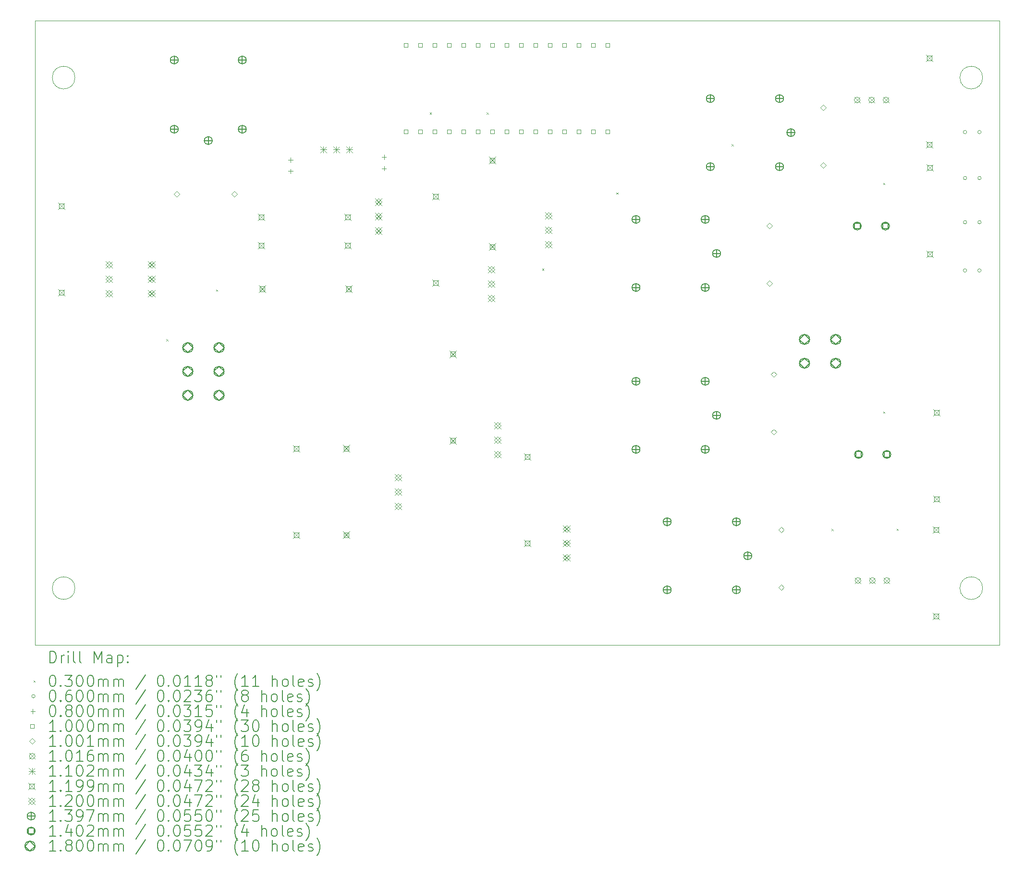
<source format=gbr>
%TF.GenerationSoftware,KiCad,Pcbnew,8.0.1*%
%TF.CreationDate,2024-04-05T01:50:24-04:00*%
%TF.ProjectId,Headlight Controller,48656164-6c69-4676-9874-20436f6e7472,rev?*%
%TF.SameCoordinates,Original*%
%TF.FileFunction,Drillmap*%
%TF.FilePolarity,Positive*%
%FSLAX45Y45*%
G04 Gerber Fmt 4.5, Leading zero omitted, Abs format (unit mm)*
G04 Created by KiCad (PCBNEW 8.0.1) date 2024-04-05 01:50:24*
%MOMM*%
%LPD*%
G01*
G04 APERTURE LIST*
%ADD10C,0.050000*%
%ADD11C,0.200000*%
%ADD12C,0.100000*%
%ADD13C,0.100080*%
%ADD14C,0.101600*%
%ADD15C,0.110240*%
%ADD16C,0.119880*%
%ADD17C,0.120000*%
%ADD18C,0.139700*%
%ADD19C,0.140200*%
%ADD20C,0.180000*%
G04 APERTURE END LIST*
D10*
X19200000Y-15000000D02*
G75*
G02*
X18800000Y-15000000I-200000J0D01*
G01*
X18800000Y-15000000D02*
G75*
G02*
X19200000Y-15000000I200000J0D01*
G01*
X3200000Y-6000000D02*
G75*
G02*
X2800000Y-6000000I-200000J0D01*
G01*
X2800000Y-6000000D02*
G75*
G02*
X3200000Y-6000000I200000J0D01*
G01*
X19200000Y-6000000D02*
G75*
G02*
X18800000Y-6000000I-200000J0D01*
G01*
X18800000Y-6000000D02*
G75*
G02*
X19200000Y-6000000I200000J0D01*
G01*
X3200000Y-15000000D02*
G75*
G02*
X2800000Y-15000000I-200000J0D01*
G01*
X2800000Y-15000000D02*
G75*
G02*
X3200000Y-15000000I200000J0D01*
G01*
X19500000Y-5000000D02*
X19500000Y-16000000D01*
X19500000Y-16000000D02*
X2500000Y-16000000D01*
X2500000Y-16000000D02*
X2500000Y-5000000D01*
X2500000Y-5000000D02*
X19500000Y-5000000D01*
D11*
D12*
X4810000Y-10610000D02*
X4840000Y-10640000D01*
X4840000Y-10610000D02*
X4810000Y-10640000D01*
X5685000Y-9735000D02*
X5715000Y-9765000D01*
X5715000Y-9735000D02*
X5685000Y-9765000D01*
X9455000Y-6615000D02*
X9485000Y-6645000D01*
X9485000Y-6615000D02*
X9455000Y-6645000D01*
X10455000Y-6615000D02*
X10485000Y-6645000D01*
X10485000Y-6615000D02*
X10455000Y-6645000D01*
X11435000Y-9365000D02*
X11465000Y-9395000D01*
X11465000Y-9365000D02*
X11435000Y-9395000D01*
X12745000Y-8025000D02*
X12775000Y-8055000D01*
X12775000Y-8025000D02*
X12745000Y-8055000D01*
X14775000Y-7175000D02*
X14805000Y-7205000D01*
X14805000Y-7175000D02*
X14775000Y-7205000D01*
X16535000Y-13955000D02*
X16565000Y-13985000D01*
X16565000Y-13955000D02*
X16535000Y-13985000D01*
X17445000Y-7855000D02*
X17475000Y-7885000D01*
X17475000Y-7855000D02*
X17445000Y-7885000D01*
X17445000Y-11885000D02*
X17475000Y-11915000D01*
X17475000Y-11885000D02*
X17445000Y-11915000D01*
X17685000Y-13953000D02*
X17715000Y-13983000D01*
X17715000Y-13953000D02*
X17685000Y-13983000D01*
X18920510Y-6960000D02*
G75*
G02*
X18860510Y-6960000I-30000J0D01*
G01*
X18860510Y-6960000D02*
G75*
G02*
X18920510Y-6960000I30000J0D01*
G01*
X18920510Y-7770000D02*
G75*
G02*
X18860510Y-7770000I-30000J0D01*
G01*
X18860510Y-7770000D02*
G75*
G02*
X18920510Y-7770000I30000J0D01*
G01*
X18920510Y-8550000D02*
G75*
G02*
X18860510Y-8550000I-30000J0D01*
G01*
X18860510Y-8550000D02*
G75*
G02*
X18920510Y-8550000I30000J0D01*
G01*
X18920510Y-9400000D02*
G75*
G02*
X18860510Y-9400000I-30000J0D01*
G01*
X18860510Y-9400000D02*
G75*
G02*
X18920510Y-9400000I30000J0D01*
G01*
X19174510Y-6960000D02*
G75*
G02*
X19114510Y-6960000I-30000J0D01*
G01*
X19114510Y-6960000D02*
G75*
G02*
X19174510Y-6960000I30000J0D01*
G01*
X19174510Y-7770000D02*
G75*
G02*
X19114510Y-7770000I-30000J0D01*
G01*
X19114510Y-7770000D02*
G75*
G02*
X19174510Y-7770000I30000J0D01*
G01*
X19174510Y-8550000D02*
G75*
G02*
X19114510Y-8550000I-30000J0D01*
G01*
X19114510Y-8550000D02*
G75*
G02*
X19174510Y-8550000I30000J0D01*
G01*
X19174510Y-9400000D02*
G75*
G02*
X19114510Y-9400000I-30000J0D01*
G01*
X19114510Y-9400000D02*
G75*
G02*
X19174510Y-9400000I30000J0D01*
G01*
X7000000Y-7410000D02*
X7000000Y-7490000D01*
X6960000Y-7450000D02*
X7040000Y-7450000D01*
X7000000Y-7610000D02*
X7000000Y-7690000D01*
X6960000Y-7650000D02*
X7040000Y-7650000D01*
X8650000Y-7360000D02*
X8650000Y-7440000D01*
X8610000Y-7400000D02*
X8690000Y-7400000D01*
X8650000Y-7560000D02*
X8650000Y-7640000D01*
X8610000Y-7600000D02*
X8690000Y-7600000D01*
X9066356Y-5461356D02*
X9066356Y-5390644D01*
X8995644Y-5390644D01*
X8995644Y-5461356D01*
X9066356Y-5461356D01*
X9066356Y-6985356D02*
X9066356Y-6914644D01*
X8995644Y-6914644D01*
X8995644Y-6985356D01*
X9066356Y-6985356D01*
X9320356Y-5461356D02*
X9320356Y-5390644D01*
X9249644Y-5390644D01*
X9249644Y-5461356D01*
X9320356Y-5461356D01*
X9320356Y-6985356D02*
X9320356Y-6914644D01*
X9249644Y-6914644D01*
X9249644Y-6985356D01*
X9320356Y-6985356D01*
X9574356Y-5461356D02*
X9574356Y-5390644D01*
X9503644Y-5390644D01*
X9503644Y-5461356D01*
X9574356Y-5461356D01*
X9574356Y-6985356D02*
X9574356Y-6914644D01*
X9503644Y-6914644D01*
X9503644Y-6985356D01*
X9574356Y-6985356D01*
X9828356Y-5461356D02*
X9828356Y-5390644D01*
X9757644Y-5390644D01*
X9757644Y-5461356D01*
X9828356Y-5461356D01*
X9828356Y-6985356D02*
X9828356Y-6914644D01*
X9757644Y-6914644D01*
X9757644Y-6985356D01*
X9828356Y-6985356D01*
X10082356Y-5461356D02*
X10082356Y-5390644D01*
X10011644Y-5390644D01*
X10011644Y-5461356D01*
X10082356Y-5461356D01*
X10082356Y-6985356D02*
X10082356Y-6914644D01*
X10011644Y-6914644D01*
X10011644Y-6985356D01*
X10082356Y-6985356D01*
X10336356Y-5461356D02*
X10336356Y-5390644D01*
X10265644Y-5390644D01*
X10265644Y-5461356D01*
X10336356Y-5461356D01*
X10336356Y-6985356D02*
X10336356Y-6914644D01*
X10265644Y-6914644D01*
X10265644Y-6985356D01*
X10336356Y-6985356D01*
X10590356Y-5461356D02*
X10590356Y-5390644D01*
X10519644Y-5390644D01*
X10519644Y-5461356D01*
X10590356Y-5461356D01*
X10590356Y-6985356D02*
X10590356Y-6914644D01*
X10519644Y-6914644D01*
X10519644Y-6985356D01*
X10590356Y-6985356D01*
X10844356Y-5461356D02*
X10844356Y-5390644D01*
X10773644Y-5390644D01*
X10773644Y-5461356D01*
X10844356Y-5461356D01*
X10844356Y-6985356D02*
X10844356Y-6914644D01*
X10773644Y-6914644D01*
X10773644Y-6985356D01*
X10844356Y-6985356D01*
X11098356Y-5461356D02*
X11098356Y-5390644D01*
X11027644Y-5390644D01*
X11027644Y-5461356D01*
X11098356Y-5461356D01*
X11098356Y-6985356D02*
X11098356Y-6914644D01*
X11027644Y-6914644D01*
X11027644Y-6985356D01*
X11098356Y-6985356D01*
X11352356Y-5461356D02*
X11352356Y-5390644D01*
X11281644Y-5390644D01*
X11281644Y-5461356D01*
X11352356Y-5461356D01*
X11352356Y-6985356D02*
X11352356Y-6914644D01*
X11281644Y-6914644D01*
X11281644Y-6985356D01*
X11352356Y-6985356D01*
X11606356Y-5461356D02*
X11606356Y-5390644D01*
X11535644Y-5390644D01*
X11535644Y-5461356D01*
X11606356Y-5461356D01*
X11606356Y-6985356D02*
X11606356Y-6914644D01*
X11535644Y-6914644D01*
X11535644Y-6985356D01*
X11606356Y-6985356D01*
X11860356Y-5461356D02*
X11860356Y-5390644D01*
X11789644Y-5390644D01*
X11789644Y-5461356D01*
X11860356Y-5461356D01*
X11860356Y-6985356D02*
X11860356Y-6914644D01*
X11789644Y-6914644D01*
X11789644Y-6985356D01*
X11860356Y-6985356D01*
X12114356Y-5461356D02*
X12114356Y-5390644D01*
X12043644Y-5390644D01*
X12043644Y-5461356D01*
X12114356Y-5461356D01*
X12114356Y-6985356D02*
X12114356Y-6914644D01*
X12043644Y-6914644D01*
X12043644Y-6985356D01*
X12114356Y-6985356D01*
X12368356Y-5461356D02*
X12368356Y-5390644D01*
X12297644Y-5390644D01*
X12297644Y-5461356D01*
X12368356Y-5461356D01*
X12368356Y-6985356D02*
X12368356Y-6914644D01*
X12297644Y-6914644D01*
X12297644Y-6985356D01*
X12368356Y-6985356D01*
X12622356Y-5461356D02*
X12622356Y-5390644D01*
X12551644Y-5390644D01*
X12551644Y-5461356D01*
X12622356Y-5461356D01*
X12622356Y-6985356D02*
X12622356Y-6914644D01*
X12551644Y-6914644D01*
X12551644Y-6985356D01*
X12622356Y-6985356D01*
D13*
X4992000Y-8100040D02*
X5042040Y-8050000D01*
X4992000Y-7999960D01*
X4941960Y-8050000D01*
X4992000Y-8100040D01*
X6008000Y-8100040D02*
X6058040Y-8050000D01*
X6008000Y-7999960D01*
X5957960Y-8050000D01*
X6008000Y-8100040D01*
X15440000Y-8662040D02*
X15490040Y-8612000D01*
X15440000Y-8561960D01*
X15389960Y-8612000D01*
X15440000Y-8662040D01*
X15440000Y-9678040D02*
X15490040Y-9628000D01*
X15440000Y-9577960D01*
X15389960Y-9628000D01*
X15440000Y-9678040D01*
X15520000Y-11282040D02*
X15570040Y-11232000D01*
X15520000Y-11181960D01*
X15469960Y-11232000D01*
X15520000Y-11282040D01*
X15520000Y-12298040D02*
X15570040Y-12248000D01*
X15520000Y-12197960D01*
X15469960Y-12248000D01*
X15520000Y-12298040D01*
X15650000Y-14022040D02*
X15700040Y-13972000D01*
X15650000Y-13921960D01*
X15599960Y-13972000D01*
X15650000Y-14022040D01*
X15650000Y-15038040D02*
X15700040Y-14988000D01*
X15650000Y-14937960D01*
X15599960Y-14988000D01*
X15650000Y-15038040D01*
X16390000Y-6582040D02*
X16440040Y-6532000D01*
X16390000Y-6481960D01*
X16339960Y-6532000D01*
X16390000Y-6582040D01*
X16390000Y-7598040D02*
X16440040Y-7548000D01*
X16390000Y-7497960D01*
X16339960Y-7548000D01*
X16390000Y-7598040D01*
D14*
X16937900Y-6343500D02*
X17039500Y-6445100D01*
X17039500Y-6343500D02*
X16937900Y-6445100D01*
X17039500Y-6394300D02*
G75*
G02*
X16937900Y-6394300I-50800J0D01*
G01*
X16937900Y-6394300D02*
G75*
G02*
X17039500Y-6394300I50800J0D01*
G01*
X16952500Y-14814900D02*
X17054100Y-14916500D01*
X17054100Y-14814900D02*
X16952500Y-14916500D01*
X17054100Y-14865700D02*
G75*
G02*
X16952500Y-14865700I-50800J0D01*
G01*
X16952500Y-14865700D02*
G75*
G02*
X17054100Y-14865700I50800J0D01*
G01*
X17191900Y-6343500D02*
X17293500Y-6445100D01*
X17293500Y-6343500D02*
X17191900Y-6445100D01*
X17293500Y-6394300D02*
G75*
G02*
X17191900Y-6394300I-50800J0D01*
G01*
X17191900Y-6394300D02*
G75*
G02*
X17293500Y-6394300I50800J0D01*
G01*
X17206500Y-14814900D02*
X17308100Y-14916500D01*
X17308100Y-14814900D02*
X17206500Y-14916500D01*
X17308100Y-14865700D02*
G75*
G02*
X17206500Y-14865700I-50800J0D01*
G01*
X17206500Y-14865700D02*
G75*
G02*
X17308100Y-14865700I50800J0D01*
G01*
X17445900Y-6343500D02*
X17547500Y-6445100D01*
X17547500Y-6343500D02*
X17445900Y-6445100D01*
X17547500Y-6394300D02*
G75*
G02*
X17445900Y-6394300I-50800J0D01*
G01*
X17445900Y-6394300D02*
G75*
G02*
X17547500Y-6394300I50800J0D01*
G01*
X17460500Y-14814900D02*
X17562100Y-14916500D01*
X17562100Y-14814900D02*
X17460500Y-14916500D01*
X17562100Y-14865700D02*
G75*
G02*
X17460500Y-14865700I-50800J0D01*
G01*
X17460500Y-14865700D02*
G75*
G02*
X17562100Y-14865700I50800J0D01*
G01*
D15*
X7522630Y-7212290D02*
X7632870Y-7322530D01*
X7632870Y-7212290D02*
X7522630Y-7322530D01*
X7577750Y-7212290D02*
X7577750Y-7322530D01*
X7522630Y-7267410D02*
X7632870Y-7267410D01*
X7751230Y-7212290D02*
X7861470Y-7322530D01*
X7861470Y-7212290D02*
X7751230Y-7322530D01*
X7806350Y-7212290D02*
X7806350Y-7322530D01*
X7751230Y-7267410D02*
X7861470Y-7267410D01*
X7979830Y-7212290D02*
X8090070Y-7322530D01*
X8090070Y-7212290D02*
X7979830Y-7322530D01*
X8034950Y-7212290D02*
X8034950Y-7322530D01*
X7979830Y-7267410D02*
X8090070Y-7267410D01*
D16*
X2900060Y-8208060D02*
X3019940Y-8327940D01*
X3019940Y-8208060D02*
X2900060Y-8327940D01*
X3002384Y-8310384D02*
X3002384Y-8225616D01*
X2917616Y-8225616D01*
X2917616Y-8310384D01*
X3002384Y-8310384D01*
X2900060Y-9732060D02*
X3019940Y-9851940D01*
X3019940Y-9732060D02*
X2900060Y-9851940D01*
X3002384Y-9834384D02*
X3002384Y-9749616D01*
X2917616Y-9749616D01*
X2917616Y-9834384D01*
X3002384Y-9834384D01*
X6428060Y-8400060D02*
X6547940Y-8519940D01*
X6547940Y-8400060D02*
X6428060Y-8519940D01*
X6530384Y-8502384D02*
X6530384Y-8417616D01*
X6445616Y-8417616D01*
X6445616Y-8502384D01*
X6530384Y-8502384D01*
X6428060Y-8900060D02*
X6547940Y-9019940D01*
X6547940Y-8900060D02*
X6428060Y-9019940D01*
X6530384Y-9002384D02*
X6530384Y-8917616D01*
X6445616Y-8917616D01*
X6445616Y-9002384D01*
X6530384Y-9002384D01*
X6441060Y-9665060D02*
X6560940Y-9784940D01*
X6560940Y-9665060D02*
X6441060Y-9784940D01*
X6543384Y-9767384D02*
X6543384Y-9682616D01*
X6458616Y-9682616D01*
X6458616Y-9767384D01*
X6543384Y-9767384D01*
X7040060Y-12478060D02*
X7159940Y-12597940D01*
X7159940Y-12478060D02*
X7040060Y-12597940D01*
X7142384Y-12580384D02*
X7142384Y-12495616D01*
X7057616Y-12495616D01*
X7057616Y-12580384D01*
X7142384Y-12580384D01*
X7040060Y-14002060D02*
X7159940Y-14121940D01*
X7159940Y-14002060D02*
X7040060Y-14121940D01*
X7142384Y-14104384D02*
X7142384Y-14019616D01*
X7057616Y-14019616D01*
X7057616Y-14104384D01*
X7142384Y-14104384D01*
X7920060Y-12476060D02*
X8039940Y-12595940D01*
X8039940Y-12476060D02*
X7920060Y-12595940D01*
X8022384Y-12578384D02*
X8022384Y-12493616D01*
X7937616Y-12493616D01*
X7937616Y-12578384D01*
X8022384Y-12578384D01*
X7920060Y-14000060D02*
X8039940Y-14119940D01*
X8039940Y-14000060D02*
X7920060Y-14119940D01*
X8022384Y-14102384D02*
X8022384Y-14017616D01*
X7937616Y-14017616D01*
X7937616Y-14102384D01*
X8022384Y-14102384D01*
X7952060Y-8400060D02*
X8071940Y-8519940D01*
X8071940Y-8400060D02*
X7952060Y-8519940D01*
X8054384Y-8502384D02*
X8054384Y-8417616D01*
X7969616Y-8417616D01*
X7969616Y-8502384D01*
X8054384Y-8502384D01*
X7952060Y-8900060D02*
X8071940Y-9019940D01*
X8071940Y-8900060D02*
X7952060Y-9019940D01*
X8054384Y-9002384D02*
X8054384Y-8917616D01*
X7969616Y-8917616D01*
X7969616Y-9002384D01*
X8054384Y-9002384D01*
X7965060Y-9665060D02*
X8084940Y-9784940D01*
X8084940Y-9665060D02*
X7965060Y-9784940D01*
X8067384Y-9767384D02*
X8067384Y-9682616D01*
X7982616Y-9682616D01*
X7982616Y-9767384D01*
X8067384Y-9767384D01*
X9501049Y-8034060D02*
X9620929Y-8153940D01*
X9620929Y-8034060D02*
X9501049Y-8153940D01*
X9603373Y-8136384D02*
X9603373Y-8051616D01*
X9518605Y-8051616D01*
X9518605Y-8136384D01*
X9603373Y-8136384D01*
X9501049Y-9558060D02*
X9620929Y-9677940D01*
X9620929Y-9558060D02*
X9501049Y-9677940D01*
X9603373Y-9660384D02*
X9603373Y-9575616D01*
X9518605Y-9575616D01*
X9518605Y-9660384D01*
X9603373Y-9660384D01*
X9800060Y-10816060D02*
X9919940Y-10935940D01*
X9919940Y-10816060D02*
X9800060Y-10935940D01*
X9902384Y-10918384D02*
X9902384Y-10833616D01*
X9817616Y-10833616D01*
X9817616Y-10918384D01*
X9902384Y-10918384D01*
X9800060Y-12340060D02*
X9919940Y-12459940D01*
X9919940Y-12340060D02*
X9800060Y-12459940D01*
X9902384Y-12442384D02*
X9902384Y-12357616D01*
X9817616Y-12357616D01*
X9817616Y-12442384D01*
X9902384Y-12442384D01*
X10500060Y-7396060D02*
X10619940Y-7515940D01*
X10619940Y-7396060D02*
X10500060Y-7515940D01*
X10602384Y-7498384D02*
X10602384Y-7413616D01*
X10517616Y-7413616D01*
X10517616Y-7498384D01*
X10602384Y-7498384D01*
X10500060Y-8920060D02*
X10619940Y-9039940D01*
X10619940Y-8920060D02*
X10500060Y-9039940D01*
X10602384Y-9022384D02*
X10602384Y-8937616D01*
X10517616Y-8937616D01*
X10517616Y-9022384D01*
X10602384Y-9022384D01*
X11116555Y-12626060D02*
X11236434Y-12745940D01*
X11236434Y-12626060D02*
X11116555Y-12745940D01*
X11218879Y-12728384D02*
X11218879Y-12643616D01*
X11134110Y-12643616D01*
X11134110Y-12728384D01*
X11218879Y-12728384D01*
X11116555Y-14150060D02*
X11236434Y-14269940D01*
X11236434Y-14150060D02*
X11116555Y-14269940D01*
X11218879Y-14252384D02*
X11218879Y-14167616D01*
X11134110Y-14167616D01*
X11134110Y-14252384D01*
X11218879Y-14252384D01*
X18200060Y-5598060D02*
X18319940Y-5717940D01*
X18319940Y-5598060D02*
X18200060Y-5717940D01*
X18302384Y-5700384D02*
X18302384Y-5615616D01*
X18217616Y-5615616D01*
X18217616Y-5700384D01*
X18302384Y-5700384D01*
X18200060Y-7122060D02*
X18319940Y-7241940D01*
X18319940Y-7122060D02*
X18200060Y-7241940D01*
X18302384Y-7224384D02*
X18302384Y-7139616D01*
X18217616Y-7139616D01*
X18217616Y-7224384D01*
X18302384Y-7224384D01*
X18210060Y-7528060D02*
X18329940Y-7647940D01*
X18329940Y-7528060D02*
X18210060Y-7647940D01*
X18312384Y-7630384D02*
X18312384Y-7545616D01*
X18227616Y-7545616D01*
X18227616Y-7630384D01*
X18312384Y-7630384D01*
X18210060Y-9052060D02*
X18329940Y-9171940D01*
X18329940Y-9052060D02*
X18210060Y-9171940D01*
X18312384Y-9154384D02*
X18312384Y-9069616D01*
X18227616Y-9069616D01*
X18227616Y-9154384D01*
X18312384Y-9154384D01*
X18320060Y-13908060D02*
X18439940Y-14027940D01*
X18439940Y-13908060D02*
X18320060Y-14027940D01*
X18422384Y-14010384D02*
X18422384Y-13925616D01*
X18337616Y-13925616D01*
X18337616Y-14010384D01*
X18422384Y-14010384D01*
X18320060Y-15432060D02*
X18439940Y-15551940D01*
X18439940Y-15432060D02*
X18320060Y-15551940D01*
X18422384Y-15534384D02*
X18422384Y-15449616D01*
X18337616Y-15449616D01*
X18337616Y-15534384D01*
X18422384Y-15534384D01*
X18330060Y-11848060D02*
X18449940Y-11967940D01*
X18449940Y-11848060D02*
X18330060Y-11967940D01*
X18432384Y-11950384D02*
X18432384Y-11865616D01*
X18347616Y-11865616D01*
X18347616Y-11950384D01*
X18432384Y-11950384D01*
X18330060Y-13372060D02*
X18449940Y-13491940D01*
X18449940Y-13372060D02*
X18330060Y-13491940D01*
X18432384Y-13474384D02*
X18432384Y-13389616D01*
X18347616Y-13389616D01*
X18347616Y-13474384D01*
X18432384Y-13474384D01*
D17*
X3740000Y-9236000D02*
X3860000Y-9356000D01*
X3860000Y-9236000D02*
X3740000Y-9356000D01*
X3800000Y-9356000D02*
X3860000Y-9296000D01*
X3800000Y-9236000D01*
X3740000Y-9296000D01*
X3800000Y-9356000D01*
X3740000Y-9490000D02*
X3860000Y-9610000D01*
X3860000Y-9490000D02*
X3740000Y-9610000D01*
X3800000Y-9610000D02*
X3860000Y-9550000D01*
X3800000Y-9490000D01*
X3740000Y-9550000D01*
X3800000Y-9610000D01*
X3740000Y-9744000D02*
X3860000Y-9864000D01*
X3860000Y-9744000D02*
X3740000Y-9864000D01*
X3800000Y-9864000D02*
X3860000Y-9804000D01*
X3800000Y-9744000D01*
X3740000Y-9804000D01*
X3800000Y-9864000D01*
X4490000Y-9236000D02*
X4610000Y-9356000D01*
X4610000Y-9236000D02*
X4490000Y-9356000D01*
X4550000Y-9356000D02*
X4610000Y-9296000D01*
X4550000Y-9236000D01*
X4490000Y-9296000D01*
X4550000Y-9356000D01*
X4490000Y-9490000D02*
X4610000Y-9610000D01*
X4610000Y-9490000D02*
X4490000Y-9610000D01*
X4550000Y-9610000D02*
X4610000Y-9550000D01*
X4550000Y-9490000D01*
X4490000Y-9550000D01*
X4550000Y-9610000D01*
X4490000Y-9744000D02*
X4610000Y-9864000D01*
X4610000Y-9744000D02*
X4490000Y-9864000D01*
X4550000Y-9864000D02*
X4610000Y-9804000D01*
X4550000Y-9744000D01*
X4490000Y-9804000D01*
X4550000Y-9864000D01*
X8490000Y-8132000D02*
X8610000Y-8252000D01*
X8610000Y-8132000D02*
X8490000Y-8252000D01*
X8550000Y-8252000D02*
X8610000Y-8192000D01*
X8550000Y-8132000D01*
X8490000Y-8192000D01*
X8550000Y-8252000D01*
X8490000Y-8386000D02*
X8610000Y-8506000D01*
X8610000Y-8386000D02*
X8490000Y-8506000D01*
X8550000Y-8506000D02*
X8610000Y-8446000D01*
X8550000Y-8386000D01*
X8490000Y-8446000D01*
X8550000Y-8506000D01*
X8490000Y-8640000D02*
X8610000Y-8760000D01*
X8610000Y-8640000D02*
X8490000Y-8760000D01*
X8550000Y-8760000D02*
X8610000Y-8700000D01*
X8550000Y-8640000D01*
X8490000Y-8700000D01*
X8550000Y-8760000D01*
X8840000Y-12986000D02*
X8960000Y-13106000D01*
X8960000Y-12986000D02*
X8840000Y-13106000D01*
X8900000Y-13106000D02*
X8960000Y-13046000D01*
X8900000Y-12986000D01*
X8840000Y-13046000D01*
X8900000Y-13106000D01*
X8840000Y-13240000D02*
X8960000Y-13360000D01*
X8960000Y-13240000D02*
X8840000Y-13360000D01*
X8900000Y-13360000D02*
X8960000Y-13300000D01*
X8900000Y-13240000D01*
X8840000Y-13300000D01*
X8900000Y-13360000D01*
X8840000Y-13494000D02*
X8960000Y-13614000D01*
X8960000Y-13494000D02*
X8840000Y-13614000D01*
X8900000Y-13614000D02*
X8960000Y-13554000D01*
X8900000Y-13494000D01*
X8840000Y-13554000D01*
X8900000Y-13614000D01*
X10480000Y-9322000D02*
X10600000Y-9442000D01*
X10600000Y-9322000D02*
X10480000Y-9442000D01*
X10540000Y-9442000D02*
X10600000Y-9382000D01*
X10540000Y-9322000D01*
X10480000Y-9382000D01*
X10540000Y-9442000D01*
X10480000Y-9576000D02*
X10600000Y-9696000D01*
X10600000Y-9576000D02*
X10480000Y-9696000D01*
X10540000Y-9696000D02*
X10600000Y-9636000D01*
X10540000Y-9576000D01*
X10480000Y-9636000D01*
X10540000Y-9696000D01*
X10480000Y-9830000D02*
X10600000Y-9950000D01*
X10600000Y-9830000D02*
X10480000Y-9950000D01*
X10540000Y-9950000D02*
X10600000Y-9890000D01*
X10540000Y-9830000D01*
X10480000Y-9890000D01*
X10540000Y-9950000D01*
X10589011Y-12076000D02*
X10709011Y-12196000D01*
X10709011Y-12076000D02*
X10589011Y-12196000D01*
X10649011Y-12196000D02*
X10709011Y-12136000D01*
X10649011Y-12076000D01*
X10589011Y-12136000D01*
X10649011Y-12196000D01*
X10589011Y-12330000D02*
X10709011Y-12450000D01*
X10709011Y-12330000D02*
X10589011Y-12450000D01*
X10649011Y-12450000D02*
X10709011Y-12390000D01*
X10649011Y-12330000D01*
X10589011Y-12390000D01*
X10649011Y-12450000D01*
X10589011Y-12584000D02*
X10709011Y-12704000D01*
X10709011Y-12584000D02*
X10589011Y-12704000D01*
X10649011Y-12704000D02*
X10709011Y-12644000D01*
X10649011Y-12584000D01*
X10589011Y-12644000D01*
X10649011Y-12704000D01*
X11490000Y-8374000D02*
X11610000Y-8494000D01*
X11610000Y-8374000D02*
X11490000Y-8494000D01*
X11550000Y-8494000D02*
X11610000Y-8434000D01*
X11550000Y-8374000D01*
X11490000Y-8434000D01*
X11550000Y-8494000D01*
X11490000Y-8628000D02*
X11610000Y-8748000D01*
X11610000Y-8628000D02*
X11490000Y-8748000D01*
X11550000Y-8748000D02*
X11610000Y-8688000D01*
X11550000Y-8628000D01*
X11490000Y-8688000D01*
X11550000Y-8748000D01*
X11490000Y-8882000D02*
X11610000Y-9002000D01*
X11610000Y-8882000D02*
X11490000Y-9002000D01*
X11550000Y-9002000D02*
X11610000Y-8942000D01*
X11550000Y-8882000D01*
X11490000Y-8942000D01*
X11550000Y-9002000D01*
X11805505Y-13894000D02*
X11925505Y-14014000D01*
X11925505Y-13894000D02*
X11805505Y-14014000D01*
X11865505Y-14014000D02*
X11925505Y-13954000D01*
X11865505Y-13894000D01*
X11805505Y-13954000D01*
X11865505Y-14014000D01*
X11805505Y-14148000D02*
X11925505Y-14268000D01*
X11925505Y-14148000D02*
X11805505Y-14268000D01*
X11865505Y-14268000D02*
X11925505Y-14208000D01*
X11865505Y-14148000D01*
X11805505Y-14208000D01*
X11865505Y-14268000D01*
X11805505Y-14402000D02*
X11925505Y-14522000D01*
X11925505Y-14402000D02*
X11805505Y-14522000D01*
X11865505Y-14522000D02*
X11925505Y-14462000D01*
X11865505Y-14402000D01*
X11805505Y-14462000D01*
X11865505Y-14522000D01*
D18*
X4950000Y-5620170D02*
X4950000Y-5759870D01*
X4880150Y-5690020D02*
X5019850Y-5690020D01*
X5019850Y-5690020D02*
G75*
G02*
X4880150Y-5690020I-69850J0D01*
G01*
X4880150Y-5690020D02*
G75*
G02*
X5019850Y-5690020I69850J0D01*
G01*
X4950000Y-6840160D02*
X4950000Y-6979860D01*
X4880150Y-6910010D02*
X5019850Y-6910010D01*
X5019850Y-6910010D02*
G75*
G02*
X4880150Y-6910010I-69850J0D01*
G01*
X4880150Y-6910010D02*
G75*
G02*
X5019850Y-6910010I69850J0D01*
G01*
X5550000Y-7040160D02*
X5550000Y-7179860D01*
X5480150Y-7110010D02*
X5619850Y-7110010D01*
X5619850Y-7110010D02*
G75*
G02*
X5480150Y-7110010I-69850J0D01*
G01*
X5480150Y-7110010D02*
G75*
G02*
X5619850Y-7110010I69850J0D01*
G01*
X6150000Y-5620170D02*
X6150000Y-5759870D01*
X6080150Y-5690020D02*
X6219850Y-5690020D01*
X6219850Y-5690020D02*
G75*
G02*
X6080150Y-5690020I-69850J0D01*
G01*
X6080150Y-5690020D02*
G75*
G02*
X6219850Y-5690020I69850J0D01*
G01*
X6150000Y-6840160D02*
X6150000Y-6979860D01*
X6080150Y-6910010D02*
X6219850Y-6910010D01*
X6219850Y-6910010D02*
G75*
G02*
X6080150Y-6910010I-69850J0D01*
G01*
X6080150Y-6910010D02*
G75*
G02*
X6219850Y-6910010I69850J0D01*
G01*
X13090020Y-8430150D02*
X13090020Y-8569850D01*
X13020170Y-8500000D02*
X13159870Y-8500000D01*
X13159870Y-8500000D02*
G75*
G02*
X13020170Y-8500000I-69850J0D01*
G01*
X13020170Y-8500000D02*
G75*
G02*
X13159870Y-8500000I69850J0D01*
G01*
X13090020Y-9630150D02*
X13090020Y-9769850D01*
X13020170Y-9700000D02*
X13159870Y-9700000D01*
X13159870Y-9700000D02*
G75*
G02*
X13020170Y-9700000I-69850J0D01*
G01*
X13020170Y-9700000D02*
G75*
G02*
X13159870Y-9700000I69850J0D01*
G01*
X13090020Y-11283650D02*
X13090020Y-11423350D01*
X13020170Y-11353500D02*
X13159870Y-11353500D01*
X13159870Y-11353500D02*
G75*
G02*
X13020170Y-11353500I-69850J0D01*
G01*
X13020170Y-11353500D02*
G75*
G02*
X13159870Y-11353500I69850J0D01*
G01*
X13090020Y-12483650D02*
X13090020Y-12623350D01*
X13020170Y-12553500D02*
X13159870Y-12553500D01*
X13159870Y-12553500D02*
G75*
G02*
X13020170Y-12553500I-69850J0D01*
G01*
X13020170Y-12553500D02*
G75*
G02*
X13159870Y-12553500I69850J0D01*
G01*
X13640020Y-13760150D02*
X13640020Y-13899850D01*
X13570170Y-13830000D02*
X13709870Y-13830000D01*
X13709870Y-13830000D02*
G75*
G02*
X13570170Y-13830000I-69850J0D01*
G01*
X13570170Y-13830000D02*
G75*
G02*
X13709870Y-13830000I69850J0D01*
G01*
X13640020Y-14960150D02*
X13640020Y-15099850D01*
X13570170Y-15030000D02*
X13709870Y-15030000D01*
X13709870Y-15030000D02*
G75*
G02*
X13570170Y-15030000I-69850J0D01*
G01*
X13570170Y-15030000D02*
G75*
G02*
X13709870Y-15030000I69850J0D01*
G01*
X14310010Y-8430150D02*
X14310010Y-8569850D01*
X14240160Y-8500000D02*
X14379860Y-8500000D01*
X14379860Y-8500000D02*
G75*
G02*
X14240160Y-8500000I-69850J0D01*
G01*
X14240160Y-8500000D02*
G75*
G02*
X14379860Y-8500000I69850J0D01*
G01*
X14310010Y-9630150D02*
X14310010Y-9769850D01*
X14240160Y-9700000D02*
X14379860Y-9700000D01*
X14379860Y-9700000D02*
G75*
G02*
X14240160Y-9700000I-69850J0D01*
G01*
X14240160Y-9700000D02*
G75*
G02*
X14379860Y-9700000I69850J0D01*
G01*
X14310010Y-11283650D02*
X14310010Y-11423350D01*
X14240160Y-11353500D02*
X14379860Y-11353500D01*
X14379860Y-11353500D02*
G75*
G02*
X14240160Y-11353500I-69850J0D01*
G01*
X14240160Y-11353500D02*
G75*
G02*
X14379860Y-11353500I69850J0D01*
G01*
X14310010Y-12483650D02*
X14310010Y-12623350D01*
X14240160Y-12553500D02*
X14379860Y-12553500D01*
X14379860Y-12553500D02*
G75*
G02*
X14240160Y-12553500I-69850J0D01*
G01*
X14240160Y-12553500D02*
G75*
G02*
X14379860Y-12553500I69850J0D01*
G01*
X14400000Y-6300150D02*
X14400000Y-6439850D01*
X14330150Y-6370000D02*
X14469850Y-6370000D01*
X14469850Y-6370000D02*
G75*
G02*
X14330150Y-6370000I-69850J0D01*
G01*
X14330150Y-6370000D02*
G75*
G02*
X14469850Y-6370000I69850J0D01*
G01*
X14400000Y-7500150D02*
X14400000Y-7639850D01*
X14330150Y-7570000D02*
X14469850Y-7570000D01*
X14469850Y-7570000D02*
G75*
G02*
X14330150Y-7570000I-69850J0D01*
G01*
X14330150Y-7570000D02*
G75*
G02*
X14469850Y-7570000I69850J0D01*
G01*
X14510010Y-9030150D02*
X14510010Y-9169850D01*
X14440160Y-9100000D02*
X14579860Y-9100000D01*
X14579860Y-9100000D02*
G75*
G02*
X14440160Y-9100000I-69850J0D01*
G01*
X14440160Y-9100000D02*
G75*
G02*
X14579860Y-9100000I69850J0D01*
G01*
X14510010Y-11883650D02*
X14510010Y-12023350D01*
X14440160Y-11953500D02*
X14579860Y-11953500D01*
X14579860Y-11953500D02*
G75*
G02*
X14440160Y-11953500I-69850J0D01*
G01*
X14440160Y-11953500D02*
G75*
G02*
X14579860Y-11953500I69850J0D01*
G01*
X14860010Y-13760150D02*
X14860010Y-13899850D01*
X14790160Y-13830000D02*
X14929860Y-13830000D01*
X14929860Y-13830000D02*
G75*
G02*
X14790160Y-13830000I-69850J0D01*
G01*
X14790160Y-13830000D02*
G75*
G02*
X14929860Y-13830000I69850J0D01*
G01*
X14860010Y-14960150D02*
X14860010Y-15099850D01*
X14790160Y-15030000D02*
X14929860Y-15030000D01*
X14929860Y-15030000D02*
G75*
G02*
X14790160Y-15030000I-69850J0D01*
G01*
X14790160Y-15030000D02*
G75*
G02*
X14929860Y-15030000I69850J0D01*
G01*
X15060010Y-14360150D02*
X15060010Y-14499850D01*
X14990160Y-14430000D02*
X15129860Y-14430000D01*
X15129860Y-14430000D02*
G75*
G02*
X14990160Y-14430000I-69850J0D01*
G01*
X14990160Y-14430000D02*
G75*
G02*
X15129860Y-14430000I69850J0D01*
G01*
X15619990Y-6300150D02*
X15619990Y-6439850D01*
X15550140Y-6370000D02*
X15689840Y-6370000D01*
X15689840Y-6370000D02*
G75*
G02*
X15550140Y-6370000I-69850J0D01*
G01*
X15550140Y-6370000D02*
G75*
G02*
X15689840Y-6370000I69850J0D01*
G01*
X15619990Y-7500150D02*
X15619990Y-7639850D01*
X15550140Y-7570000D02*
X15689840Y-7570000D01*
X15689840Y-7570000D02*
G75*
G02*
X15550140Y-7570000I-69850J0D01*
G01*
X15550140Y-7570000D02*
G75*
G02*
X15689840Y-7570000I69850J0D01*
G01*
X15819990Y-6900150D02*
X15819990Y-7039850D01*
X15750140Y-6970000D02*
X15889840Y-6970000D01*
X15889840Y-6970000D02*
G75*
G02*
X15750140Y-6970000I-69850J0D01*
G01*
X15750140Y-6970000D02*
G75*
G02*
X15889840Y-6970000I69850J0D01*
G01*
D19*
X17038269Y-8666369D02*
X17038269Y-8567231D01*
X16939131Y-8567231D01*
X16939131Y-8666369D01*
X17038269Y-8666369D01*
X17058800Y-8616800D02*
G75*
G02*
X16918600Y-8616800I-70100J0D01*
G01*
X16918600Y-8616800D02*
G75*
G02*
X17058800Y-8616800I70100J0D01*
G01*
X17063029Y-12692769D02*
X17063029Y-12593631D01*
X16963891Y-12593631D01*
X16963891Y-12692769D01*
X17063029Y-12692769D01*
X17083560Y-12643200D02*
G75*
G02*
X16943360Y-12643200I-70100J0D01*
G01*
X16943360Y-12643200D02*
G75*
G02*
X17083560Y-12643200I70100J0D01*
G01*
X17536109Y-8666369D02*
X17536109Y-8567231D01*
X17436971Y-8567231D01*
X17436971Y-8666369D01*
X17536109Y-8666369D01*
X17556640Y-8616800D02*
G75*
G02*
X17416440Y-8616800I-70100J0D01*
G01*
X17416440Y-8616800D02*
G75*
G02*
X17556640Y-8616800I70100J0D01*
G01*
X17560869Y-12692769D02*
X17560869Y-12593631D01*
X17461731Y-12593631D01*
X17461731Y-12692769D01*
X17560869Y-12692769D01*
X17581400Y-12643200D02*
G75*
G02*
X17441200Y-12643200I-70100J0D01*
G01*
X17441200Y-12643200D02*
G75*
G02*
X17581400Y-12643200I70100J0D01*
G01*
D20*
X5189750Y-10850000D02*
X5279750Y-10760000D01*
X5189750Y-10670000D01*
X5099750Y-10760000D01*
X5189750Y-10850000D01*
X5279750Y-10760000D02*
G75*
G02*
X5099750Y-10760000I-90000J0D01*
G01*
X5099750Y-10760000D02*
G75*
G02*
X5279750Y-10760000I90000J0D01*
G01*
X5189750Y-11270000D02*
X5279750Y-11180000D01*
X5189750Y-11090000D01*
X5099750Y-11180000D01*
X5189750Y-11270000D01*
X5279750Y-11180000D02*
G75*
G02*
X5099750Y-11180000I-90000J0D01*
G01*
X5099750Y-11180000D02*
G75*
G02*
X5279750Y-11180000I90000J0D01*
G01*
X5189750Y-11690000D02*
X5279750Y-11600000D01*
X5189750Y-11510000D01*
X5099750Y-11600000D01*
X5189750Y-11690000D01*
X5279750Y-11600000D02*
G75*
G02*
X5099750Y-11600000I-90000J0D01*
G01*
X5099750Y-11600000D02*
G75*
G02*
X5279750Y-11600000I90000J0D01*
G01*
X5739750Y-10850000D02*
X5829750Y-10760000D01*
X5739750Y-10670000D01*
X5649750Y-10760000D01*
X5739750Y-10850000D01*
X5829750Y-10760000D02*
G75*
G02*
X5649750Y-10760000I-90000J0D01*
G01*
X5649750Y-10760000D02*
G75*
G02*
X5829750Y-10760000I90000J0D01*
G01*
X5739750Y-11270000D02*
X5829750Y-11180000D01*
X5739750Y-11090000D01*
X5649750Y-11180000D01*
X5739750Y-11270000D01*
X5829750Y-11180000D02*
G75*
G02*
X5649750Y-11180000I-90000J0D01*
G01*
X5649750Y-11180000D02*
G75*
G02*
X5829750Y-11180000I90000J0D01*
G01*
X5739750Y-11690000D02*
X5829750Y-11600000D01*
X5739750Y-11510000D01*
X5649750Y-11600000D01*
X5739750Y-11690000D01*
X5829750Y-11600000D02*
G75*
G02*
X5649750Y-11600000I-90000J0D01*
G01*
X5649750Y-11600000D02*
G75*
G02*
X5829750Y-11600000I90000J0D01*
G01*
X16060250Y-10705400D02*
X16150250Y-10615400D01*
X16060250Y-10525400D01*
X15970250Y-10615400D01*
X16060250Y-10705400D01*
X16150250Y-10615400D02*
G75*
G02*
X15970250Y-10615400I-90000J0D01*
G01*
X15970250Y-10615400D02*
G75*
G02*
X16150250Y-10615400I90000J0D01*
G01*
X16060250Y-11125400D02*
X16150250Y-11035400D01*
X16060250Y-10945400D01*
X15970250Y-11035400D01*
X16060250Y-11125400D01*
X16150250Y-11035400D02*
G75*
G02*
X15970250Y-11035400I-90000J0D01*
G01*
X15970250Y-11035400D02*
G75*
G02*
X16150250Y-11035400I90000J0D01*
G01*
X16610250Y-10705400D02*
X16700250Y-10615400D01*
X16610250Y-10525400D01*
X16520250Y-10615400D01*
X16610250Y-10705400D01*
X16700250Y-10615400D02*
G75*
G02*
X16520250Y-10615400I-90000J0D01*
G01*
X16520250Y-10615400D02*
G75*
G02*
X16700250Y-10615400I90000J0D01*
G01*
X16610250Y-11125400D02*
X16700250Y-11035400D01*
X16610250Y-10945400D01*
X16520250Y-11035400D01*
X16610250Y-11125400D01*
X16700250Y-11035400D02*
G75*
G02*
X16520250Y-11035400I-90000J0D01*
G01*
X16520250Y-11035400D02*
G75*
G02*
X16700250Y-11035400I90000J0D01*
G01*
D11*
X2758277Y-16313984D02*
X2758277Y-16113984D01*
X2758277Y-16113984D02*
X2805896Y-16113984D01*
X2805896Y-16113984D02*
X2834467Y-16123508D01*
X2834467Y-16123508D02*
X2853515Y-16142555D01*
X2853515Y-16142555D02*
X2863039Y-16161603D01*
X2863039Y-16161603D02*
X2872562Y-16199698D01*
X2872562Y-16199698D02*
X2872562Y-16228269D01*
X2872562Y-16228269D02*
X2863039Y-16266365D01*
X2863039Y-16266365D02*
X2853515Y-16285412D01*
X2853515Y-16285412D02*
X2834467Y-16304460D01*
X2834467Y-16304460D02*
X2805896Y-16313984D01*
X2805896Y-16313984D02*
X2758277Y-16313984D01*
X2958277Y-16313984D02*
X2958277Y-16180650D01*
X2958277Y-16218746D02*
X2967801Y-16199698D01*
X2967801Y-16199698D02*
X2977324Y-16190174D01*
X2977324Y-16190174D02*
X2996372Y-16180650D01*
X2996372Y-16180650D02*
X3015420Y-16180650D01*
X3082086Y-16313984D02*
X3082086Y-16180650D01*
X3082086Y-16113984D02*
X3072562Y-16123508D01*
X3072562Y-16123508D02*
X3082086Y-16133031D01*
X3082086Y-16133031D02*
X3091610Y-16123508D01*
X3091610Y-16123508D02*
X3082086Y-16113984D01*
X3082086Y-16113984D02*
X3082086Y-16133031D01*
X3205896Y-16313984D02*
X3186848Y-16304460D01*
X3186848Y-16304460D02*
X3177324Y-16285412D01*
X3177324Y-16285412D02*
X3177324Y-16113984D01*
X3310658Y-16313984D02*
X3291610Y-16304460D01*
X3291610Y-16304460D02*
X3282086Y-16285412D01*
X3282086Y-16285412D02*
X3282086Y-16113984D01*
X3539229Y-16313984D02*
X3539229Y-16113984D01*
X3539229Y-16113984D02*
X3605896Y-16256841D01*
X3605896Y-16256841D02*
X3672562Y-16113984D01*
X3672562Y-16113984D02*
X3672562Y-16313984D01*
X3853515Y-16313984D02*
X3853515Y-16209222D01*
X3853515Y-16209222D02*
X3843991Y-16190174D01*
X3843991Y-16190174D02*
X3824943Y-16180650D01*
X3824943Y-16180650D02*
X3786848Y-16180650D01*
X3786848Y-16180650D02*
X3767801Y-16190174D01*
X3853515Y-16304460D02*
X3834467Y-16313984D01*
X3834467Y-16313984D02*
X3786848Y-16313984D01*
X3786848Y-16313984D02*
X3767801Y-16304460D01*
X3767801Y-16304460D02*
X3758277Y-16285412D01*
X3758277Y-16285412D02*
X3758277Y-16266365D01*
X3758277Y-16266365D02*
X3767801Y-16247317D01*
X3767801Y-16247317D02*
X3786848Y-16237793D01*
X3786848Y-16237793D02*
X3834467Y-16237793D01*
X3834467Y-16237793D02*
X3853515Y-16228269D01*
X3948753Y-16180650D02*
X3948753Y-16380650D01*
X3948753Y-16190174D02*
X3967801Y-16180650D01*
X3967801Y-16180650D02*
X4005896Y-16180650D01*
X4005896Y-16180650D02*
X4024943Y-16190174D01*
X4024943Y-16190174D02*
X4034467Y-16199698D01*
X4034467Y-16199698D02*
X4043991Y-16218746D01*
X4043991Y-16218746D02*
X4043991Y-16275888D01*
X4043991Y-16275888D02*
X4034467Y-16294936D01*
X4034467Y-16294936D02*
X4024943Y-16304460D01*
X4024943Y-16304460D02*
X4005896Y-16313984D01*
X4005896Y-16313984D02*
X3967801Y-16313984D01*
X3967801Y-16313984D02*
X3948753Y-16304460D01*
X4129705Y-16294936D02*
X4139229Y-16304460D01*
X4139229Y-16304460D02*
X4129705Y-16313984D01*
X4129705Y-16313984D02*
X4120182Y-16304460D01*
X4120182Y-16304460D02*
X4129705Y-16294936D01*
X4129705Y-16294936D02*
X4129705Y-16313984D01*
X4129705Y-16190174D02*
X4139229Y-16199698D01*
X4139229Y-16199698D02*
X4129705Y-16209222D01*
X4129705Y-16209222D02*
X4120182Y-16199698D01*
X4120182Y-16199698D02*
X4129705Y-16190174D01*
X4129705Y-16190174D02*
X4129705Y-16209222D01*
D12*
X2467500Y-16627500D02*
X2497500Y-16657500D01*
X2497500Y-16627500D02*
X2467500Y-16657500D01*
D11*
X2796372Y-16533984D02*
X2815420Y-16533984D01*
X2815420Y-16533984D02*
X2834467Y-16543508D01*
X2834467Y-16543508D02*
X2843991Y-16553031D01*
X2843991Y-16553031D02*
X2853515Y-16572079D01*
X2853515Y-16572079D02*
X2863039Y-16610174D01*
X2863039Y-16610174D02*
X2863039Y-16657793D01*
X2863039Y-16657793D02*
X2853515Y-16695888D01*
X2853515Y-16695888D02*
X2843991Y-16714936D01*
X2843991Y-16714936D02*
X2834467Y-16724460D01*
X2834467Y-16724460D02*
X2815420Y-16733984D01*
X2815420Y-16733984D02*
X2796372Y-16733984D01*
X2796372Y-16733984D02*
X2777324Y-16724460D01*
X2777324Y-16724460D02*
X2767801Y-16714936D01*
X2767801Y-16714936D02*
X2758277Y-16695888D01*
X2758277Y-16695888D02*
X2748753Y-16657793D01*
X2748753Y-16657793D02*
X2748753Y-16610174D01*
X2748753Y-16610174D02*
X2758277Y-16572079D01*
X2758277Y-16572079D02*
X2767801Y-16553031D01*
X2767801Y-16553031D02*
X2777324Y-16543508D01*
X2777324Y-16543508D02*
X2796372Y-16533984D01*
X2948753Y-16714936D02*
X2958277Y-16724460D01*
X2958277Y-16724460D02*
X2948753Y-16733984D01*
X2948753Y-16733984D02*
X2939229Y-16724460D01*
X2939229Y-16724460D02*
X2948753Y-16714936D01*
X2948753Y-16714936D02*
X2948753Y-16733984D01*
X3024943Y-16533984D02*
X3148753Y-16533984D01*
X3148753Y-16533984D02*
X3082086Y-16610174D01*
X3082086Y-16610174D02*
X3110658Y-16610174D01*
X3110658Y-16610174D02*
X3129705Y-16619698D01*
X3129705Y-16619698D02*
X3139229Y-16629222D01*
X3139229Y-16629222D02*
X3148753Y-16648269D01*
X3148753Y-16648269D02*
X3148753Y-16695888D01*
X3148753Y-16695888D02*
X3139229Y-16714936D01*
X3139229Y-16714936D02*
X3129705Y-16724460D01*
X3129705Y-16724460D02*
X3110658Y-16733984D01*
X3110658Y-16733984D02*
X3053515Y-16733984D01*
X3053515Y-16733984D02*
X3034467Y-16724460D01*
X3034467Y-16724460D02*
X3024943Y-16714936D01*
X3272562Y-16533984D02*
X3291610Y-16533984D01*
X3291610Y-16533984D02*
X3310658Y-16543508D01*
X3310658Y-16543508D02*
X3320182Y-16553031D01*
X3320182Y-16553031D02*
X3329705Y-16572079D01*
X3329705Y-16572079D02*
X3339229Y-16610174D01*
X3339229Y-16610174D02*
X3339229Y-16657793D01*
X3339229Y-16657793D02*
X3329705Y-16695888D01*
X3329705Y-16695888D02*
X3320182Y-16714936D01*
X3320182Y-16714936D02*
X3310658Y-16724460D01*
X3310658Y-16724460D02*
X3291610Y-16733984D01*
X3291610Y-16733984D02*
X3272562Y-16733984D01*
X3272562Y-16733984D02*
X3253515Y-16724460D01*
X3253515Y-16724460D02*
X3243991Y-16714936D01*
X3243991Y-16714936D02*
X3234467Y-16695888D01*
X3234467Y-16695888D02*
X3224943Y-16657793D01*
X3224943Y-16657793D02*
X3224943Y-16610174D01*
X3224943Y-16610174D02*
X3234467Y-16572079D01*
X3234467Y-16572079D02*
X3243991Y-16553031D01*
X3243991Y-16553031D02*
X3253515Y-16543508D01*
X3253515Y-16543508D02*
X3272562Y-16533984D01*
X3463039Y-16533984D02*
X3482086Y-16533984D01*
X3482086Y-16533984D02*
X3501134Y-16543508D01*
X3501134Y-16543508D02*
X3510658Y-16553031D01*
X3510658Y-16553031D02*
X3520182Y-16572079D01*
X3520182Y-16572079D02*
X3529705Y-16610174D01*
X3529705Y-16610174D02*
X3529705Y-16657793D01*
X3529705Y-16657793D02*
X3520182Y-16695888D01*
X3520182Y-16695888D02*
X3510658Y-16714936D01*
X3510658Y-16714936D02*
X3501134Y-16724460D01*
X3501134Y-16724460D02*
X3482086Y-16733984D01*
X3482086Y-16733984D02*
X3463039Y-16733984D01*
X3463039Y-16733984D02*
X3443991Y-16724460D01*
X3443991Y-16724460D02*
X3434467Y-16714936D01*
X3434467Y-16714936D02*
X3424943Y-16695888D01*
X3424943Y-16695888D02*
X3415420Y-16657793D01*
X3415420Y-16657793D02*
X3415420Y-16610174D01*
X3415420Y-16610174D02*
X3424943Y-16572079D01*
X3424943Y-16572079D02*
X3434467Y-16553031D01*
X3434467Y-16553031D02*
X3443991Y-16543508D01*
X3443991Y-16543508D02*
X3463039Y-16533984D01*
X3615420Y-16733984D02*
X3615420Y-16600650D01*
X3615420Y-16619698D02*
X3624943Y-16610174D01*
X3624943Y-16610174D02*
X3643991Y-16600650D01*
X3643991Y-16600650D02*
X3672563Y-16600650D01*
X3672563Y-16600650D02*
X3691610Y-16610174D01*
X3691610Y-16610174D02*
X3701134Y-16629222D01*
X3701134Y-16629222D02*
X3701134Y-16733984D01*
X3701134Y-16629222D02*
X3710658Y-16610174D01*
X3710658Y-16610174D02*
X3729705Y-16600650D01*
X3729705Y-16600650D02*
X3758277Y-16600650D01*
X3758277Y-16600650D02*
X3777324Y-16610174D01*
X3777324Y-16610174D02*
X3786848Y-16629222D01*
X3786848Y-16629222D02*
X3786848Y-16733984D01*
X3882086Y-16733984D02*
X3882086Y-16600650D01*
X3882086Y-16619698D02*
X3891610Y-16610174D01*
X3891610Y-16610174D02*
X3910658Y-16600650D01*
X3910658Y-16600650D02*
X3939229Y-16600650D01*
X3939229Y-16600650D02*
X3958277Y-16610174D01*
X3958277Y-16610174D02*
X3967801Y-16629222D01*
X3967801Y-16629222D02*
X3967801Y-16733984D01*
X3967801Y-16629222D02*
X3977324Y-16610174D01*
X3977324Y-16610174D02*
X3996372Y-16600650D01*
X3996372Y-16600650D02*
X4024943Y-16600650D01*
X4024943Y-16600650D02*
X4043991Y-16610174D01*
X4043991Y-16610174D02*
X4053515Y-16629222D01*
X4053515Y-16629222D02*
X4053515Y-16733984D01*
X4443991Y-16524460D02*
X4272563Y-16781603D01*
X4701134Y-16533984D02*
X4720182Y-16533984D01*
X4720182Y-16533984D02*
X4739229Y-16543508D01*
X4739229Y-16543508D02*
X4748753Y-16553031D01*
X4748753Y-16553031D02*
X4758277Y-16572079D01*
X4758277Y-16572079D02*
X4767801Y-16610174D01*
X4767801Y-16610174D02*
X4767801Y-16657793D01*
X4767801Y-16657793D02*
X4758277Y-16695888D01*
X4758277Y-16695888D02*
X4748753Y-16714936D01*
X4748753Y-16714936D02*
X4739229Y-16724460D01*
X4739229Y-16724460D02*
X4720182Y-16733984D01*
X4720182Y-16733984D02*
X4701134Y-16733984D01*
X4701134Y-16733984D02*
X4682087Y-16724460D01*
X4682087Y-16724460D02*
X4672563Y-16714936D01*
X4672563Y-16714936D02*
X4663039Y-16695888D01*
X4663039Y-16695888D02*
X4653515Y-16657793D01*
X4653515Y-16657793D02*
X4653515Y-16610174D01*
X4653515Y-16610174D02*
X4663039Y-16572079D01*
X4663039Y-16572079D02*
X4672563Y-16553031D01*
X4672563Y-16553031D02*
X4682087Y-16543508D01*
X4682087Y-16543508D02*
X4701134Y-16533984D01*
X4853515Y-16714936D02*
X4863039Y-16724460D01*
X4863039Y-16724460D02*
X4853515Y-16733984D01*
X4853515Y-16733984D02*
X4843991Y-16724460D01*
X4843991Y-16724460D02*
X4853515Y-16714936D01*
X4853515Y-16714936D02*
X4853515Y-16733984D01*
X4986848Y-16533984D02*
X5005896Y-16533984D01*
X5005896Y-16533984D02*
X5024944Y-16543508D01*
X5024944Y-16543508D02*
X5034468Y-16553031D01*
X5034468Y-16553031D02*
X5043991Y-16572079D01*
X5043991Y-16572079D02*
X5053515Y-16610174D01*
X5053515Y-16610174D02*
X5053515Y-16657793D01*
X5053515Y-16657793D02*
X5043991Y-16695888D01*
X5043991Y-16695888D02*
X5034468Y-16714936D01*
X5034468Y-16714936D02*
X5024944Y-16724460D01*
X5024944Y-16724460D02*
X5005896Y-16733984D01*
X5005896Y-16733984D02*
X4986848Y-16733984D01*
X4986848Y-16733984D02*
X4967801Y-16724460D01*
X4967801Y-16724460D02*
X4958277Y-16714936D01*
X4958277Y-16714936D02*
X4948753Y-16695888D01*
X4948753Y-16695888D02*
X4939229Y-16657793D01*
X4939229Y-16657793D02*
X4939229Y-16610174D01*
X4939229Y-16610174D02*
X4948753Y-16572079D01*
X4948753Y-16572079D02*
X4958277Y-16553031D01*
X4958277Y-16553031D02*
X4967801Y-16543508D01*
X4967801Y-16543508D02*
X4986848Y-16533984D01*
X5243991Y-16733984D02*
X5129706Y-16733984D01*
X5186848Y-16733984D02*
X5186848Y-16533984D01*
X5186848Y-16533984D02*
X5167801Y-16562555D01*
X5167801Y-16562555D02*
X5148753Y-16581603D01*
X5148753Y-16581603D02*
X5129706Y-16591127D01*
X5434468Y-16733984D02*
X5320182Y-16733984D01*
X5377325Y-16733984D02*
X5377325Y-16533984D01*
X5377325Y-16533984D02*
X5358277Y-16562555D01*
X5358277Y-16562555D02*
X5339229Y-16581603D01*
X5339229Y-16581603D02*
X5320182Y-16591127D01*
X5548753Y-16619698D02*
X5529706Y-16610174D01*
X5529706Y-16610174D02*
X5520182Y-16600650D01*
X5520182Y-16600650D02*
X5510658Y-16581603D01*
X5510658Y-16581603D02*
X5510658Y-16572079D01*
X5510658Y-16572079D02*
X5520182Y-16553031D01*
X5520182Y-16553031D02*
X5529706Y-16543508D01*
X5529706Y-16543508D02*
X5548753Y-16533984D01*
X5548753Y-16533984D02*
X5586849Y-16533984D01*
X5586849Y-16533984D02*
X5605896Y-16543508D01*
X5605896Y-16543508D02*
X5615420Y-16553031D01*
X5615420Y-16553031D02*
X5624944Y-16572079D01*
X5624944Y-16572079D02*
X5624944Y-16581603D01*
X5624944Y-16581603D02*
X5615420Y-16600650D01*
X5615420Y-16600650D02*
X5605896Y-16610174D01*
X5605896Y-16610174D02*
X5586849Y-16619698D01*
X5586849Y-16619698D02*
X5548753Y-16619698D01*
X5548753Y-16619698D02*
X5529706Y-16629222D01*
X5529706Y-16629222D02*
X5520182Y-16638746D01*
X5520182Y-16638746D02*
X5510658Y-16657793D01*
X5510658Y-16657793D02*
X5510658Y-16695888D01*
X5510658Y-16695888D02*
X5520182Y-16714936D01*
X5520182Y-16714936D02*
X5529706Y-16724460D01*
X5529706Y-16724460D02*
X5548753Y-16733984D01*
X5548753Y-16733984D02*
X5586849Y-16733984D01*
X5586849Y-16733984D02*
X5605896Y-16724460D01*
X5605896Y-16724460D02*
X5615420Y-16714936D01*
X5615420Y-16714936D02*
X5624944Y-16695888D01*
X5624944Y-16695888D02*
X5624944Y-16657793D01*
X5624944Y-16657793D02*
X5615420Y-16638746D01*
X5615420Y-16638746D02*
X5605896Y-16629222D01*
X5605896Y-16629222D02*
X5586849Y-16619698D01*
X5701134Y-16533984D02*
X5701134Y-16572079D01*
X5777325Y-16533984D02*
X5777325Y-16572079D01*
X6072563Y-16810174D02*
X6063039Y-16800650D01*
X6063039Y-16800650D02*
X6043991Y-16772079D01*
X6043991Y-16772079D02*
X6034468Y-16753031D01*
X6034468Y-16753031D02*
X6024944Y-16724460D01*
X6024944Y-16724460D02*
X6015420Y-16676841D01*
X6015420Y-16676841D02*
X6015420Y-16638746D01*
X6015420Y-16638746D02*
X6024944Y-16591127D01*
X6024944Y-16591127D02*
X6034468Y-16562555D01*
X6034468Y-16562555D02*
X6043991Y-16543508D01*
X6043991Y-16543508D02*
X6063039Y-16514936D01*
X6063039Y-16514936D02*
X6072563Y-16505412D01*
X6253515Y-16733984D02*
X6139229Y-16733984D01*
X6196372Y-16733984D02*
X6196372Y-16533984D01*
X6196372Y-16533984D02*
X6177325Y-16562555D01*
X6177325Y-16562555D02*
X6158277Y-16581603D01*
X6158277Y-16581603D02*
X6139229Y-16591127D01*
X6443991Y-16733984D02*
X6329706Y-16733984D01*
X6386848Y-16733984D02*
X6386848Y-16533984D01*
X6386848Y-16533984D02*
X6367801Y-16562555D01*
X6367801Y-16562555D02*
X6348753Y-16581603D01*
X6348753Y-16581603D02*
X6329706Y-16591127D01*
X6682087Y-16733984D02*
X6682087Y-16533984D01*
X6767801Y-16733984D02*
X6767801Y-16629222D01*
X6767801Y-16629222D02*
X6758277Y-16610174D01*
X6758277Y-16610174D02*
X6739230Y-16600650D01*
X6739230Y-16600650D02*
X6710658Y-16600650D01*
X6710658Y-16600650D02*
X6691610Y-16610174D01*
X6691610Y-16610174D02*
X6682087Y-16619698D01*
X6891610Y-16733984D02*
X6872563Y-16724460D01*
X6872563Y-16724460D02*
X6863039Y-16714936D01*
X6863039Y-16714936D02*
X6853515Y-16695888D01*
X6853515Y-16695888D02*
X6853515Y-16638746D01*
X6853515Y-16638746D02*
X6863039Y-16619698D01*
X6863039Y-16619698D02*
X6872563Y-16610174D01*
X6872563Y-16610174D02*
X6891610Y-16600650D01*
X6891610Y-16600650D02*
X6920182Y-16600650D01*
X6920182Y-16600650D02*
X6939230Y-16610174D01*
X6939230Y-16610174D02*
X6948753Y-16619698D01*
X6948753Y-16619698D02*
X6958277Y-16638746D01*
X6958277Y-16638746D02*
X6958277Y-16695888D01*
X6958277Y-16695888D02*
X6948753Y-16714936D01*
X6948753Y-16714936D02*
X6939230Y-16724460D01*
X6939230Y-16724460D02*
X6920182Y-16733984D01*
X6920182Y-16733984D02*
X6891610Y-16733984D01*
X7072563Y-16733984D02*
X7053515Y-16724460D01*
X7053515Y-16724460D02*
X7043991Y-16705412D01*
X7043991Y-16705412D02*
X7043991Y-16533984D01*
X7224944Y-16724460D02*
X7205896Y-16733984D01*
X7205896Y-16733984D02*
X7167801Y-16733984D01*
X7167801Y-16733984D02*
X7148753Y-16724460D01*
X7148753Y-16724460D02*
X7139230Y-16705412D01*
X7139230Y-16705412D02*
X7139230Y-16629222D01*
X7139230Y-16629222D02*
X7148753Y-16610174D01*
X7148753Y-16610174D02*
X7167801Y-16600650D01*
X7167801Y-16600650D02*
X7205896Y-16600650D01*
X7205896Y-16600650D02*
X7224944Y-16610174D01*
X7224944Y-16610174D02*
X7234468Y-16629222D01*
X7234468Y-16629222D02*
X7234468Y-16648269D01*
X7234468Y-16648269D02*
X7139230Y-16667317D01*
X7310658Y-16724460D02*
X7329706Y-16733984D01*
X7329706Y-16733984D02*
X7367801Y-16733984D01*
X7367801Y-16733984D02*
X7386849Y-16724460D01*
X7386849Y-16724460D02*
X7396372Y-16705412D01*
X7396372Y-16705412D02*
X7396372Y-16695888D01*
X7396372Y-16695888D02*
X7386849Y-16676841D01*
X7386849Y-16676841D02*
X7367801Y-16667317D01*
X7367801Y-16667317D02*
X7339230Y-16667317D01*
X7339230Y-16667317D02*
X7320182Y-16657793D01*
X7320182Y-16657793D02*
X7310658Y-16638746D01*
X7310658Y-16638746D02*
X7310658Y-16629222D01*
X7310658Y-16629222D02*
X7320182Y-16610174D01*
X7320182Y-16610174D02*
X7339230Y-16600650D01*
X7339230Y-16600650D02*
X7367801Y-16600650D01*
X7367801Y-16600650D02*
X7386849Y-16610174D01*
X7463039Y-16810174D02*
X7472563Y-16800650D01*
X7472563Y-16800650D02*
X7491611Y-16772079D01*
X7491611Y-16772079D02*
X7501134Y-16753031D01*
X7501134Y-16753031D02*
X7510658Y-16724460D01*
X7510658Y-16724460D02*
X7520182Y-16676841D01*
X7520182Y-16676841D02*
X7520182Y-16638746D01*
X7520182Y-16638746D02*
X7510658Y-16591127D01*
X7510658Y-16591127D02*
X7501134Y-16562555D01*
X7501134Y-16562555D02*
X7491611Y-16543508D01*
X7491611Y-16543508D02*
X7472563Y-16514936D01*
X7472563Y-16514936D02*
X7463039Y-16505412D01*
D12*
X2497500Y-16906500D02*
G75*
G02*
X2437500Y-16906500I-30000J0D01*
G01*
X2437500Y-16906500D02*
G75*
G02*
X2497500Y-16906500I30000J0D01*
G01*
D11*
X2796372Y-16797984D02*
X2815420Y-16797984D01*
X2815420Y-16797984D02*
X2834467Y-16807508D01*
X2834467Y-16807508D02*
X2843991Y-16817031D01*
X2843991Y-16817031D02*
X2853515Y-16836079D01*
X2853515Y-16836079D02*
X2863039Y-16874174D01*
X2863039Y-16874174D02*
X2863039Y-16921793D01*
X2863039Y-16921793D02*
X2853515Y-16959889D01*
X2853515Y-16959889D02*
X2843991Y-16978936D01*
X2843991Y-16978936D02*
X2834467Y-16988460D01*
X2834467Y-16988460D02*
X2815420Y-16997984D01*
X2815420Y-16997984D02*
X2796372Y-16997984D01*
X2796372Y-16997984D02*
X2777324Y-16988460D01*
X2777324Y-16988460D02*
X2767801Y-16978936D01*
X2767801Y-16978936D02*
X2758277Y-16959889D01*
X2758277Y-16959889D02*
X2748753Y-16921793D01*
X2748753Y-16921793D02*
X2748753Y-16874174D01*
X2748753Y-16874174D02*
X2758277Y-16836079D01*
X2758277Y-16836079D02*
X2767801Y-16817031D01*
X2767801Y-16817031D02*
X2777324Y-16807508D01*
X2777324Y-16807508D02*
X2796372Y-16797984D01*
X2948753Y-16978936D02*
X2958277Y-16988460D01*
X2958277Y-16988460D02*
X2948753Y-16997984D01*
X2948753Y-16997984D02*
X2939229Y-16988460D01*
X2939229Y-16988460D02*
X2948753Y-16978936D01*
X2948753Y-16978936D02*
X2948753Y-16997984D01*
X3129705Y-16797984D02*
X3091610Y-16797984D01*
X3091610Y-16797984D02*
X3072562Y-16807508D01*
X3072562Y-16807508D02*
X3063039Y-16817031D01*
X3063039Y-16817031D02*
X3043991Y-16845603D01*
X3043991Y-16845603D02*
X3034467Y-16883698D01*
X3034467Y-16883698D02*
X3034467Y-16959889D01*
X3034467Y-16959889D02*
X3043991Y-16978936D01*
X3043991Y-16978936D02*
X3053515Y-16988460D01*
X3053515Y-16988460D02*
X3072562Y-16997984D01*
X3072562Y-16997984D02*
X3110658Y-16997984D01*
X3110658Y-16997984D02*
X3129705Y-16988460D01*
X3129705Y-16988460D02*
X3139229Y-16978936D01*
X3139229Y-16978936D02*
X3148753Y-16959889D01*
X3148753Y-16959889D02*
X3148753Y-16912270D01*
X3148753Y-16912270D02*
X3139229Y-16893222D01*
X3139229Y-16893222D02*
X3129705Y-16883698D01*
X3129705Y-16883698D02*
X3110658Y-16874174D01*
X3110658Y-16874174D02*
X3072562Y-16874174D01*
X3072562Y-16874174D02*
X3053515Y-16883698D01*
X3053515Y-16883698D02*
X3043991Y-16893222D01*
X3043991Y-16893222D02*
X3034467Y-16912270D01*
X3272562Y-16797984D02*
X3291610Y-16797984D01*
X3291610Y-16797984D02*
X3310658Y-16807508D01*
X3310658Y-16807508D02*
X3320182Y-16817031D01*
X3320182Y-16817031D02*
X3329705Y-16836079D01*
X3329705Y-16836079D02*
X3339229Y-16874174D01*
X3339229Y-16874174D02*
X3339229Y-16921793D01*
X3339229Y-16921793D02*
X3329705Y-16959889D01*
X3329705Y-16959889D02*
X3320182Y-16978936D01*
X3320182Y-16978936D02*
X3310658Y-16988460D01*
X3310658Y-16988460D02*
X3291610Y-16997984D01*
X3291610Y-16997984D02*
X3272562Y-16997984D01*
X3272562Y-16997984D02*
X3253515Y-16988460D01*
X3253515Y-16988460D02*
X3243991Y-16978936D01*
X3243991Y-16978936D02*
X3234467Y-16959889D01*
X3234467Y-16959889D02*
X3224943Y-16921793D01*
X3224943Y-16921793D02*
X3224943Y-16874174D01*
X3224943Y-16874174D02*
X3234467Y-16836079D01*
X3234467Y-16836079D02*
X3243991Y-16817031D01*
X3243991Y-16817031D02*
X3253515Y-16807508D01*
X3253515Y-16807508D02*
X3272562Y-16797984D01*
X3463039Y-16797984D02*
X3482086Y-16797984D01*
X3482086Y-16797984D02*
X3501134Y-16807508D01*
X3501134Y-16807508D02*
X3510658Y-16817031D01*
X3510658Y-16817031D02*
X3520182Y-16836079D01*
X3520182Y-16836079D02*
X3529705Y-16874174D01*
X3529705Y-16874174D02*
X3529705Y-16921793D01*
X3529705Y-16921793D02*
X3520182Y-16959889D01*
X3520182Y-16959889D02*
X3510658Y-16978936D01*
X3510658Y-16978936D02*
X3501134Y-16988460D01*
X3501134Y-16988460D02*
X3482086Y-16997984D01*
X3482086Y-16997984D02*
X3463039Y-16997984D01*
X3463039Y-16997984D02*
X3443991Y-16988460D01*
X3443991Y-16988460D02*
X3434467Y-16978936D01*
X3434467Y-16978936D02*
X3424943Y-16959889D01*
X3424943Y-16959889D02*
X3415420Y-16921793D01*
X3415420Y-16921793D02*
X3415420Y-16874174D01*
X3415420Y-16874174D02*
X3424943Y-16836079D01*
X3424943Y-16836079D02*
X3434467Y-16817031D01*
X3434467Y-16817031D02*
X3443991Y-16807508D01*
X3443991Y-16807508D02*
X3463039Y-16797984D01*
X3615420Y-16997984D02*
X3615420Y-16864650D01*
X3615420Y-16883698D02*
X3624943Y-16874174D01*
X3624943Y-16874174D02*
X3643991Y-16864650D01*
X3643991Y-16864650D02*
X3672563Y-16864650D01*
X3672563Y-16864650D02*
X3691610Y-16874174D01*
X3691610Y-16874174D02*
X3701134Y-16893222D01*
X3701134Y-16893222D02*
X3701134Y-16997984D01*
X3701134Y-16893222D02*
X3710658Y-16874174D01*
X3710658Y-16874174D02*
X3729705Y-16864650D01*
X3729705Y-16864650D02*
X3758277Y-16864650D01*
X3758277Y-16864650D02*
X3777324Y-16874174D01*
X3777324Y-16874174D02*
X3786848Y-16893222D01*
X3786848Y-16893222D02*
X3786848Y-16997984D01*
X3882086Y-16997984D02*
X3882086Y-16864650D01*
X3882086Y-16883698D02*
X3891610Y-16874174D01*
X3891610Y-16874174D02*
X3910658Y-16864650D01*
X3910658Y-16864650D02*
X3939229Y-16864650D01*
X3939229Y-16864650D02*
X3958277Y-16874174D01*
X3958277Y-16874174D02*
X3967801Y-16893222D01*
X3967801Y-16893222D02*
X3967801Y-16997984D01*
X3967801Y-16893222D02*
X3977324Y-16874174D01*
X3977324Y-16874174D02*
X3996372Y-16864650D01*
X3996372Y-16864650D02*
X4024943Y-16864650D01*
X4024943Y-16864650D02*
X4043991Y-16874174D01*
X4043991Y-16874174D02*
X4053515Y-16893222D01*
X4053515Y-16893222D02*
X4053515Y-16997984D01*
X4443991Y-16788460D02*
X4272563Y-17045603D01*
X4701134Y-16797984D02*
X4720182Y-16797984D01*
X4720182Y-16797984D02*
X4739229Y-16807508D01*
X4739229Y-16807508D02*
X4748753Y-16817031D01*
X4748753Y-16817031D02*
X4758277Y-16836079D01*
X4758277Y-16836079D02*
X4767801Y-16874174D01*
X4767801Y-16874174D02*
X4767801Y-16921793D01*
X4767801Y-16921793D02*
X4758277Y-16959889D01*
X4758277Y-16959889D02*
X4748753Y-16978936D01*
X4748753Y-16978936D02*
X4739229Y-16988460D01*
X4739229Y-16988460D02*
X4720182Y-16997984D01*
X4720182Y-16997984D02*
X4701134Y-16997984D01*
X4701134Y-16997984D02*
X4682087Y-16988460D01*
X4682087Y-16988460D02*
X4672563Y-16978936D01*
X4672563Y-16978936D02*
X4663039Y-16959889D01*
X4663039Y-16959889D02*
X4653515Y-16921793D01*
X4653515Y-16921793D02*
X4653515Y-16874174D01*
X4653515Y-16874174D02*
X4663039Y-16836079D01*
X4663039Y-16836079D02*
X4672563Y-16817031D01*
X4672563Y-16817031D02*
X4682087Y-16807508D01*
X4682087Y-16807508D02*
X4701134Y-16797984D01*
X4853515Y-16978936D02*
X4863039Y-16988460D01*
X4863039Y-16988460D02*
X4853515Y-16997984D01*
X4853515Y-16997984D02*
X4843991Y-16988460D01*
X4843991Y-16988460D02*
X4853515Y-16978936D01*
X4853515Y-16978936D02*
X4853515Y-16997984D01*
X4986848Y-16797984D02*
X5005896Y-16797984D01*
X5005896Y-16797984D02*
X5024944Y-16807508D01*
X5024944Y-16807508D02*
X5034468Y-16817031D01*
X5034468Y-16817031D02*
X5043991Y-16836079D01*
X5043991Y-16836079D02*
X5053515Y-16874174D01*
X5053515Y-16874174D02*
X5053515Y-16921793D01*
X5053515Y-16921793D02*
X5043991Y-16959889D01*
X5043991Y-16959889D02*
X5034468Y-16978936D01*
X5034468Y-16978936D02*
X5024944Y-16988460D01*
X5024944Y-16988460D02*
X5005896Y-16997984D01*
X5005896Y-16997984D02*
X4986848Y-16997984D01*
X4986848Y-16997984D02*
X4967801Y-16988460D01*
X4967801Y-16988460D02*
X4958277Y-16978936D01*
X4958277Y-16978936D02*
X4948753Y-16959889D01*
X4948753Y-16959889D02*
X4939229Y-16921793D01*
X4939229Y-16921793D02*
X4939229Y-16874174D01*
X4939229Y-16874174D02*
X4948753Y-16836079D01*
X4948753Y-16836079D02*
X4958277Y-16817031D01*
X4958277Y-16817031D02*
X4967801Y-16807508D01*
X4967801Y-16807508D02*
X4986848Y-16797984D01*
X5129706Y-16817031D02*
X5139229Y-16807508D01*
X5139229Y-16807508D02*
X5158277Y-16797984D01*
X5158277Y-16797984D02*
X5205896Y-16797984D01*
X5205896Y-16797984D02*
X5224944Y-16807508D01*
X5224944Y-16807508D02*
X5234468Y-16817031D01*
X5234468Y-16817031D02*
X5243991Y-16836079D01*
X5243991Y-16836079D02*
X5243991Y-16855127D01*
X5243991Y-16855127D02*
X5234468Y-16883698D01*
X5234468Y-16883698D02*
X5120182Y-16997984D01*
X5120182Y-16997984D02*
X5243991Y-16997984D01*
X5310658Y-16797984D02*
X5434468Y-16797984D01*
X5434468Y-16797984D02*
X5367801Y-16874174D01*
X5367801Y-16874174D02*
X5396372Y-16874174D01*
X5396372Y-16874174D02*
X5415420Y-16883698D01*
X5415420Y-16883698D02*
X5424944Y-16893222D01*
X5424944Y-16893222D02*
X5434468Y-16912270D01*
X5434468Y-16912270D02*
X5434468Y-16959889D01*
X5434468Y-16959889D02*
X5424944Y-16978936D01*
X5424944Y-16978936D02*
X5415420Y-16988460D01*
X5415420Y-16988460D02*
X5396372Y-16997984D01*
X5396372Y-16997984D02*
X5339229Y-16997984D01*
X5339229Y-16997984D02*
X5320182Y-16988460D01*
X5320182Y-16988460D02*
X5310658Y-16978936D01*
X5605896Y-16797984D02*
X5567801Y-16797984D01*
X5567801Y-16797984D02*
X5548753Y-16807508D01*
X5548753Y-16807508D02*
X5539229Y-16817031D01*
X5539229Y-16817031D02*
X5520182Y-16845603D01*
X5520182Y-16845603D02*
X5510658Y-16883698D01*
X5510658Y-16883698D02*
X5510658Y-16959889D01*
X5510658Y-16959889D02*
X5520182Y-16978936D01*
X5520182Y-16978936D02*
X5529706Y-16988460D01*
X5529706Y-16988460D02*
X5548753Y-16997984D01*
X5548753Y-16997984D02*
X5586849Y-16997984D01*
X5586849Y-16997984D02*
X5605896Y-16988460D01*
X5605896Y-16988460D02*
X5615420Y-16978936D01*
X5615420Y-16978936D02*
X5624944Y-16959889D01*
X5624944Y-16959889D02*
X5624944Y-16912270D01*
X5624944Y-16912270D02*
X5615420Y-16893222D01*
X5615420Y-16893222D02*
X5605896Y-16883698D01*
X5605896Y-16883698D02*
X5586849Y-16874174D01*
X5586849Y-16874174D02*
X5548753Y-16874174D01*
X5548753Y-16874174D02*
X5529706Y-16883698D01*
X5529706Y-16883698D02*
X5520182Y-16893222D01*
X5520182Y-16893222D02*
X5510658Y-16912270D01*
X5701134Y-16797984D02*
X5701134Y-16836079D01*
X5777325Y-16797984D02*
X5777325Y-16836079D01*
X6072563Y-17074174D02*
X6063039Y-17064650D01*
X6063039Y-17064650D02*
X6043991Y-17036079D01*
X6043991Y-17036079D02*
X6034468Y-17017031D01*
X6034468Y-17017031D02*
X6024944Y-16988460D01*
X6024944Y-16988460D02*
X6015420Y-16940841D01*
X6015420Y-16940841D02*
X6015420Y-16902746D01*
X6015420Y-16902746D02*
X6024944Y-16855127D01*
X6024944Y-16855127D02*
X6034468Y-16826555D01*
X6034468Y-16826555D02*
X6043991Y-16807508D01*
X6043991Y-16807508D02*
X6063039Y-16778936D01*
X6063039Y-16778936D02*
X6072563Y-16769412D01*
X6177325Y-16883698D02*
X6158277Y-16874174D01*
X6158277Y-16874174D02*
X6148753Y-16864650D01*
X6148753Y-16864650D02*
X6139229Y-16845603D01*
X6139229Y-16845603D02*
X6139229Y-16836079D01*
X6139229Y-16836079D02*
X6148753Y-16817031D01*
X6148753Y-16817031D02*
X6158277Y-16807508D01*
X6158277Y-16807508D02*
X6177325Y-16797984D01*
X6177325Y-16797984D02*
X6215420Y-16797984D01*
X6215420Y-16797984D02*
X6234468Y-16807508D01*
X6234468Y-16807508D02*
X6243991Y-16817031D01*
X6243991Y-16817031D02*
X6253515Y-16836079D01*
X6253515Y-16836079D02*
X6253515Y-16845603D01*
X6253515Y-16845603D02*
X6243991Y-16864650D01*
X6243991Y-16864650D02*
X6234468Y-16874174D01*
X6234468Y-16874174D02*
X6215420Y-16883698D01*
X6215420Y-16883698D02*
X6177325Y-16883698D01*
X6177325Y-16883698D02*
X6158277Y-16893222D01*
X6158277Y-16893222D02*
X6148753Y-16902746D01*
X6148753Y-16902746D02*
X6139229Y-16921793D01*
X6139229Y-16921793D02*
X6139229Y-16959889D01*
X6139229Y-16959889D02*
X6148753Y-16978936D01*
X6148753Y-16978936D02*
X6158277Y-16988460D01*
X6158277Y-16988460D02*
X6177325Y-16997984D01*
X6177325Y-16997984D02*
X6215420Y-16997984D01*
X6215420Y-16997984D02*
X6234468Y-16988460D01*
X6234468Y-16988460D02*
X6243991Y-16978936D01*
X6243991Y-16978936D02*
X6253515Y-16959889D01*
X6253515Y-16959889D02*
X6253515Y-16921793D01*
X6253515Y-16921793D02*
X6243991Y-16902746D01*
X6243991Y-16902746D02*
X6234468Y-16893222D01*
X6234468Y-16893222D02*
X6215420Y-16883698D01*
X6491610Y-16997984D02*
X6491610Y-16797984D01*
X6577325Y-16997984D02*
X6577325Y-16893222D01*
X6577325Y-16893222D02*
X6567801Y-16874174D01*
X6567801Y-16874174D02*
X6548753Y-16864650D01*
X6548753Y-16864650D02*
X6520182Y-16864650D01*
X6520182Y-16864650D02*
X6501134Y-16874174D01*
X6501134Y-16874174D02*
X6491610Y-16883698D01*
X6701134Y-16997984D02*
X6682087Y-16988460D01*
X6682087Y-16988460D02*
X6672563Y-16978936D01*
X6672563Y-16978936D02*
X6663039Y-16959889D01*
X6663039Y-16959889D02*
X6663039Y-16902746D01*
X6663039Y-16902746D02*
X6672563Y-16883698D01*
X6672563Y-16883698D02*
X6682087Y-16874174D01*
X6682087Y-16874174D02*
X6701134Y-16864650D01*
X6701134Y-16864650D02*
X6729706Y-16864650D01*
X6729706Y-16864650D02*
X6748753Y-16874174D01*
X6748753Y-16874174D02*
X6758277Y-16883698D01*
X6758277Y-16883698D02*
X6767801Y-16902746D01*
X6767801Y-16902746D02*
X6767801Y-16959889D01*
X6767801Y-16959889D02*
X6758277Y-16978936D01*
X6758277Y-16978936D02*
X6748753Y-16988460D01*
X6748753Y-16988460D02*
X6729706Y-16997984D01*
X6729706Y-16997984D02*
X6701134Y-16997984D01*
X6882087Y-16997984D02*
X6863039Y-16988460D01*
X6863039Y-16988460D02*
X6853515Y-16969412D01*
X6853515Y-16969412D02*
X6853515Y-16797984D01*
X7034468Y-16988460D02*
X7015420Y-16997984D01*
X7015420Y-16997984D02*
X6977325Y-16997984D01*
X6977325Y-16997984D02*
X6958277Y-16988460D01*
X6958277Y-16988460D02*
X6948753Y-16969412D01*
X6948753Y-16969412D02*
X6948753Y-16893222D01*
X6948753Y-16893222D02*
X6958277Y-16874174D01*
X6958277Y-16874174D02*
X6977325Y-16864650D01*
X6977325Y-16864650D02*
X7015420Y-16864650D01*
X7015420Y-16864650D02*
X7034468Y-16874174D01*
X7034468Y-16874174D02*
X7043991Y-16893222D01*
X7043991Y-16893222D02*
X7043991Y-16912270D01*
X7043991Y-16912270D02*
X6948753Y-16931317D01*
X7120182Y-16988460D02*
X7139230Y-16997984D01*
X7139230Y-16997984D02*
X7177325Y-16997984D01*
X7177325Y-16997984D02*
X7196372Y-16988460D01*
X7196372Y-16988460D02*
X7205896Y-16969412D01*
X7205896Y-16969412D02*
X7205896Y-16959889D01*
X7205896Y-16959889D02*
X7196372Y-16940841D01*
X7196372Y-16940841D02*
X7177325Y-16931317D01*
X7177325Y-16931317D02*
X7148753Y-16931317D01*
X7148753Y-16931317D02*
X7129706Y-16921793D01*
X7129706Y-16921793D02*
X7120182Y-16902746D01*
X7120182Y-16902746D02*
X7120182Y-16893222D01*
X7120182Y-16893222D02*
X7129706Y-16874174D01*
X7129706Y-16874174D02*
X7148753Y-16864650D01*
X7148753Y-16864650D02*
X7177325Y-16864650D01*
X7177325Y-16864650D02*
X7196372Y-16874174D01*
X7272563Y-17074174D02*
X7282087Y-17064650D01*
X7282087Y-17064650D02*
X7301134Y-17036079D01*
X7301134Y-17036079D02*
X7310658Y-17017031D01*
X7310658Y-17017031D02*
X7320182Y-16988460D01*
X7320182Y-16988460D02*
X7329706Y-16940841D01*
X7329706Y-16940841D02*
X7329706Y-16902746D01*
X7329706Y-16902746D02*
X7320182Y-16855127D01*
X7320182Y-16855127D02*
X7310658Y-16826555D01*
X7310658Y-16826555D02*
X7301134Y-16807508D01*
X7301134Y-16807508D02*
X7282087Y-16778936D01*
X7282087Y-16778936D02*
X7272563Y-16769412D01*
D12*
X2457500Y-17130500D02*
X2457500Y-17210500D01*
X2417500Y-17170500D02*
X2497500Y-17170500D01*
D11*
X2796372Y-17061984D02*
X2815420Y-17061984D01*
X2815420Y-17061984D02*
X2834467Y-17071508D01*
X2834467Y-17071508D02*
X2843991Y-17081031D01*
X2843991Y-17081031D02*
X2853515Y-17100079D01*
X2853515Y-17100079D02*
X2863039Y-17138174D01*
X2863039Y-17138174D02*
X2863039Y-17185793D01*
X2863039Y-17185793D02*
X2853515Y-17223889D01*
X2853515Y-17223889D02*
X2843991Y-17242936D01*
X2843991Y-17242936D02*
X2834467Y-17252460D01*
X2834467Y-17252460D02*
X2815420Y-17261984D01*
X2815420Y-17261984D02*
X2796372Y-17261984D01*
X2796372Y-17261984D02*
X2777324Y-17252460D01*
X2777324Y-17252460D02*
X2767801Y-17242936D01*
X2767801Y-17242936D02*
X2758277Y-17223889D01*
X2758277Y-17223889D02*
X2748753Y-17185793D01*
X2748753Y-17185793D02*
X2748753Y-17138174D01*
X2748753Y-17138174D02*
X2758277Y-17100079D01*
X2758277Y-17100079D02*
X2767801Y-17081031D01*
X2767801Y-17081031D02*
X2777324Y-17071508D01*
X2777324Y-17071508D02*
X2796372Y-17061984D01*
X2948753Y-17242936D02*
X2958277Y-17252460D01*
X2958277Y-17252460D02*
X2948753Y-17261984D01*
X2948753Y-17261984D02*
X2939229Y-17252460D01*
X2939229Y-17252460D02*
X2948753Y-17242936D01*
X2948753Y-17242936D02*
X2948753Y-17261984D01*
X3072562Y-17147698D02*
X3053515Y-17138174D01*
X3053515Y-17138174D02*
X3043991Y-17128650D01*
X3043991Y-17128650D02*
X3034467Y-17109603D01*
X3034467Y-17109603D02*
X3034467Y-17100079D01*
X3034467Y-17100079D02*
X3043991Y-17081031D01*
X3043991Y-17081031D02*
X3053515Y-17071508D01*
X3053515Y-17071508D02*
X3072562Y-17061984D01*
X3072562Y-17061984D02*
X3110658Y-17061984D01*
X3110658Y-17061984D02*
X3129705Y-17071508D01*
X3129705Y-17071508D02*
X3139229Y-17081031D01*
X3139229Y-17081031D02*
X3148753Y-17100079D01*
X3148753Y-17100079D02*
X3148753Y-17109603D01*
X3148753Y-17109603D02*
X3139229Y-17128650D01*
X3139229Y-17128650D02*
X3129705Y-17138174D01*
X3129705Y-17138174D02*
X3110658Y-17147698D01*
X3110658Y-17147698D02*
X3072562Y-17147698D01*
X3072562Y-17147698D02*
X3053515Y-17157222D01*
X3053515Y-17157222D02*
X3043991Y-17166746D01*
X3043991Y-17166746D02*
X3034467Y-17185793D01*
X3034467Y-17185793D02*
X3034467Y-17223889D01*
X3034467Y-17223889D02*
X3043991Y-17242936D01*
X3043991Y-17242936D02*
X3053515Y-17252460D01*
X3053515Y-17252460D02*
X3072562Y-17261984D01*
X3072562Y-17261984D02*
X3110658Y-17261984D01*
X3110658Y-17261984D02*
X3129705Y-17252460D01*
X3129705Y-17252460D02*
X3139229Y-17242936D01*
X3139229Y-17242936D02*
X3148753Y-17223889D01*
X3148753Y-17223889D02*
X3148753Y-17185793D01*
X3148753Y-17185793D02*
X3139229Y-17166746D01*
X3139229Y-17166746D02*
X3129705Y-17157222D01*
X3129705Y-17157222D02*
X3110658Y-17147698D01*
X3272562Y-17061984D02*
X3291610Y-17061984D01*
X3291610Y-17061984D02*
X3310658Y-17071508D01*
X3310658Y-17071508D02*
X3320182Y-17081031D01*
X3320182Y-17081031D02*
X3329705Y-17100079D01*
X3329705Y-17100079D02*
X3339229Y-17138174D01*
X3339229Y-17138174D02*
X3339229Y-17185793D01*
X3339229Y-17185793D02*
X3329705Y-17223889D01*
X3329705Y-17223889D02*
X3320182Y-17242936D01*
X3320182Y-17242936D02*
X3310658Y-17252460D01*
X3310658Y-17252460D02*
X3291610Y-17261984D01*
X3291610Y-17261984D02*
X3272562Y-17261984D01*
X3272562Y-17261984D02*
X3253515Y-17252460D01*
X3253515Y-17252460D02*
X3243991Y-17242936D01*
X3243991Y-17242936D02*
X3234467Y-17223889D01*
X3234467Y-17223889D02*
X3224943Y-17185793D01*
X3224943Y-17185793D02*
X3224943Y-17138174D01*
X3224943Y-17138174D02*
X3234467Y-17100079D01*
X3234467Y-17100079D02*
X3243991Y-17081031D01*
X3243991Y-17081031D02*
X3253515Y-17071508D01*
X3253515Y-17071508D02*
X3272562Y-17061984D01*
X3463039Y-17061984D02*
X3482086Y-17061984D01*
X3482086Y-17061984D02*
X3501134Y-17071508D01*
X3501134Y-17071508D02*
X3510658Y-17081031D01*
X3510658Y-17081031D02*
X3520182Y-17100079D01*
X3520182Y-17100079D02*
X3529705Y-17138174D01*
X3529705Y-17138174D02*
X3529705Y-17185793D01*
X3529705Y-17185793D02*
X3520182Y-17223889D01*
X3520182Y-17223889D02*
X3510658Y-17242936D01*
X3510658Y-17242936D02*
X3501134Y-17252460D01*
X3501134Y-17252460D02*
X3482086Y-17261984D01*
X3482086Y-17261984D02*
X3463039Y-17261984D01*
X3463039Y-17261984D02*
X3443991Y-17252460D01*
X3443991Y-17252460D02*
X3434467Y-17242936D01*
X3434467Y-17242936D02*
X3424943Y-17223889D01*
X3424943Y-17223889D02*
X3415420Y-17185793D01*
X3415420Y-17185793D02*
X3415420Y-17138174D01*
X3415420Y-17138174D02*
X3424943Y-17100079D01*
X3424943Y-17100079D02*
X3434467Y-17081031D01*
X3434467Y-17081031D02*
X3443991Y-17071508D01*
X3443991Y-17071508D02*
X3463039Y-17061984D01*
X3615420Y-17261984D02*
X3615420Y-17128650D01*
X3615420Y-17147698D02*
X3624943Y-17138174D01*
X3624943Y-17138174D02*
X3643991Y-17128650D01*
X3643991Y-17128650D02*
X3672563Y-17128650D01*
X3672563Y-17128650D02*
X3691610Y-17138174D01*
X3691610Y-17138174D02*
X3701134Y-17157222D01*
X3701134Y-17157222D02*
X3701134Y-17261984D01*
X3701134Y-17157222D02*
X3710658Y-17138174D01*
X3710658Y-17138174D02*
X3729705Y-17128650D01*
X3729705Y-17128650D02*
X3758277Y-17128650D01*
X3758277Y-17128650D02*
X3777324Y-17138174D01*
X3777324Y-17138174D02*
X3786848Y-17157222D01*
X3786848Y-17157222D02*
X3786848Y-17261984D01*
X3882086Y-17261984D02*
X3882086Y-17128650D01*
X3882086Y-17147698D02*
X3891610Y-17138174D01*
X3891610Y-17138174D02*
X3910658Y-17128650D01*
X3910658Y-17128650D02*
X3939229Y-17128650D01*
X3939229Y-17128650D02*
X3958277Y-17138174D01*
X3958277Y-17138174D02*
X3967801Y-17157222D01*
X3967801Y-17157222D02*
X3967801Y-17261984D01*
X3967801Y-17157222D02*
X3977324Y-17138174D01*
X3977324Y-17138174D02*
X3996372Y-17128650D01*
X3996372Y-17128650D02*
X4024943Y-17128650D01*
X4024943Y-17128650D02*
X4043991Y-17138174D01*
X4043991Y-17138174D02*
X4053515Y-17157222D01*
X4053515Y-17157222D02*
X4053515Y-17261984D01*
X4443991Y-17052460D02*
X4272563Y-17309603D01*
X4701134Y-17061984D02*
X4720182Y-17061984D01*
X4720182Y-17061984D02*
X4739229Y-17071508D01*
X4739229Y-17071508D02*
X4748753Y-17081031D01*
X4748753Y-17081031D02*
X4758277Y-17100079D01*
X4758277Y-17100079D02*
X4767801Y-17138174D01*
X4767801Y-17138174D02*
X4767801Y-17185793D01*
X4767801Y-17185793D02*
X4758277Y-17223889D01*
X4758277Y-17223889D02*
X4748753Y-17242936D01*
X4748753Y-17242936D02*
X4739229Y-17252460D01*
X4739229Y-17252460D02*
X4720182Y-17261984D01*
X4720182Y-17261984D02*
X4701134Y-17261984D01*
X4701134Y-17261984D02*
X4682087Y-17252460D01*
X4682087Y-17252460D02*
X4672563Y-17242936D01*
X4672563Y-17242936D02*
X4663039Y-17223889D01*
X4663039Y-17223889D02*
X4653515Y-17185793D01*
X4653515Y-17185793D02*
X4653515Y-17138174D01*
X4653515Y-17138174D02*
X4663039Y-17100079D01*
X4663039Y-17100079D02*
X4672563Y-17081031D01*
X4672563Y-17081031D02*
X4682087Y-17071508D01*
X4682087Y-17071508D02*
X4701134Y-17061984D01*
X4853515Y-17242936D02*
X4863039Y-17252460D01*
X4863039Y-17252460D02*
X4853515Y-17261984D01*
X4853515Y-17261984D02*
X4843991Y-17252460D01*
X4843991Y-17252460D02*
X4853515Y-17242936D01*
X4853515Y-17242936D02*
X4853515Y-17261984D01*
X4986848Y-17061984D02*
X5005896Y-17061984D01*
X5005896Y-17061984D02*
X5024944Y-17071508D01*
X5024944Y-17071508D02*
X5034468Y-17081031D01*
X5034468Y-17081031D02*
X5043991Y-17100079D01*
X5043991Y-17100079D02*
X5053515Y-17138174D01*
X5053515Y-17138174D02*
X5053515Y-17185793D01*
X5053515Y-17185793D02*
X5043991Y-17223889D01*
X5043991Y-17223889D02*
X5034468Y-17242936D01*
X5034468Y-17242936D02*
X5024944Y-17252460D01*
X5024944Y-17252460D02*
X5005896Y-17261984D01*
X5005896Y-17261984D02*
X4986848Y-17261984D01*
X4986848Y-17261984D02*
X4967801Y-17252460D01*
X4967801Y-17252460D02*
X4958277Y-17242936D01*
X4958277Y-17242936D02*
X4948753Y-17223889D01*
X4948753Y-17223889D02*
X4939229Y-17185793D01*
X4939229Y-17185793D02*
X4939229Y-17138174D01*
X4939229Y-17138174D02*
X4948753Y-17100079D01*
X4948753Y-17100079D02*
X4958277Y-17081031D01*
X4958277Y-17081031D02*
X4967801Y-17071508D01*
X4967801Y-17071508D02*
X4986848Y-17061984D01*
X5120182Y-17061984D02*
X5243991Y-17061984D01*
X5243991Y-17061984D02*
X5177325Y-17138174D01*
X5177325Y-17138174D02*
X5205896Y-17138174D01*
X5205896Y-17138174D02*
X5224944Y-17147698D01*
X5224944Y-17147698D02*
X5234468Y-17157222D01*
X5234468Y-17157222D02*
X5243991Y-17176270D01*
X5243991Y-17176270D02*
X5243991Y-17223889D01*
X5243991Y-17223889D02*
X5234468Y-17242936D01*
X5234468Y-17242936D02*
X5224944Y-17252460D01*
X5224944Y-17252460D02*
X5205896Y-17261984D01*
X5205896Y-17261984D02*
X5148753Y-17261984D01*
X5148753Y-17261984D02*
X5129706Y-17252460D01*
X5129706Y-17252460D02*
X5120182Y-17242936D01*
X5434468Y-17261984D02*
X5320182Y-17261984D01*
X5377325Y-17261984D02*
X5377325Y-17061984D01*
X5377325Y-17061984D02*
X5358277Y-17090555D01*
X5358277Y-17090555D02*
X5339229Y-17109603D01*
X5339229Y-17109603D02*
X5320182Y-17119127D01*
X5615420Y-17061984D02*
X5520182Y-17061984D01*
X5520182Y-17061984D02*
X5510658Y-17157222D01*
X5510658Y-17157222D02*
X5520182Y-17147698D01*
X5520182Y-17147698D02*
X5539229Y-17138174D01*
X5539229Y-17138174D02*
X5586849Y-17138174D01*
X5586849Y-17138174D02*
X5605896Y-17147698D01*
X5605896Y-17147698D02*
X5615420Y-17157222D01*
X5615420Y-17157222D02*
X5624944Y-17176270D01*
X5624944Y-17176270D02*
X5624944Y-17223889D01*
X5624944Y-17223889D02*
X5615420Y-17242936D01*
X5615420Y-17242936D02*
X5605896Y-17252460D01*
X5605896Y-17252460D02*
X5586849Y-17261984D01*
X5586849Y-17261984D02*
X5539229Y-17261984D01*
X5539229Y-17261984D02*
X5520182Y-17252460D01*
X5520182Y-17252460D02*
X5510658Y-17242936D01*
X5701134Y-17061984D02*
X5701134Y-17100079D01*
X5777325Y-17061984D02*
X5777325Y-17100079D01*
X6072563Y-17338174D02*
X6063039Y-17328650D01*
X6063039Y-17328650D02*
X6043991Y-17300079D01*
X6043991Y-17300079D02*
X6034468Y-17281031D01*
X6034468Y-17281031D02*
X6024944Y-17252460D01*
X6024944Y-17252460D02*
X6015420Y-17204841D01*
X6015420Y-17204841D02*
X6015420Y-17166746D01*
X6015420Y-17166746D02*
X6024944Y-17119127D01*
X6024944Y-17119127D02*
X6034468Y-17090555D01*
X6034468Y-17090555D02*
X6043991Y-17071508D01*
X6043991Y-17071508D02*
X6063039Y-17042936D01*
X6063039Y-17042936D02*
X6072563Y-17033412D01*
X6234468Y-17128650D02*
X6234468Y-17261984D01*
X6186848Y-17052460D02*
X6139229Y-17195317D01*
X6139229Y-17195317D02*
X6263039Y-17195317D01*
X6491610Y-17261984D02*
X6491610Y-17061984D01*
X6577325Y-17261984D02*
X6577325Y-17157222D01*
X6577325Y-17157222D02*
X6567801Y-17138174D01*
X6567801Y-17138174D02*
X6548753Y-17128650D01*
X6548753Y-17128650D02*
X6520182Y-17128650D01*
X6520182Y-17128650D02*
X6501134Y-17138174D01*
X6501134Y-17138174D02*
X6491610Y-17147698D01*
X6701134Y-17261984D02*
X6682087Y-17252460D01*
X6682087Y-17252460D02*
X6672563Y-17242936D01*
X6672563Y-17242936D02*
X6663039Y-17223889D01*
X6663039Y-17223889D02*
X6663039Y-17166746D01*
X6663039Y-17166746D02*
X6672563Y-17147698D01*
X6672563Y-17147698D02*
X6682087Y-17138174D01*
X6682087Y-17138174D02*
X6701134Y-17128650D01*
X6701134Y-17128650D02*
X6729706Y-17128650D01*
X6729706Y-17128650D02*
X6748753Y-17138174D01*
X6748753Y-17138174D02*
X6758277Y-17147698D01*
X6758277Y-17147698D02*
X6767801Y-17166746D01*
X6767801Y-17166746D02*
X6767801Y-17223889D01*
X6767801Y-17223889D02*
X6758277Y-17242936D01*
X6758277Y-17242936D02*
X6748753Y-17252460D01*
X6748753Y-17252460D02*
X6729706Y-17261984D01*
X6729706Y-17261984D02*
X6701134Y-17261984D01*
X6882087Y-17261984D02*
X6863039Y-17252460D01*
X6863039Y-17252460D02*
X6853515Y-17233412D01*
X6853515Y-17233412D02*
X6853515Y-17061984D01*
X7034468Y-17252460D02*
X7015420Y-17261984D01*
X7015420Y-17261984D02*
X6977325Y-17261984D01*
X6977325Y-17261984D02*
X6958277Y-17252460D01*
X6958277Y-17252460D02*
X6948753Y-17233412D01*
X6948753Y-17233412D02*
X6948753Y-17157222D01*
X6948753Y-17157222D02*
X6958277Y-17138174D01*
X6958277Y-17138174D02*
X6977325Y-17128650D01*
X6977325Y-17128650D02*
X7015420Y-17128650D01*
X7015420Y-17128650D02*
X7034468Y-17138174D01*
X7034468Y-17138174D02*
X7043991Y-17157222D01*
X7043991Y-17157222D02*
X7043991Y-17176270D01*
X7043991Y-17176270D02*
X6948753Y-17195317D01*
X7120182Y-17252460D02*
X7139230Y-17261984D01*
X7139230Y-17261984D02*
X7177325Y-17261984D01*
X7177325Y-17261984D02*
X7196372Y-17252460D01*
X7196372Y-17252460D02*
X7205896Y-17233412D01*
X7205896Y-17233412D02*
X7205896Y-17223889D01*
X7205896Y-17223889D02*
X7196372Y-17204841D01*
X7196372Y-17204841D02*
X7177325Y-17195317D01*
X7177325Y-17195317D02*
X7148753Y-17195317D01*
X7148753Y-17195317D02*
X7129706Y-17185793D01*
X7129706Y-17185793D02*
X7120182Y-17166746D01*
X7120182Y-17166746D02*
X7120182Y-17157222D01*
X7120182Y-17157222D02*
X7129706Y-17138174D01*
X7129706Y-17138174D02*
X7148753Y-17128650D01*
X7148753Y-17128650D02*
X7177325Y-17128650D01*
X7177325Y-17128650D02*
X7196372Y-17138174D01*
X7272563Y-17338174D02*
X7282087Y-17328650D01*
X7282087Y-17328650D02*
X7301134Y-17300079D01*
X7301134Y-17300079D02*
X7310658Y-17281031D01*
X7310658Y-17281031D02*
X7320182Y-17252460D01*
X7320182Y-17252460D02*
X7329706Y-17204841D01*
X7329706Y-17204841D02*
X7329706Y-17166746D01*
X7329706Y-17166746D02*
X7320182Y-17119127D01*
X7320182Y-17119127D02*
X7310658Y-17090555D01*
X7310658Y-17090555D02*
X7301134Y-17071508D01*
X7301134Y-17071508D02*
X7282087Y-17042936D01*
X7282087Y-17042936D02*
X7272563Y-17033412D01*
D12*
X2482856Y-17469856D02*
X2482856Y-17399144D01*
X2412144Y-17399144D01*
X2412144Y-17469856D01*
X2482856Y-17469856D01*
D11*
X2863039Y-17525984D02*
X2748753Y-17525984D01*
X2805896Y-17525984D02*
X2805896Y-17325984D01*
X2805896Y-17325984D02*
X2786848Y-17354555D01*
X2786848Y-17354555D02*
X2767801Y-17373603D01*
X2767801Y-17373603D02*
X2748753Y-17383127D01*
X2948753Y-17506936D02*
X2958277Y-17516460D01*
X2958277Y-17516460D02*
X2948753Y-17525984D01*
X2948753Y-17525984D02*
X2939229Y-17516460D01*
X2939229Y-17516460D02*
X2948753Y-17506936D01*
X2948753Y-17506936D02*
X2948753Y-17525984D01*
X3082086Y-17325984D02*
X3101134Y-17325984D01*
X3101134Y-17325984D02*
X3120182Y-17335508D01*
X3120182Y-17335508D02*
X3129705Y-17345031D01*
X3129705Y-17345031D02*
X3139229Y-17364079D01*
X3139229Y-17364079D02*
X3148753Y-17402174D01*
X3148753Y-17402174D02*
X3148753Y-17449793D01*
X3148753Y-17449793D02*
X3139229Y-17487889D01*
X3139229Y-17487889D02*
X3129705Y-17506936D01*
X3129705Y-17506936D02*
X3120182Y-17516460D01*
X3120182Y-17516460D02*
X3101134Y-17525984D01*
X3101134Y-17525984D02*
X3082086Y-17525984D01*
X3082086Y-17525984D02*
X3063039Y-17516460D01*
X3063039Y-17516460D02*
X3053515Y-17506936D01*
X3053515Y-17506936D02*
X3043991Y-17487889D01*
X3043991Y-17487889D02*
X3034467Y-17449793D01*
X3034467Y-17449793D02*
X3034467Y-17402174D01*
X3034467Y-17402174D02*
X3043991Y-17364079D01*
X3043991Y-17364079D02*
X3053515Y-17345031D01*
X3053515Y-17345031D02*
X3063039Y-17335508D01*
X3063039Y-17335508D02*
X3082086Y-17325984D01*
X3272562Y-17325984D02*
X3291610Y-17325984D01*
X3291610Y-17325984D02*
X3310658Y-17335508D01*
X3310658Y-17335508D02*
X3320182Y-17345031D01*
X3320182Y-17345031D02*
X3329705Y-17364079D01*
X3329705Y-17364079D02*
X3339229Y-17402174D01*
X3339229Y-17402174D02*
X3339229Y-17449793D01*
X3339229Y-17449793D02*
X3329705Y-17487889D01*
X3329705Y-17487889D02*
X3320182Y-17506936D01*
X3320182Y-17506936D02*
X3310658Y-17516460D01*
X3310658Y-17516460D02*
X3291610Y-17525984D01*
X3291610Y-17525984D02*
X3272562Y-17525984D01*
X3272562Y-17525984D02*
X3253515Y-17516460D01*
X3253515Y-17516460D02*
X3243991Y-17506936D01*
X3243991Y-17506936D02*
X3234467Y-17487889D01*
X3234467Y-17487889D02*
X3224943Y-17449793D01*
X3224943Y-17449793D02*
X3224943Y-17402174D01*
X3224943Y-17402174D02*
X3234467Y-17364079D01*
X3234467Y-17364079D02*
X3243991Y-17345031D01*
X3243991Y-17345031D02*
X3253515Y-17335508D01*
X3253515Y-17335508D02*
X3272562Y-17325984D01*
X3463039Y-17325984D02*
X3482086Y-17325984D01*
X3482086Y-17325984D02*
X3501134Y-17335508D01*
X3501134Y-17335508D02*
X3510658Y-17345031D01*
X3510658Y-17345031D02*
X3520182Y-17364079D01*
X3520182Y-17364079D02*
X3529705Y-17402174D01*
X3529705Y-17402174D02*
X3529705Y-17449793D01*
X3529705Y-17449793D02*
X3520182Y-17487889D01*
X3520182Y-17487889D02*
X3510658Y-17506936D01*
X3510658Y-17506936D02*
X3501134Y-17516460D01*
X3501134Y-17516460D02*
X3482086Y-17525984D01*
X3482086Y-17525984D02*
X3463039Y-17525984D01*
X3463039Y-17525984D02*
X3443991Y-17516460D01*
X3443991Y-17516460D02*
X3434467Y-17506936D01*
X3434467Y-17506936D02*
X3424943Y-17487889D01*
X3424943Y-17487889D02*
X3415420Y-17449793D01*
X3415420Y-17449793D02*
X3415420Y-17402174D01*
X3415420Y-17402174D02*
X3424943Y-17364079D01*
X3424943Y-17364079D02*
X3434467Y-17345031D01*
X3434467Y-17345031D02*
X3443991Y-17335508D01*
X3443991Y-17335508D02*
X3463039Y-17325984D01*
X3615420Y-17525984D02*
X3615420Y-17392650D01*
X3615420Y-17411698D02*
X3624943Y-17402174D01*
X3624943Y-17402174D02*
X3643991Y-17392650D01*
X3643991Y-17392650D02*
X3672563Y-17392650D01*
X3672563Y-17392650D02*
X3691610Y-17402174D01*
X3691610Y-17402174D02*
X3701134Y-17421222D01*
X3701134Y-17421222D02*
X3701134Y-17525984D01*
X3701134Y-17421222D02*
X3710658Y-17402174D01*
X3710658Y-17402174D02*
X3729705Y-17392650D01*
X3729705Y-17392650D02*
X3758277Y-17392650D01*
X3758277Y-17392650D02*
X3777324Y-17402174D01*
X3777324Y-17402174D02*
X3786848Y-17421222D01*
X3786848Y-17421222D02*
X3786848Y-17525984D01*
X3882086Y-17525984D02*
X3882086Y-17392650D01*
X3882086Y-17411698D02*
X3891610Y-17402174D01*
X3891610Y-17402174D02*
X3910658Y-17392650D01*
X3910658Y-17392650D02*
X3939229Y-17392650D01*
X3939229Y-17392650D02*
X3958277Y-17402174D01*
X3958277Y-17402174D02*
X3967801Y-17421222D01*
X3967801Y-17421222D02*
X3967801Y-17525984D01*
X3967801Y-17421222D02*
X3977324Y-17402174D01*
X3977324Y-17402174D02*
X3996372Y-17392650D01*
X3996372Y-17392650D02*
X4024943Y-17392650D01*
X4024943Y-17392650D02*
X4043991Y-17402174D01*
X4043991Y-17402174D02*
X4053515Y-17421222D01*
X4053515Y-17421222D02*
X4053515Y-17525984D01*
X4443991Y-17316460D02*
X4272563Y-17573603D01*
X4701134Y-17325984D02*
X4720182Y-17325984D01*
X4720182Y-17325984D02*
X4739229Y-17335508D01*
X4739229Y-17335508D02*
X4748753Y-17345031D01*
X4748753Y-17345031D02*
X4758277Y-17364079D01*
X4758277Y-17364079D02*
X4767801Y-17402174D01*
X4767801Y-17402174D02*
X4767801Y-17449793D01*
X4767801Y-17449793D02*
X4758277Y-17487889D01*
X4758277Y-17487889D02*
X4748753Y-17506936D01*
X4748753Y-17506936D02*
X4739229Y-17516460D01*
X4739229Y-17516460D02*
X4720182Y-17525984D01*
X4720182Y-17525984D02*
X4701134Y-17525984D01*
X4701134Y-17525984D02*
X4682087Y-17516460D01*
X4682087Y-17516460D02*
X4672563Y-17506936D01*
X4672563Y-17506936D02*
X4663039Y-17487889D01*
X4663039Y-17487889D02*
X4653515Y-17449793D01*
X4653515Y-17449793D02*
X4653515Y-17402174D01*
X4653515Y-17402174D02*
X4663039Y-17364079D01*
X4663039Y-17364079D02*
X4672563Y-17345031D01*
X4672563Y-17345031D02*
X4682087Y-17335508D01*
X4682087Y-17335508D02*
X4701134Y-17325984D01*
X4853515Y-17506936D02*
X4863039Y-17516460D01*
X4863039Y-17516460D02*
X4853515Y-17525984D01*
X4853515Y-17525984D02*
X4843991Y-17516460D01*
X4843991Y-17516460D02*
X4853515Y-17506936D01*
X4853515Y-17506936D02*
X4853515Y-17525984D01*
X4986848Y-17325984D02*
X5005896Y-17325984D01*
X5005896Y-17325984D02*
X5024944Y-17335508D01*
X5024944Y-17335508D02*
X5034468Y-17345031D01*
X5034468Y-17345031D02*
X5043991Y-17364079D01*
X5043991Y-17364079D02*
X5053515Y-17402174D01*
X5053515Y-17402174D02*
X5053515Y-17449793D01*
X5053515Y-17449793D02*
X5043991Y-17487889D01*
X5043991Y-17487889D02*
X5034468Y-17506936D01*
X5034468Y-17506936D02*
X5024944Y-17516460D01*
X5024944Y-17516460D02*
X5005896Y-17525984D01*
X5005896Y-17525984D02*
X4986848Y-17525984D01*
X4986848Y-17525984D02*
X4967801Y-17516460D01*
X4967801Y-17516460D02*
X4958277Y-17506936D01*
X4958277Y-17506936D02*
X4948753Y-17487889D01*
X4948753Y-17487889D02*
X4939229Y-17449793D01*
X4939229Y-17449793D02*
X4939229Y-17402174D01*
X4939229Y-17402174D02*
X4948753Y-17364079D01*
X4948753Y-17364079D02*
X4958277Y-17345031D01*
X4958277Y-17345031D02*
X4967801Y-17335508D01*
X4967801Y-17335508D02*
X4986848Y-17325984D01*
X5120182Y-17325984D02*
X5243991Y-17325984D01*
X5243991Y-17325984D02*
X5177325Y-17402174D01*
X5177325Y-17402174D02*
X5205896Y-17402174D01*
X5205896Y-17402174D02*
X5224944Y-17411698D01*
X5224944Y-17411698D02*
X5234468Y-17421222D01*
X5234468Y-17421222D02*
X5243991Y-17440270D01*
X5243991Y-17440270D02*
X5243991Y-17487889D01*
X5243991Y-17487889D02*
X5234468Y-17506936D01*
X5234468Y-17506936D02*
X5224944Y-17516460D01*
X5224944Y-17516460D02*
X5205896Y-17525984D01*
X5205896Y-17525984D02*
X5148753Y-17525984D01*
X5148753Y-17525984D02*
X5129706Y-17516460D01*
X5129706Y-17516460D02*
X5120182Y-17506936D01*
X5339229Y-17525984D02*
X5377325Y-17525984D01*
X5377325Y-17525984D02*
X5396372Y-17516460D01*
X5396372Y-17516460D02*
X5405896Y-17506936D01*
X5405896Y-17506936D02*
X5424944Y-17478365D01*
X5424944Y-17478365D02*
X5434468Y-17440270D01*
X5434468Y-17440270D02*
X5434468Y-17364079D01*
X5434468Y-17364079D02*
X5424944Y-17345031D01*
X5424944Y-17345031D02*
X5415420Y-17335508D01*
X5415420Y-17335508D02*
X5396372Y-17325984D01*
X5396372Y-17325984D02*
X5358277Y-17325984D01*
X5358277Y-17325984D02*
X5339229Y-17335508D01*
X5339229Y-17335508D02*
X5329706Y-17345031D01*
X5329706Y-17345031D02*
X5320182Y-17364079D01*
X5320182Y-17364079D02*
X5320182Y-17411698D01*
X5320182Y-17411698D02*
X5329706Y-17430746D01*
X5329706Y-17430746D02*
X5339229Y-17440270D01*
X5339229Y-17440270D02*
X5358277Y-17449793D01*
X5358277Y-17449793D02*
X5396372Y-17449793D01*
X5396372Y-17449793D02*
X5415420Y-17440270D01*
X5415420Y-17440270D02*
X5424944Y-17430746D01*
X5424944Y-17430746D02*
X5434468Y-17411698D01*
X5605896Y-17392650D02*
X5605896Y-17525984D01*
X5558277Y-17316460D02*
X5510658Y-17459317D01*
X5510658Y-17459317D02*
X5634467Y-17459317D01*
X5701134Y-17325984D02*
X5701134Y-17364079D01*
X5777325Y-17325984D02*
X5777325Y-17364079D01*
X6072563Y-17602174D02*
X6063039Y-17592650D01*
X6063039Y-17592650D02*
X6043991Y-17564079D01*
X6043991Y-17564079D02*
X6034468Y-17545031D01*
X6034468Y-17545031D02*
X6024944Y-17516460D01*
X6024944Y-17516460D02*
X6015420Y-17468841D01*
X6015420Y-17468841D02*
X6015420Y-17430746D01*
X6015420Y-17430746D02*
X6024944Y-17383127D01*
X6024944Y-17383127D02*
X6034468Y-17354555D01*
X6034468Y-17354555D02*
X6043991Y-17335508D01*
X6043991Y-17335508D02*
X6063039Y-17306936D01*
X6063039Y-17306936D02*
X6072563Y-17297412D01*
X6129706Y-17325984D02*
X6253515Y-17325984D01*
X6253515Y-17325984D02*
X6186848Y-17402174D01*
X6186848Y-17402174D02*
X6215420Y-17402174D01*
X6215420Y-17402174D02*
X6234468Y-17411698D01*
X6234468Y-17411698D02*
X6243991Y-17421222D01*
X6243991Y-17421222D02*
X6253515Y-17440270D01*
X6253515Y-17440270D02*
X6253515Y-17487889D01*
X6253515Y-17487889D02*
X6243991Y-17506936D01*
X6243991Y-17506936D02*
X6234468Y-17516460D01*
X6234468Y-17516460D02*
X6215420Y-17525984D01*
X6215420Y-17525984D02*
X6158277Y-17525984D01*
X6158277Y-17525984D02*
X6139229Y-17516460D01*
X6139229Y-17516460D02*
X6129706Y-17506936D01*
X6377325Y-17325984D02*
X6396372Y-17325984D01*
X6396372Y-17325984D02*
X6415420Y-17335508D01*
X6415420Y-17335508D02*
X6424944Y-17345031D01*
X6424944Y-17345031D02*
X6434468Y-17364079D01*
X6434468Y-17364079D02*
X6443991Y-17402174D01*
X6443991Y-17402174D02*
X6443991Y-17449793D01*
X6443991Y-17449793D02*
X6434468Y-17487889D01*
X6434468Y-17487889D02*
X6424944Y-17506936D01*
X6424944Y-17506936D02*
X6415420Y-17516460D01*
X6415420Y-17516460D02*
X6396372Y-17525984D01*
X6396372Y-17525984D02*
X6377325Y-17525984D01*
X6377325Y-17525984D02*
X6358277Y-17516460D01*
X6358277Y-17516460D02*
X6348753Y-17506936D01*
X6348753Y-17506936D02*
X6339229Y-17487889D01*
X6339229Y-17487889D02*
X6329706Y-17449793D01*
X6329706Y-17449793D02*
X6329706Y-17402174D01*
X6329706Y-17402174D02*
X6339229Y-17364079D01*
X6339229Y-17364079D02*
X6348753Y-17345031D01*
X6348753Y-17345031D02*
X6358277Y-17335508D01*
X6358277Y-17335508D02*
X6377325Y-17325984D01*
X6682087Y-17525984D02*
X6682087Y-17325984D01*
X6767801Y-17525984D02*
X6767801Y-17421222D01*
X6767801Y-17421222D02*
X6758277Y-17402174D01*
X6758277Y-17402174D02*
X6739230Y-17392650D01*
X6739230Y-17392650D02*
X6710658Y-17392650D01*
X6710658Y-17392650D02*
X6691610Y-17402174D01*
X6691610Y-17402174D02*
X6682087Y-17411698D01*
X6891610Y-17525984D02*
X6872563Y-17516460D01*
X6872563Y-17516460D02*
X6863039Y-17506936D01*
X6863039Y-17506936D02*
X6853515Y-17487889D01*
X6853515Y-17487889D02*
X6853515Y-17430746D01*
X6853515Y-17430746D02*
X6863039Y-17411698D01*
X6863039Y-17411698D02*
X6872563Y-17402174D01*
X6872563Y-17402174D02*
X6891610Y-17392650D01*
X6891610Y-17392650D02*
X6920182Y-17392650D01*
X6920182Y-17392650D02*
X6939230Y-17402174D01*
X6939230Y-17402174D02*
X6948753Y-17411698D01*
X6948753Y-17411698D02*
X6958277Y-17430746D01*
X6958277Y-17430746D02*
X6958277Y-17487889D01*
X6958277Y-17487889D02*
X6948753Y-17506936D01*
X6948753Y-17506936D02*
X6939230Y-17516460D01*
X6939230Y-17516460D02*
X6920182Y-17525984D01*
X6920182Y-17525984D02*
X6891610Y-17525984D01*
X7072563Y-17525984D02*
X7053515Y-17516460D01*
X7053515Y-17516460D02*
X7043991Y-17497412D01*
X7043991Y-17497412D02*
X7043991Y-17325984D01*
X7224944Y-17516460D02*
X7205896Y-17525984D01*
X7205896Y-17525984D02*
X7167801Y-17525984D01*
X7167801Y-17525984D02*
X7148753Y-17516460D01*
X7148753Y-17516460D02*
X7139230Y-17497412D01*
X7139230Y-17497412D02*
X7139230Y-17421222D01*
X7139230Y-17421222D02*
X7148753Y-17402174D01*
X7148753Y-17402174D02*
X7167801Y-17392650D01*
X7167801Y-17392650D02*
X7205896Y-17392650D01*
X7205896Y-17392650D02*
X7224944Y-17402174D01*
X7224944Y-17402174D02*
X7234468Y-17421222D01*
X7234468Y-17421222D02*
X7234468Y-17440270D01*
X7234468Y-17440270D02*
X7139230Y-17459317D01*
X7310658Y-17516460D02*
X7329706Y-17525984D01*
X7329706Y-17525984D02*
X7367801Y-17525984D01*
X7367801Y-17525984D02*
X7386849Y-17516460D01*
X7386849Y-17516460D02*
X7396372Y-17497412D01*
X7396372Y-17497412D02*
X7396372Y-17487889D01*
X7396372Y-17487889D02*
X7386849Y-17468841D01*
X7386849Y-17468841D02*
X7367801Y-17459317D01*
X7367801Y-17459317D02*
X7339230Y-17459317D01*
X7339230Y-17459317D02*
X7320182Y-17449793D01*
X7320182Y-17449793D02*
X7310658Y-17430746D01*
X7310658Y-17430746D02*
X7310658Y-17421222D01*
X7310658Y-17421222D02*
X7320182Y-17402174D01*
X7320182Y-17402174D02*
X7339230Y-17392650D01*
X7339230Y-17392650D02*
X7367801Y-17392650D01*
X7367801Y-17392650D02*
X7386849Y-17402174D01*
X7463039Y-17602174D02*
X7472563Y-17592650D01*
X7472563Y-17592650D02*
X7491611Y-17564079D01*
X7491611Y-17564079D02*
X7501134Y-17545031D01*
X7501134Y-17545031D02*
X7510658Y-17516460D01*
X7510658Y-17516460D02*
X7520182Y-17468841D01*
X7520182Y-17468841D02*
X7520182Y-17430746D01*
X7520182Y-17430746D02*
X7510658Y-17383127D01*
X7510658Y-17383127D02*
X7501134Y-17354555D01*
X7501134Y-17354555D02*
X7491611Y-17335508D01*
X7491611Y-17335508D02*
X7472563Y-17306936D01*
X7472563Y-17306936D02*
X7463039Y-17297412D01*
D13*
X2447460Y-17748540D02*
X2497500Y-17698500D01*
X2447460Y-17648460D01*
X2397420Y-17698500D01*
X2447460Y-17748540D01*
D11*
X2863039Y-17789984D02*
X2748753Y-17789984D01*
X2805896Y-17789984D02*
X2805896Y-17589984D01*
X2805896Y-17589984D02*
X2786848Y-17618555D01*
X2786848Y-17618555D02*
X2767801Y-17637603D01*
X2767801Y-17637603D02*
X2748753Y-17647127D01*
X2948753Y-17770936D02*
X2958277Y-17780460D01*
X2958277Y-17780460D02*
X2948753Y-17789984D01*
X2948753Y-17789984D02*
X2939229Y-17780460D01*
X2939229Y-17780460D02*
X2948753Y-17770936D01*
X2948753Y-17770936D02*
X2948753Y-17789984D01*
X3082086Y-17589984D02*
X3101134Y-17589984D01*
X3101134Y-17589984D02*
X3120182Y-17599508D01*
X3120182Y-17599508D02*
X3129705Y-17609031D01*
X3129705Y-17609031D02*
X3139229Y-17628079D01*
X3139229Y-17628079D02*
X3148753Y-17666174D01*
X3148753Y-17666174D02*
X3148753Y-17713793D01*
X3148753Y-17713793D02*
X3139229Y-17751889D01*
X3139229Y-17751889D02*
X3129705Y-17770936D01*
X3129705Y-17770936D02*
X3120182Y-17780460D01*
X3120182Y-17780460D02*
X3101134Y-17789984D01*
X3101134Y-17789984D02*
X3082086Y-17789984D01*
X3082086Y-17789984D02*
X3063039Y-17780460D01*
X3063039Y-17780460D02*
X3053515Y-17770936D01*
X3053515Y-17770936D02*
X3043991Y-17751889D01*
X3043991Y-17751889D02*
X3034467Y-17713793D01*
X3034467Y-17713793D02*
X3034467Y-17666174D01*
X3034467Y-17666174D02*
X3043991Y-17628079D01*
X3043991Y-17628079D02*
X3053515Y-17609031D01*
X3053515Y-17609031D02*
X3063039Y-17599508D01*
X3063039Y-17599508D02*
X3082086Y-17589984D01*
X3272562Y-17589984D02*
X3291610Y-17589984D01*
X3291610Y-17589984D02*
X3310658Y-17599508D01*
X3310658Y-17599508D02*
X3320182Y-17609031D01*
X3320182Y-17609031D02*
X3329705Y-17628079D01*
X3329705Y-17628079D02*
X3339229Y-17666174D01*
X3339229Y-17666174D02*
X3339229Y-17713793D01*
X3339229Y-17713793D02*
X3329705Y-17751889D01*
X3329705Y-17751889D02*
X3320182Y-17770936D01*
X3320182Y-17770936D02*
X3310658Y-17780460D01*
X3310658Y-17780460D02*
X3291610Y-17789984D01*
X3291610Y-17789984D02*
X3272562Y-17789984D01*
X3272562Y-17789984D02*
X3253515Y-17780460D01*
X3253515Y-17780460D02*
X3243991Y-17770936D01*
X3243991Y-17770936D02*
X3234467Y-17751889D01*
X3234467Y-17751889D02*
X3224943Y-17713793D01*
X3224943Y-17713793D02*
X3224943Y-17666174D01*
X3224943Y-17666174D02*
X3234467Y-17628079D01*
X3234467Y-17628079D02*
X3243991Y-17609031D01*
X3243991Y-17609031D02*
X3253515Y-17599508D01*
X3253515Y-17599508D02*
X3272562Y-17589984D01*
X3529705Y-17789984D02*
X3415420Y-17789984D01*
X3472562Y-17789984D02*
X3472562Y-17589984D01*
X3472562Y-17589984D02*
X3453515Y-17618555D01*
X3453515Y-17618555D02*
X3434467Y-17637603D01*
X3434467Y-17637603D02*
X3415420Y-17647127D01*
X3615420Y-17789984D02*
X3615420Y-17656650D01*
X3615420Y-17675698D02*
X3624943Y-17666174D01*
X3624943Y-17666174D02*
X3643991Y-17656650D01*
X3643991Y-17656650D02*
X3672563Y-17656650D01*
X3672563Y-17656650D02*
X3691610Y-17666174D01*
X3691610Y-17666174D02*
X3701134Y-17685222D01*
X3701134Y-17685222D02*
X3701134Y-17789984D01*
X3701134Y-17685222D02*
X3710658Y-17666174D01*
X3710658Y-17666174D02*
X3729705Y-17656650D01*
X3729705Y-17656650D02*
X3758277Y-17656650D01*
X3758277Y-17656650D02*
X3777324Y-17666174D01*
X3777324Y-17666174D02*
X3786848Y-17685222D01*
X3786848Y-17685222D02*
X3786848Y-17789984D01*
X3882086Y-17789984D02*
X3882086Y-17656650D01*
X3882086Y-17675698D02*
X3891610Y-17666174D01*
X3891610Y-17666174D02*
X3910658Y-17656650D01*
X3910658Y-17656650D02*
X3939229Y-17656650D01*
X3939229Y-17656650D02*
X3958277Y-17666174D01*
X3958277Y-17666174D02*
X3967801Y-17685222D01*
X3967801Y-17685222D02*
X3967801Y-17789984D01*
X3967801Y-17685222D02*
X3977324Y-17666174D01*
X3977324Y-17666174D02*
X3996372Y-17656650D01*
X3996372Y-17656650D02*
X4024943Y-17656650D01*
X4024943Y-17656650D02*
X4043991Y-17666174D01*
X4043991Y-17666174D02*
X4053515Y-17685222D01*
X4053515Y-17685222D02*
X4053515Y-17789984D01*
X4443991Y-17580460D02*
X4272563Y-17837603D01*
X4701134Y-17589984D02*
X4720182Y-17589984D01*
X4720182Y-17589984D02*
X4739229Y-17599508D01*
X4739229Y-17599508D02*
X4748753Y-17609031D01*
X4748753Y-17609031D02*
X4758277Y-17628079D01*
X4758277Y-17628079D02*
X4767801Y-17666174D01*
X4767801Y-17666174D02*
X4767801Y-17713793D01*
X4767801Y-17713793D02*
X4758277Y-17751889D01*
X4758277Y-17751889D02*
X4748753Y-17770936D01*
X4748753Y-17770936D02*
X4739229Y-17780460D01*
X4739229Y-17780460D02*
X4720182Y-17789984D01*
X4720182Y-17789984D02*
X4701134Y-17789984D01*
X4701134Y-17789984D02*
X4682087Y-17780460D01*
X4682087Y-17780460D02*
X4672563Y-17770936D01*
X4672563Y-17770936D02*
X4663039Y-17751889D01*
X4663039Y-17751889D02*
X4653515Y-17713793D01*
X4653515Y-17713793D02*
X4653515Y-17666174D01*
X4653515Y-17666174D02*
X4663039Y-17628079D01*
X4663039Y-17628079D02*
X4672563Y-17609031D01*
X4672563Y-17609031D02*
X4682087Y-17599508D01*
X4682087Y-17599508D02*
X4701134Y-17589984D01*
X4853515Y-17770936D02*
X4863039Y-17780460D01*
X4863039Y-17780460D02*
X4853515Y-17789984D01*
X4853515Y-17789984D02*
X4843991Y-17780460D01*
X4843991Y-17780460D02*
X4853515Y-17770936D01*
X4853515Y-17770936D02*
X4853515Y-17789984D01*
X4986848Y-17589984D02*
X5005896Y-17589984D01*
X5005896Y-17589984D02*
X5024944Y-17599508D01*
X5024944Y-17599508D02*
X5034468Y-17609031D01*
X5034468Y-17609031D02*
X5043991Y-17628079D01*
X5043991Y-17628079D02*
X5053515Y-17666174D01*
X5053515Y-17666174D02*
X5053515Y-17713793D01*
X5053515Y-17713793D02*
X5043991Y-17751889D01*
X5043991Y-17751889D02*
X5034468Y-17770936D01*
X5034468Y-17770936D02*
X5024944Y-17780460D01*
X5024944Y-17780460D02*
X5005896Y-17789984D01*
X5005896Y-17789984D02*
X4986848Y-17789984D01*
X4986848Y-17789984D02*
X4967801Y-17780460D01*
X4967801Y-17780460D02*
X4958277Y-17770936D01*
X4958277Y-17770936D02*
X4948753Y-17751889D01*
X4948753Y-17751889D02*
X4939229Y-17713793D01*
X4939229Y-17713793D02*
X4939229Y-17666174D01*
X4939229Y-17666174D02*
X4948753Y-17628079D01*
X4948753Y-17628079D02*
X4958277Y-17609031D01*
X4958277Y-17609031D02*
X4967801Y-17599508D01*
X4967801Y-17599508D02*
X4986848Y-17589984D01*
X5120182Y-17589984D02*
X5243991Y-17589984D01*
X5243991Y-17589984D02*
X5177325Y-17666174D01*
X5177325Y-17666174D02*
X5205896Y-17666174D01*
X5205896Y-17666174D02*
X5224944Y-17675698D01*
X5224944Y-17675698D02*
X5234468Y-17685222D01*
X5234468Y-17685222D02*
X5243991Y-17704270D01*
X5243991Y-17704270D02*
X5243991Y-17751889D01*
X5243991Y-17751889D02*
X5234468Y-17770936D01*
X5234468Y-17770936D02*
X5224944Y-17780460D01*
X5224944Y-17780460D02*
X5205896Y-17789984D01*
X5205896Y-17789984D02*
X5148753Y-17789984D01*
X5148753Y-17789984D02*
X5129706Y-17780460D01*
X5129706Y-17780460D02*
X5120182Y-17770936D01*
X5339229Y-17789984D02*
X5377325Y-17789984D01*
X5377325Y-17789984D02*
X5396372Y-17780460D01*
X5396372Y-17780460D02*
X5405896Y-17770936D01*
X5405896Y-17770936D02*
X5424944Y-17742365D01*
X5424944Y-17742365D02*
X5434468Y-17704270D01*
X5434468Y-17704270D02*
X5434468Y-17628079D01*
X5434468Y-17628079D02*
X5424944Y-17609031D01*
X5424944Y-17609031D02*
X5415420Y-17599508D01*
X5415420Y-17599508D02*
X5396372Y-17589984D01*
X5396372Y-17589984D02*
X5358277Y-17589984D01*
X5358277Y-17589984D02*
X5339229Y-17599508D01*
X5339229Y-17599508D02*
X5329706Y-17609031D01*
X5329706Y-17609031D02*
X5320182Y-17628079D01*
X5320182Y-17628079D02*
X5320182Y-17675698D01*
X5320182Y-17675698D02*
X5329706Y-17694746D01*
X5329706Y-17694746D02*
X5339229Y-17704270D01*
X5339229Y-17704270D02*
X5358277Y-17713793D01*
X5358277Y-17713793D02*
X5396372Y-17713793D01*
X5396372Y-17713793D02*
X5415420Y-17704270D01*
X5415420Y-17704270D02*
X5424944Y-17694746D01*
X5424944Y-17694746D02*
X5434468Y-17675698D01*
X5605896Y-17656650D02*
X5605896Y-17789984D01*
X5558277Y-17580460D02*
X5510658Y-17723317D01*
X5510658Y-17723317D02*
X5634467Y-17723317D01*
X5701134Y-17589984D02*
X5701134Y-17628079D01*
X5777325Y-17589984D02*
X5777325Y-17628079D01*
X6072563Y-17866174D02*
X6063039Y-17856650D01*
X6063039Y-17856650D02*
X6043991Y-17828079D01*
X6043991Y-17828079D02*
X6034468Y-17809031D01*
X6034468Y-17809031D02*
X6024944Y-17780460D01*
X6024944Y-17780460D02*
X6015420Y-17732841D01*
X6015420Y-17732841D02*
X6015420Y-17694746D01*
X6015420Y-17694746D02*
X6024944Y-17647127D01*
X6024944Y-17647127D02*
X6034468Y-17618555D01*
X6034468Y-17618555D02*
X6043991Y-17599508D01*
X6043991Y-17599508D02*
X6063039Y-17570936D01*
X6063039Y-17570936D02*
X6072563Y-17561412D01*
X6253515Y-17789984D02*
X6139229Y-17789984D01*
X6196372Y-17789984D02*
X6196372Y-17589984D01*
X6196372Y-17589984D02*
X6177325Y-17618555D01*
X6177325Y-17618555D02*
X6158277Y-17637603D01*
X6158277Y-17637603D02*
X6139229Y-17647127D01*
X6377325Y-17589984D02*
X6396372Y-17589984D01*
X6396372Y-17589984D02*
X6415420Y-17599508D01*
X6415420Y-17599508D02*
X6424944Y-17609031D01*
X6424944Y-17609031D02*
X6434468Y-17628079D01*
X6434468Y-17628079D02*
X6443991Y-17666174D01*
X6443991Y-17666174D02*
X6443991Y-17713793D01*
X6443991Y-17713793D02*
X6434468Y-17751889D01*
X6434468Y-17751889D02*
X6424944Y-17770936D01*
X6424944Y-17770936D02*
X6415420Y-17780460D01*
X6415420Y-17780460D02*
X6396372Y-17789984D01*
X6396372Y-17789984D02*
X6377325Y-17789984D01*
X6377325Y-17789984D02*
X6358277Y-17780460D01*
X6358277Y-17780460D02*
X6348753Y-17770936D01*
X6348753Y-17770936D02*
X6339229Y-17751889D01*
X6339229Y-17751889D02*
X6329706Y-17713793D01*
X6329706Y-17713793D02*
X6329706Y-17666174D01*
X6329706Y-17666174D02*
X6339229Y-17628079D01*
X6339229Y-17628079D02*
X6348753Y-17609031D01*
X6348753Y-17609031D02*
X6358277Y-17599508D01*
X6358277Y-17599508D02*
X6377325Y-17589984D01*
X6682087Y-17789984D02*
X6682087Y-17589984D01*
X6767801Y-17789984D02*
X6767801Y-17685222D01*
X6767801Y-17685222D02*
X6758277Y-17666174D01*
X6758277Y-17666174D02*
X6739230Y-17656650D01*
X6739230Y-17656650D02*
X6710658Y-17656650D01*
X6710658Y-17656650D02*
X6691610Y-17666174D01*
X6691610Y-17666174D02*
X6682087Y-17675698D01*
X6891610Y-17789984D02*
X6872563Y-17780460D01*
X6872563Y-17780460D02*
X6863039Y-17770936D01*
X6863039Y-17770936D02*
X6853515Y-17751889D01*
X6853515Y-17751889D02*
X6853515Y-17694746D01*
X6853515Y-17694746D02*
X6863039Y-17675698D01*
X6863039Y-17675698D02*
X6872563Y-17666174D01*
X6872563Y-17666174D02*
X6891610Y-17656650D01*
X6891610Y-17656650D02*
X6920182Y-17656650D01*
X6920182Y-17656650D02*
X6939230Y-17666174D01*
X6939230Y-17666174D02*
X6948753Y-17675698D01*
X6948753Y-17675698D02*
X6958277Y-17694746D01*
X6958277Y-17694746D02*
X6958277Y-17751889D01*
X6958277Y-17751889D02*
X6948753Y-17770936D01*
X6948753Y-17770936D02*
X6939230Y-17780460D01*
X6939230Y-17780460D02*
X6920182Y-17789984D01*
X6920182Y-17789984D02*
X6891610Y-17789984D01*
X7072563Y-17789984D02*
X7053515Y-17780460D01*
X7053515Y-17780460D02*
X7043991Y-17761412D01*
X7043991Y-17761412D02*
X7043991Y-17589984D01*
X7224944Y-17780460D02*
X7205896Y-17789984D01*
X7205896Y-17789984D02*
X7167801Y-17789984D01*
X7167801Y-17789984D02*
X7148753Y-17780460D01*
X7148753Y-17780460D02*
X7139230Y-17761412D01*
X7139230Y-17761412D02*
X7139230Y-17685222D01*
X7139230Y-17685222D02*
X7148753Y-17666174D01*
X7148753Y-17666174D02*
X7167801Y-17656650D01*
X7167801Y-17656650D02*
X7205896Y-17656650D01*
X7205896Y-17656650D02*
X7224944Y-17666174D01*
X7224944Y-17666174D02*
X7234468Y-17685222D01*
X7234468Y-17685222D02*
X7234468Y-17704270D01*
X7234468Y-17704270D02*
X7139230Y-17723317D01*
X7310658Y-17780460D02*
X7329706Y-17789984D01*
X7329706Y-17789984D02*
X7367801Y-17789984D01*
X7367801Y-17789984D02*
X7386849Y-17780460D01*
X7386849Y-17780460D02*
X7396372Y-17761412D01*
X7396372Y-17761412D02*
X7396372Y-17751889D01*
X7396372Y-17751889D02*
X7386849Y-17732841D01*
X7386849Y-17732841D02*
X7367801Y-17723317D01*
X7367801Y-17723317D02*
X7339230Y-17723317D01*
X7339230Y-17723317D02*
X7320182Y-17713793D01*
X7320182Y-17713793D02*
X7310658Y-17694746D01*
X7310658Y-17694746D02*
X7310658Y-17685222D01*
X7310658Y-17685222D02*
X7320182Y-17666174D01*
X7320182Y-17666174D02*
X7339230Y-17656650D01*
X7339230Y-17656650D02*
X7367801Y-17656650D01*
X7367801Y-17656650D02*
X7386849Y-17666174D01*
X7463039Y-17866174D02*
X7472563Y-17856650D01*
X7472563Y-17856650D02*
X7491611Y-17828079D01*
X7491611Y-17828079D02*
X7501134Y-17809031D01*
X7501134Y-17809031D02*
X7510658Y-17780460D01*
X7510658Y-17780460D02*
X7520182Y-17732841D01*
X7520182Y-17732841D02*
X7520182Y-17694746D01*
X7520182Y-17694746D02*
X7510658Y-17647127D01*
X7510658Y-17647127D02*
X7501134Y-17618555D01*
X7501134Y-17618555D02*
X7491611Y-17599508D01*
X7491611Y-17599508D02*
X7472563Y-17570936D01*
X7472563Y-17570936D02*
X7463039Y-17561412D01*
D14*
X2395900Y-17911700D02*
X2497500Y-18013300D01*
X2497500Y-17911700D02*
X2395900Y-18013300D01*
X2497500Y-17962500D02*
G75*
G02*
X2395900Y-17962500I-50800J0D01*
G01*
X2395900Y-17962500D02*
G75*
G02*
X2497500Y-17962500I50800J0D01*
G01*
D11*
X2863039Y-18053984D02*
X2748753Y-18053984D01*
X2805896Y-18053984D02*
X2805896Y-17853984D01*
X2805896Y-17853984D02*
X2786848Y-17882555D01*
X2786848Y-17882555D02*
X2767801Y-17901603D01*
X2767801Y-17901603D02*
X2748753Y-17911127D01*
X2948753Y-18034936D02*
X2958277Y-18044460D01*
X2958277Y-18044460D02*
X2948753Y-18053984D01*
X2948753Y-18053984D02*
X2939229Y-18044460D01*
X2939229Y-18044460D02*
X2948753Y-18034936D01*
X2948753Y-18034936D02*
X2948753Y-18053984D01*
X3082086Y-17853984D02*
X3101134Y-17853984D01*
X3101134Y-17853984D02*
X3120182Y-17863508D01*
X3120182Y-17863508D02*
X3129705Y-17873031D01*
X3129705Y-17873031D02*
X3139229Y-17892079D01*
X3139229Y-17892079D02*
X3148753Y-17930174D01*
X3148753Y-17930174D02*
X3148753Y-17977793D01*
X3148753Y-17977793D02*
X3139229Y-18015889D01*
X3139229Y-18015889D02*
X3129705Y-18034936D01*
X3129705Y-18034936D02*
X3120182Y-18044460D01*
X3120182Y-18044460D02*
X3101134Y-18053984D01*
X3101134Y-18053984D02*
X3082086Y-18053984D01*
X3082086Y-18053984D02*
X3063039Y-18044460D01*
X3063039Y-18044460D02*
X3053515Y-18034936D01*
X3053515Y-18034936D02*
X3043991Y-18015889D01*
X3043991Y-18015889D02*
X3034467Y-17977793D01*
X3034467Y-17977793D02*
X3034467Y-17930174D01*
X3034467Y-17930174D02*
X3043991Y-17892079D01*
X3043991Y-17892079D02*
X3053515Y-17873031D01*
X3053515Y-17873031D02*
X3063039Y-17863508D01*
X3063039Y-17863508D02*
X3082086Y-17853984D01*
X3339229Y-18053984D02*
X3224943Y-18053984D01*
X3282086Y-18053984D02*
X3282086Y-17853984D01*
X3282086Y-17853984D02*
X3263039Y-17882555D01*
X3263039Y-17882555D02*
X3243991Y-17901603D01*
X3243991Y-17901603D02*
X3224943Y-17911127D01*
X3510658Y-17853984D02*
X3472562Y-17853984D01*
X3472562Y-17853984D02*
X3453515Y-17863508D01*
X3453515Y-17863508D02*
X3443991Y-17873031D01*
X3443991Y-17873031D02*
X3424943Y-17901603D01*
X3424943Y-17901603D02*
X3415420Y-17939698D01*
X3415420Y-17939698D02*
X3415420Y-18015889D01*
X3415420Y-18015889D02*
X3424943Y-18034936D01*
X3424943Y-18034936D02*
X3434467Y-18044460D01*
X3434467Y-18044460D02*
X3453515Y-18053984D01*
X3453515Y-18053984D02*
X3491610Y-18053984D01*
X3491610Y-18053984D02*
X3510658Y-18044460D01*
X3510658Y-18044460D02*
X3520182Y-18034936D01*
X3520182Y-18034936D02*
X3529705Y-18015889D01*
X3529705Y-18015889D02*
X3529705Y-17968270D01*
X3529705Y-17968270D02*
X3520182Y-17949222D01*
X3520182Y-17949222D02*
X3510658Y-17939698D01*
X3510658Y-17939698D02*
X3491610Y-17930174D01*
X3491610Y-17930174D02*
X3453515Y-17930174D01*
X3453515Y-17930174D02*
X3434467Y-17939698D01*
X3434467Y-17939698D02*
X3424943Y-17949222D01*
X3424943Y-17949222D02*
X3415420Y-17968270D01*
X3615420Y-18053984D02*
X3615420Y-17920650D01*
X3615420Y-17939698D02*
X3624943Y-17930174D01*
X3624943Y-17930174D02*
X3643991Y-17920650D01*
X3643991Y-17920650D02*
X3672563Y-17920650D01*
X3672563Y-17920650D02*
X3691610Y-17930174D01*
X3691610Y-17930174D02*
X3701134Y-17949222D01*
X3701134Y-17949222D02*
X3701134Y-18053984D01*
X3701134Y-17949222D02*
X3710658Y-17930174D01*
X3710658Y-17930174D02*
X3729705Y-17920650D01*
X3729705Y-17920650D02*
X3758277Y-17920650D01*
X3758277Y-17920650D02*
X3777324Y-17930174D01*
X3777324Y-17930174D02*
X3786848Y-17949222D01*
X3786848Y-17949222D02*
X3786848Y-18053984D01*
X3882086Y-18053984D02*
X3882086Y-17920650D01*
X3882086Y-17939698D02*
X3891610Y-17930174D01*
X3891610Y-17930174D02*
X3910658Y-17920650D01*
X3910658Y-17920650D02*
X3939229Y-17920650D01*
X3939229Y-17920650D02*
X3958277Y-17930174D01*
X3958277Y-17930174D02*
X3967801Y-17949222D01*
X3967801Y-17949222D02*
X3967801Y-18053984D01*
X3967801Y-17949222D02*
X3977324Y-17930174D01*
X3977324Y-17930174D02*
X3996372Y-17920650D01*
X3996372Y-17920650D02*
X4024943Y-17920650D01*
X4024943Y-17920650D02*
X4043991Y-17930174D01*
X4043991Y-17930174D02*
X4053515Y-17949222D01*
X4053515Y-17949222D02*
X4053515Y-18053984D01*
X4443991Y-17844460D02*
X4272563Y-18101603D01*
X4701134Y-17853984D02*
X4720182Y-17853984D01*
X4720182Y-17853984D02*
X4739229Y-17863508D01*
X4739229Y-17863508D02*
X4748753Y-17873031D01*
X4748753Y-17873031D02*
X4758277Y-17892079D01*
X4758277Y-17892079D02*
X4767801Y-17930174D01*
X4767801Y-17930174D02*
X4767801Y-17977793D01*
X4767801Y-17977793D02*
X4758277Y-18015889D01*
X4758277Y-18015889D02*
X4748753Y-18034936D01*
X4748753Y-18034936D02*
X4739229Y-18044460D01*
X4739229Y-18044460D02*
X4720182Y-18053984D01*
X4720182Y-18053984D02*
X4701134Y-18053984D01*
X4701134Y-18053984D02*
X4682087Y-18044460D01*
X4682087Y-18044460D02*
X4672563Y-18034936D01*
X4672563Y-18034936D02*
X4663039Y-18015889D01*
X4663039Y-18015889D02*
X4653515Y-17977793D01*
X4653515Y-17977793D02*
X4653515Y-17930174D01*
X4653515Y-17930174D02*
X4663039Y-17892079D01*
X4663039Y-17892079D02*
X4672563Y-17873031D01*
X4672563Y-17873031D02*
X4682087Y-17863508D01*
X4682087Y-17863508D02*
X4701134Y-17853984D01*
X4853515Y-18034936D02*
X4863039Y-18044460D01*
X4863039Y-18044460D02*
X4853515Y-18053984D01*
X4853515Y-18053984D02*
X4843991Y-18044460D01*
X4843991Y-18044460D02*
X4853515Y-18034936D01*
X4853515Y-18034936D02*
X4853515Y-18053984D01*
X4986848Y-17853984D02*
X5005896Y-17853984D01*
X5005896Y-17853984D02*
X5024944Y-17863508D01*
X5024944Y-17863508D02*
X5034468Y-17873031D01*
X5034468Y-17873031D02*
X5043991Y-17892079D01*
X5043991Y-17892079D02*
X5053515Y-17930174D01*
X5053515Y-17930174D02*
X5053515Y-17977793D01*
X5053515Y-17977793D02*
X5043991Y-18015889D01*
X5043991Y-18015889D02*
X5034468Y-18034936D01*
X5034468Y-18034936D02*
X5024944Y-18044460D01*
X5024944Y-18044460D02*
X5005896Y-18053984D01*
X5005896Y-18053984D02*
X4986848Y-18053984D01*
X4986848Y-18053984D02*
X4967801Y-18044460D01*
X4967801Y-18044460D02*
X4958277Y-18034936D01*
X4958277Y-18034936D02*
X4948753Y-18015889D01*
X4948753Y-18015889D02*
X4939229Y-17977793D01*
X4939229Y-17977793D02*
X4939229Y-17930174D01*
X4939229Y-17930174D02*
X4948753Y-17892079D01*
X4948753Y-17892079D02*
X4958277Y-17873031D01*
X4958277Y-17873031D02*
X4967801Y-17863508D01*
X4967801Y-17863508D02*
X4986848Y-17853984D01*
X5224944Y-17920650D02*
X5224944Y-18053984D01*
X5177325Y-17844460D02*
X5129706Y-17987317D01*
X5129706Y-17987317D02*
X5253515Y-17987317D01*
X5367801Y-17853984D02*
X5386849Y-17853984D01*
X5386849Y-17853984D02*
X5405896Y-17863508D01*
X5405896Y-17863508D02*
X5415420Y-17873031D01*
X5415420Y-17873031D02*
X5424944Y-17892079D01*
X5424944Y-17892079D02*
X5434468Y-17930174D01*
X5434468Y-17930174D02*
X5434468Y-17977793D01*
X5434468Y-17977793D02*
X5424944Y-18015889D01*
X5424944Y-18015889D02*
X5415420Y-18034936D01*
X5415420Y-18034936D02*
X5405896Y-18044460D01*
X5405896Y-18044460D02*
X5386849Y-18053984D01*
X5386849Y-18053984D02*
X5367801Y-18053984D01*
X5367801Y-18053984D02*
X5348753Y-18044460D01*
X5348753Y-18044460D02*
X5339229Y-18034936D01*
X5339229Y-18034936D02*
X5329706Y-18015889D01*
X5329706Y-18015889D02*
X5320182Y-17977793D01*
X5320182Y-17977793D02*
X5320182Y-17930174D01*
X5320182Y-17930174D02*
X5329706Y-17892079D01*
X5329706Y-17892079D02*
X5339229Y-17873031D01*
X5339229Y-17873031D02*
X5348753Y-17863508D01*
X5348753Y-17863508D02*
X5367801Y-17853984D01*
X5558277Y-17853984D02*
X5577325Y-17853984D01*
X5577325Y-17853984D02*
X5596372Y-17863508D01*
X5596372Y-17863508D02*
X5605896Y-17873031D01*
X5605896Y-17873031D02*
X5615420Y-17892079D01*
X5615420Y-17892079D02*
X5624944Y-17930174D01*
X5624944Y-17930174D02*
X5624944Y-17977793D01*
X5624944Y-17977793D02*
X5615420Y-18015889D01*
X5615420Y-18015889D02*
X5605896Y-18034936D01*
X5605896Y-18034936D02*
X5596372Y-18044460D01*
X5596372Y-18044460D02*
X5577325Y-18053984D01*
X5577325Y-18053984D02*
X5558277Y-18053984D01*
X5558277Y-18053984D02*
X5539229Y-18044460D01*
X5539229Y-18044460D02*
X5529706Y-18034936D01*
X5529706Y-18034936D02*
X5520182Y-18015889D01*
X5520182Y-18015889D02*
X5510658Y-17977793D01*
X5510658Y-17977793D02*
X5510658Y-17930174D01*
X5510658Y-17930174D02*
X5520182Y-17892079D01*
X5520182Y-17892079D02*
X5529706Y-17873031D01*
X5529706Y-17873031D02*
X5539229Y-17863508D01*
X5539229Y-17863508D02*
X5558277Y-17853984D01*
X5701134Y-17853984D02*
X5701134Y-17892079D01*
X5777325Y-17853984D02*
X5777325Y-17892079D01*
X6072563Y-18130174D02*
X6063039Y-18120650D01*
X6063039Y-18120650D02*
X6043991Y-18092079D01*
X6043991Y-18092079D02*
X6034468Y-18073031D01*
X6034468Y-18073031D02*
X6024944Y-18044460D01*
X6024944Y-18044460D02*
X6015420Y-17996841D01*
X6015420Y-17996841D02*
X6015420Y-17958746D01*
X6015420Y-17958746D02*
X6024944Y-17911127D01*
X6024944Y-17911127D02*
X6034468Y-17882555D01*
X6034468Y-17882555D02*
X6043991Y-17863508D01*
X6043991Y-17863508D02*
X6063039Y-17834936D01*
X6063039Y-17834936D02*
X6072563Y-17825412D01*
X6234468Y-17853984D02*
X6196372Y-17853984D01*
X6196372Y-17853984D02*
X6177325Y-17863508D01*
X6177325Y-17863508D02*
X6167801Y-17873031D01*
X6167801Y-17873031D02*
X6148753Y-17901603D01*
X6148753Y-17901603D02*
X6139229Y-17939698D01*
X6139229Y-17939698D02*
X6139229Y-18015889D01*
X6139229Y-18015889D02*
X6148753Y-18034936D01*
X6148753Y-18034936D02*
X6158277Y-18044460D01*
X6158277Y-18044460D02*
X6177325Y-18053984D01*
X6177325Y-18053984D02*
X6215420Y-18053984D01*
X6215420Y-18053984D02*
X6234468Y-18044460D01*
X6234468Y-18044460D02*
X6243991Y-18034936D01*
X6243991Y-18034936D02*
X6253515Y-18015889D01*
X6253515Y-18015889D02*
X6253515Y-17968270D01*
X6253515Y-17968270D02*
X6243991Y-17949222D01*
X6243991Y-17949222D02*
X6234468Y-17939698D01*
X6234468Y-17939698D02*
X6215420Y-17930174D01*
X6215420Y-17930174D02*
X6177325Y-17930174D01*
X6177325Y-17930174D02*
X6158277Y-17939698D01*
X6158277Y-17939698D02*
X6148753Y-17949222D01*
X6148753Y-17949222D02*
X6139229Y-17968270D01*
X6491610Y-18053984D02*
X6491610Y-17853984D01*
X6577325Y-18053984D02*
X6577325Y-17949222D01*
X6577325Y-17949222D02*
X6567801Y-17930174D01*
X6567801Y-17930174D02*
X6548753Y-17920650D01*
X6548753Y-17920650D02*
X6520182Y-17920650D01*
X6520182Y-17920650D02*
X6501134Y-17930174D01*
X6501134Y-17930174D02*
X6491610Y-17939698D01*
X6701134Y-18053984D02*
X6682087Y-18044460D01*
X6682087Y-18044460D02*
X6672563Y-18034936D01*
X6672563Y-18034936D02*
X6663039Y-18015889D01*
X6663039Y-18015889D02*
X6663039Y-17958746D01*
X6663039Y-17958746D02*
X6672563Y-17939698D01*
X6672563Y-17939698D02*
X6682087Y-17930174D01*
X6682087Y-17930174D02*
X6701134Y-17920650D01*
X6701134Y-17920650D02*
X6729706Y-17920650D01*
X6729706Y-17920650D02*
X6748753Y-17930174D01*
X6748753Y-17930174D02*
X6758277Y-17939698D01*
X6758277Y-17939698D02*
X6767801Y-17958746D01*
X6767801Y-17958746D02*
X6767801Y-18015889D01*
X6767801Y-18015889D02*
X6758277Y-18034936D01*
X6758277Y-18034936D02*
X6748753Y-18044460D01*
X6748753Y-18044460D02*
X6729706Y-18053984D01*
X6729706Y-18053984D02*
X6701134Y-18053984D01*
X6882087Y-18053984D02*
X6863039Y-18044460D01*
X6863039Y-18044460D02*
X6853515Y-18025412D01*
X6853515Y-18025412D02*
X6853515Y-17853984D01*
X7034468Y-18044460D02*
X7015420Y-18053984D01*
X7015420Y-18053984D02*
X6977325Y-18053984D01*
X6977325Y-18053984D02*
X6958277Y-18044460D01*
X6958277Y-18044460D02*
X6948753Y-18025412D01*
X6948753Y-18025412D02*
X6948753Y-17949222D01*
X6948753Y-17949222D02*
X6958277Y-17930174D01*
X6958277Y-17930174D02*
X6977325Y-17920650D01*
X6977325Y-17920650D02*
X7015420Y-17920650D01*
X7015420Y-17920650D02*
X7034468Y-17930174D01*
X7034468Y-17930174D02*
X7043991Y-17949222D01*
X7043991Y-17949222D02*
X7043991Y-17968270D01*
X7043991Y-17968270D02*
X6948753Y-17987317D01*
X7120182Y-18044460D02*
X7139230Y-18053984D01*
X7139230Y-18053984D02*
X7177325Y-18053984D01*
X7177325Y-18053984D02*
X7196372Y-18044460D01*
X7196372Y-18044460D02*
X7205896Y-18025412D01*
X7205896Y-18025412D02*
X7205896Y-18015889D01*
X7205896Y-18015889D02*
X7196372Y-17996841D01*
X7196372Y-17996841D02*
X7177325Y-17987317D01*
X7177325Y-17987317D02*
X7148753Y-17987317D01*
X7148753Y-17987317D02*
X7129706Y-17977793D01*
X7129706Y-17977793D02*
X7120182Y-17958746D01*
X7120182Y-17958746D02*
X7120182Y-17949222D01*
X7120182Y-17949222D02*
X7129706Y-17930174D01*
X7129706Y-17930174D02*
X7148753Y-17920650D01*
X7148753Y-17920650D02*
X7177325Y-17920650D01*
X7177325Y-17920650D02*
X7196372Y-17930174D01*
X7272563Y-18130174D02*
X7282087Y-18120650D01*
X7282087Y-18120650D02*
X7301134Y-18092079D01*
X7301134Y-18092079D02*
X7310658Y-18073031D01*
X7310658Y-18073031D02*
X7320182Y-18044460D01*
X7320182Y-18044460D02*
X7329706Y-17996841D01*
X7329706Y-17996841D02*
X7329706Y-17958746D01*
X7329706Y-17958746D02*
X7320182Y-17911127D01*
X7320182Y-17911127D02*
X7310658Y-17882555D01*
X7310658Y-17882555D02*
X7301134Y-17863508D01*
X7301134Y-17863508D02*
X7282087Y-17834936D01*
X7282087Y-17834936D02*
X7272563Y-17825412D01*
D15*
X2387260Y-18171380D02*
X2497500Y-18281620D01*
X2497500Y-18171380D02*
X2387260Y-18281620D01*
X2442380Y-18171380D02*
X2442380Y-18281620D01*
X2387260Y-18226500D02*
X2497500Y-18226500D01*
D11*
X2863039Y-18317984D02*
X2748753Y-18317984D01*
X2805896Y-18317984D02*
X2805896Y-18117984D01*
X2805896Y-18117984D02*
X2786848Y-18146555D01*
X2786848Y-18146555D02*
X2767801Y-18165603D01*
X2767801Y-18165603D02*
X2748753Y-18175127D01*
X2948753Y-18298936D02*
X2958277Y-18308460D01*
X2958277Y-18308460D02*
X2948753Y-18317984D01*
X2948753Y-18317984D02*
X2939229Y-18308460D01*
X2939229Y-18308460D02*
X2948753Y-18298936D01*
X2948753Y-18298936D02*
X2948753Y-18317984D01*
X3148753Y-18317984D02*
X3034467Y-18317984D01*
X3091610Y-18317984D02*
X3091610Y-18117984D01*
X3091610Y-18117984D02*
X3072562Y-18146555D01*
X3072562Y-18146555D02*
X3053515Y-18165603D01*
X3053515Y-18165603D02*
X3034467Y-18175127D01*
X3272562Y-18117984D02*
X3291610Y-18117984D01*
X3291610Y-18117984D02*
X3310658Y-18127508D01*
X3310658Y-18127508D02*
X3320182Y-18137031D01*
X3320182Y-18137031D02*
X3329705Y-18156079D01*
X3329705Y-18156079D02*
X3339229Y-18194174D01*
X3339229Y-18194174D02*
X3339229Y-18241793D01*
X3339229Y-18241793D02*
X3329705Y-18279889D01*
X3329705Y-18279889D02*
X3320182Y-18298936D01*
X3320182Y-18298936D02*
X3310658Y-18308460D01*
X3310658Y-18308460D02*
X3291610Y-18317984D01*
X3291610Y-18317984D02*
X3272562Y-18317984D01*
X3272562Y-18317984D02*
X3253515Y-18308460D01*
X3253515Y-18308460D02*
X3243991Y-18298936D01*
X3243991Y-18298936D02*
X3234467Y-18279889D01*
X3234467Y-18279889D02*
X3224943Y-18241793D01*
X3224943Y-18241793D02*
X3224943Y-18194174D01*
X3224943Y-18194174D02*
X3234467Y-18156079D01*
X3234467Y-18156079D02*
X3243991Y-18137031D01*
X3243991Y-18137031D02*
X3253515Y-18127508D01*
X3253515Y-18127508D02*
X3272562Y-18117984D01*
X3415420Y-18137031D02*
X3424943Y-18127508D01*
X3424943Y-18127508D02*
X3443991Y-18117984D01*
X3443991Y-18117984D02*
X3491610Y-18117984D01*
X3491610Y-18117984D02*
X3510658Y-18127508D01*
X3510658Y-18127508D02*
X3520182Y-18137031D01*
X3520182Y-18137031D02*
X3529705Y-18156079D01*
X3529705Y-18156079D02*
X3529705Y-18175127D01*
X3529705Y-18175127D02*
X3520182Y-18203698D01*
X3520182Y-18203698D02*
X3405896Y-18317984D01*
X3405896Y-18317984D02*
X3529705Y-18317984D01*
X3615420Y-18317984D02*
X3615420Y-18184650D01*
X3615420Y-18203698D02*
X3624943Y-18194174D01*
X3624943Y-18194174D02*
X3643991Y-18184650D01*
X3643991Y-18184650D02*
X3672563Y-18184650D01*
X3672563Y-18184650D02*
X3691610Y-18194174D01*
X3691610Y-18194174D02*
X3701134Y-18213222D01*
X3701134Y-18213222D02*
X3701134Y-18317984D01*
X3701134Y-18213222D02*
X3710658Y-18194174D01*
X3710658Y-18194174D02*
X3729705Y-18184650D01*
X3729705Y-18184650D02*
X3758277Y-18184650D01*
X3758277Y-18184650D02*
X3777324Y-18194174D01*
X3777324Y-18194174D02*
X3786848Y-18213222D01*
X3786848Y-18213222D02*
X3786848Y-18317984D01*
X3882086Y-18317984D02*
X3882086Y-18184650D01*
X3882086Y-18203698D02*
X3891610Y-18194174D01*
X3891610Y-18194174D02*
X3910658Y-18184650D01*
X3910658Y-18184650D02*
X3939229Y-18184650D01*
X3939229Y-18184650D02*
X3958277Y-18194174D01*
X3958277Y-18194174D02*
X3967801Y-18213222D01*
X3967801Y-18213222D02*
X3967801Y-18317984D01*
X3967801Y-18213222D02*
X3977324Y-18194174D01*
X3977324Y-18194174D02*
X3996372Y-18184650D01*
X3996372Y-18184650D02*
X4024943Y-18184650D01*
X4024943Y-18184650D02*
X4043991Y-18194174D01*
X4043991Y-18194174D02*
X4053515Y-18213222D01*
X4053515Y-18213222D02*
X4053515Y-18317984D01*
X4443991Y-18108460D02*
X4272563Y-18365603D01*
X4701134Y-18117984D02*
X4720182Y-18117984D01*
X4720182Y-18117984D02*
X4739229Y-18127508D01*
X4739229Y-18127508D02*
X4748753Y-18137031D01*
X4748753Y-18137031D02*
X4758277Y-18156079D01*
X4758277Y-18156079D02*
X4767801Y-18194174D01*
X4767801Y-18194174D02*
X4767801Y-18241793D01*
X4767801Y-18241793D02*
X4758277Y-18279889D01*
X4758277Y-18279889D02*
X4748753Y-18298936D01*
X4748753Y-18298936D02*
X4739229Y-18308460D01*
X4739229Y-18308460D02*
X4720182Y-18317984D01*
X4720182Y-18317984D02*
X4701134Y-18317984D01*
X4701134Y-18317984D02*
X4682087Y-18308460D01*
X4682087Y-18308460D02*
X4672563Y-18298936D01*
X4672563Y-18298936D02*
X4663039Y-18279889D01*
X4663039Y-18279889D02*
X4653515Y-18241793D01*
X4653515Y-18241793D02*
X4653515Y-18194174D01*
X4653515Y-18194174D02*
X4663039Y-18156079D01*
X4663039Y-18156079D02*
X4672563Y-18137031D01*
X4672563Y-18137031D02*
X4682087Y-18127508D01*
X4682087Y-18127508D02*
X4701134Y-18117984D01*
X4853515Y-18298936D02*
X4863039Y-18308460D01*
X4863039Y-18308460D02*
X4853515Y-18317984D01*
X4853515Y-18317984D02*
X4843991Y-18308460D01*
X4843991Y-18308460D02*
X4853515Y-18298936D01*
X4853515Y-18298936D02*
X4853515Y-18317984D01*
X4986848Y-18117984D02*
X5005896Y-18117984D01*
X5005896Y-18117984D02*
X5024944Y-18127508D01*
X5024944Y-18127508D02*
X5034468Y-18137031D01*
X5034468Y-18137031D02*
X5043991Y-18156079D01*
X5043991Y-18156079D02*
X5053515Y-18194174D01*
X5053515Y-18194174D02*
X5053515Y-18241793D01*
X5053515Y-18241793D02*
X5043991Y-18279889D01*
X5043991Y-18279889D02*
X5034468Y-18298936D01*
X5034468Y-18298936D02*
X5024944Y-18308460D01*
X5024944Y-18308460D02*
X5005896Y-18317984D01*
X5005896Y-18317984D02*
X4986848Y-18317984D01*
X4986848Y-18317984D02*
X4967801Y-18308460D01*
X4967801Y-18308460D02*
X4958277Y-18298936D01*
X4958277Y-18298936D02*
X4948753Y-18279889D01*
X4948753Y-18279889D02*
X4939229Y-18241793D01*
X4939229Y-18241793D02*
X4939229Y-18194174D01*
X4939229Y-18194174D02*
X4948753Y-18156079D01*
X4948753Y-18156079D02*
X4958277Y-18137031D01*
X4958277Y-18137031D02*
X4967801Y-18127508D01*
X4967801Y-18127508D02*
X4986848Y-18117984D01*
X5224944Y-18184650D02*
X5224944Y-18317984D01*
X5177325Y-18108460D02*
X5129706Y-18251317D01*
X5129706Y-18251317D02*
X5253515Y-18251317D01*
X5310658Y-18117984D02*
X5434468Y-18117984D01*
X5434468Y-18117984D02*
X5367801Y-18194174D01*
X5367801Y-18194174D02*
X5396372Y-18194174D01*
X5396372Y-18194174D02*
X5415420Y-18203698D01*
X5415420Y-18203698D02*
X5424944Y-18213222D01*
X5424944Y-18213222D02*
X5434468Y-18232270D01*
X5434468Y-18232270D02*
X5434468Y-18279889D01*
X5434468Y-18279889D02*
X5424944Y-18298936D01*
X5424944Y-18298936D02*
X5415420Y-18308460D01*
X5415420Y-18308460D02*
X5396372Y-18317984D01*
X5396372Y-18317984D02*
X5339229Y-18317984D01*
X5339229Y-18317984D02*
X5320182Y-18308460D01*
X5320182Y-18308460D02*
X5310658Y-18298936D01*
X5605896Y-18184650D02*
X5605896Y-18317984D01*
X5558277Y-18108460D02*
X5510658Y-18251317D01*
X5510658Y-18251317D02*
X5634467Y-18251317D01*
X5701134Y-18117984D02*
X5701134Y-18156079D01*
X5777325Y-18117984D02*
X5777325Y-18156079D01*
X6072563Y-18394174D02*
X6063039Y-18384650D01*
X6063039Y-18384650D02*
X6043991Y-18356079D01*
X6043991Y-18356079D02*
X6034468Y-18337031D01*
X6034468Y-18337031D02*
X6024944Y-18308460D01*
X6024944Y-18308460D02*
X6015420Y-18260841D01*
X6015420Y-18260841D02*
X6015420Y-18222746D01*
X6015420Y-18222746D02*
X6024944Y-18175127D01*
X6024944Y-18175127D02*
X6034468Y-18146555D01*
X6034468Y-18146555D02*
X6043991Y-18127508D01*
X6043991Y-18127508D02*
X6063039Y-18098936D01*
X6063039Y-18098936D02*
X6072563Y-18089412D01*
X6129706Y-18117984D02*
X6253515Y-18117984D01*
X6253515Y-18117984D02*
X6186848Y-18194174D01*
X6186848Y-18194174D02*
X6215420Y-18194174D01*
X6215420Y-18194174D02*
X6234468Y-18203698D01*
X6234468Y-18203698D02*
X6243991Y-18213222D01*
X6243991Y-18213222D02*
X6253515Y-18232270D01*
X6253515Y-18232270D02*
X6253515Y-18279889D01*
X6253515Y-18279889D02*
X6243991Y-18298936D01*
X6243991Y-18298936D02*
X6234468Y-18308460D01*
X6234468Y-18308460D02*
X6215420Y-18317984D01*
X6215420Y-18317984D02*
X6158277Y-18317984D01*
X6158277Y-18317984D02*
X6139229Y-18308460D01*
X6139229Y-18308460D02*
X6129706Y-18298936D01*
X6491610Y-18317984D02*
X6491610Y-18117984D01*
X6577325Y-18317984D02*
X6577325Y-18213222D01*
X6577325Y-18213222D02*
X6567801Y-18194174D01*
X6567801Y-18194174D02*
X6548753Y-18184650D01*
X6548753Y-18184650D02*
X6520182Y-18184650D01*
X6520182Y-18184650D02*
X6501134Y-18194174D01*
X6501134Y-18194174D02*
X6491610Y-18203698D01*
X6701134Y-18317984D02*
X6682087Y-18308460D01*
X6682087Y-18308460D02*
X6672563Y-18298936D01*
X6672563Y-18298936D02*
X6663039Y-18279889D01*
X6663039Y-18279889D02*
X6663039Y-18222746D01*
X6663039Y-18222746D02*
X6672563Y-18203698D01*
X6672563Y-18203698D02*
X6682087Y-18194174D01*
X6682087Y-18194174D02*
X6701134Y-18184650D01*
X6701134Y-18184650D02*
X6729706Y-18184650D01*
X6729706Y-18184650D02*
X6748753Y-18194174D01*
X6748753Y-18194174D02*
X6758277Y-18203698D01*
X6758277Y-18203698D02*
X6767801Y-18222746D01*
X6767801Y-18222746D02*
X6767801Y-18279889D01*
X6767801Y-18279889D02*
X6758277Y-18298936D01*
X6758277Y-18298936D02*
X6748753Y-18308460D01*
X6748753Y-18308460D02*
X6729706Y-18317984D01*
X6729706Y-18317984D02*
X6701134Y-18317984D01*
X6882087Y-18317984D02*
X6863039Y-18308460D01*
X6863039Y-18308460D02*
X6853515Y-18289412D01*
X6853515Y-18289412D02*
X6853515Y-18117984D01*
X7034468Y-18308460D02*
X7015420Y-18317984D01*
X7015420Y-18317984D02*
X6977325Y-18317984D01*
X6977325Y-18317984D02*
X6958277Y-18308460D01*
X6958277Y-18308460D02*
X6948753Y-18289412D01*
X6948753Y-18289412D02*
X6948753Y-18213222D01*
X6948753Y-18213222D02*
X6958277Y-18194174D01*
X6958277Y-18194174D02*
X6977325Y-18184650D01*
X6977325Y-18184650D02*
X7015420Y-18184650D01*
X7015420Y-18184650D02*
X7034468Y-18194174D01*
X7034468Y-18194174D02*
X7043991Y-18213222D01*
X7043991Y-18213222D02*
X7043991Y-18232270D01*
X7043991Y-18232270D02*
X6948753Y-18251317D01*
X7120182Y-18308460D02*
X7139230Y-18317984D01*
X7139230Y-18317984D02*
X7177325Y-18317984D01*
X7177325Y-18317984D02*
X7196372Y-18308460D01*
X7196372Y-18308460D02*
X7205896Y-18289412D01*
X7205896Y-18289412D02*
X7205896Y-18279889D01*
X7205896Y-18279889D02*
X7196372Y-18260841D01*
X7196372Y-18260841D02*
X7177325Y-18251317D01*
X7177325Y-18251317D02*
X7148753Y-18251317D01*
X7148753Y-18251317D02*
X7129706Y-18241793D01*
X7129706Y-18241793D02*
X7120182Y-18222746D01*
X7120182Y-18222746D02*
X7120182Y-18213222D01*
X7120182Y-18213222D02*
X7129706Y-18194174D01*
X7129706Y-18194174D02*
X7148753Y-18184650D01*
X7148753Y-18184650D02*
X7177325Y-18184650D01*
X7177325Y-18184650D02*
X7196372Y-18194174D01*
X7272563Y-18394174D02*
X7282087Y-18384650D01*
X7282087Y-18384650D02*
X7301134Y-18356079D01*
X7301134Y-18356079D02*
X7310658Y-18337031D01*
X7310658Y-18337031D02*
X7320182Y-18308460D01*
X7320182Y-18308460D02*
X7329706Y-18260841D01*
X7329706Y-18260841D02*
X7329706Y-18222746D01*
X7329706Y-18222746D02*
X7320182Y-18175127D01*
X7320182Y-18175127D02*
X7310658Y-18146555D01*
X7310658Y-18146555D02*
X7301134Y-18127508D01*
X7301134Y-18127508D02*
X7282087Y-18098936D01*
X7282087Y-18098936D02*
X7272563Y-18089412D01*
D16*
X2377620Y-18430560D02*
X2497500Y-18550440D01*
X2497500Y-18430560D02*
X2377620Y-18550440D01*
X2479944Y-18532884D02*
X2479944Y-18448116D01*
X2395176Y-18448116D01*
X2395176Y-18532884D01*
X2479944Y-18532884D01*
D11*
X2863039Y-18581984D02*
X2748753Y-18581984D01*
X2805896Y-18581984D02*
X2805896Y-18381984D01*
X2805896Y-18381984D02*
X2786848Y-18410555D01*
X2786848Y-18410555D02*
X2767801Y-18429603D01*
X2767801Y-18429603D02*
X2748753Y-18439127D01*
X2948753Y-18562936D02*
X2958277Y-18572460D01*
X2958277Y-18572460D02*
X2948753Y-18581984D01*
X2948753Y-18581984D02*
X2939229Y-18572460D01*
X2939229Y-18572460D02*
X2948753Y-18562936D01*
X2948753Y-18562936D02*
X2948753Y-18581984D01*
X3148753Y-18581984D02*
X3034467Y-18581984D01*
X3091610Y-18581984D02*
X3091610Y-18381984D01*
X3091610Y-18381984D02*
X3072562Y-18410555D01*
X3072562Y-18410555D02*
X3053515Y-18429603D01*
X3053515Y-18429603D02*
X3034467Y-18439127D01*
X3243991Y-18581984D02*
X3282086Y-18581984D01*
X3282086Y-18581984D02*
X3301134Y-18572460D01*
X3301134Y-18572460D02*
X3310658Y-18562936D01*
X3310658Y-18562936D02*
X3329705Y-18534365D01*
X3329705Y-18534365D02*
X3339229Y-18496270D01*
X3339229Y-18496270D02*
X3339229Y-18420079D01*
X3339229Y-18420079D02*
X3329705Y-18401031D01*
X3329705Y-18401031D02*
X3320182Y-18391508D01*
X3320182Y-18391508D02*
X3301134Y-18381984D01*
X3301134Y-18381984D02*
X3263039Y-18381984D01*
X3263039Y-18381984D02*
X3243991Y-18391508D01*
X3243991Y-18391508D02*
X3234467Y-18401031D01*
X3234467Y-18401031D02*
X3224943Y-18420079D01*
X3224943Y-18420079D02*
X3224943Y-18467698D01*
X3224943Y-18467698D02*
X3234467Y-18486746D01*
X3234467Y-18486746D02*
X3243991Y-18496270D01*
X3243991Y-18496270D02*
X3263039Y-18505793D01*
X3263039Y-18505793D02*
X3301134Y-18505793D01*
X3301134Y-18505793D02*
X3320182Y-18496270D01*
X3320182Y-18496270D02*
X3329705Y-18486746D01*
X3329705Y-18486746D02*
X3339229Y-18467698D01*
X3434467Y-18581984D02*
X3472562Y-18581984D01*
X3472562Y-18581984D02*
X3491610Y-18572460D01*
X3491610Y-18572460D02*
X3501134Y-18562936D01*
X3501134Y-18562936D02*
X3520182Y-18534365D01*
X3520182Y-18534365D02*
X3529705Y-18496270D01*
X3529705Y-18496270D02*
X3529705Y-18420079D01*
X3529705Y-18420079D02*
X3520182Y-18401031D01*
X3520182Y-18401031D02*
X3510658Y-18391508D01*
X3510658Y-18391508D02*
X3491610Y-18381984D01*
X3491610Y-18381984D02*
X3453515Y-18381984D01*
X3453515Y-18381984D02*
X3434467Y-18391508D01*
X3434467Y-18391508D02*
X3424943Y-18401031D01*
X3424943Y-18401031D02*
X3415420Y-18420079D01*
X3415420Y-18420079D02*
X3415420Y-18467698D01*
X3415420Y-18467698D02*
X3424943Y-18486746D01*
X3424943Y-18486746D02*
X3434467Y-18496270D01*
X3434467Y-18496270D02*
X3453515Y-18505793D01*
X3453515Y-18505793D02*
X3491610Y-18505793D01*
X3491610Y-18505793D02*
X3510658Y-18496270D01*
X3510658Y-18496270D02*
X3520182Y-18486746D01*
X3520182Y-18486746D02*
X3529705Y-18467698D01*
X3615420Y-18581984D02*
X3615420Y-18448650D01*
X3615420Y-18467698D02*
X3624943Y-18458174D01*
X3624943Y-18458174D02*
X3643991Y-18448650D01*
X3643991Y-18448650D02*
X3672563Y-18448650D01*
X3672563Y-18448650D02*
X3691610Y-18458174D01*
X3691610Y-18458174D02*
X3701134Y-18477222D01*
X3701134Y-18477222D02*
X3701134Y-18581984D01*
X3701134Y-18477222D02*
X3710658Y-18458174D01*
X3710658Y-18458174D02*
X3729705Y-18448650D01*
X3729705Y-18448650D02*
X3758277Y-18448650D01*
X3758277Y-18448650D02*
X3777324Y-18458174D01*
X3777324Y-18458174D02*
X3786848Y-18477222D01*
X3786848Y-18477222D02*
X3786848Y-18581984D01*
X3882086Y-18581984D02*
X3882086Y-18448650D01*
X3882086Y-18467698D02*
X3891610Y-18458174D01*
X3891610Y-18458174D02*
X3910658Y-18448650D01*
X3910658Y-18448650D02*
X3939229Y-18448650D01*
X3939229Y-18448650D02*
X3958277Y-18458174D01*
X3958277Y-18458174D02*
X3967801Y-18477222D01*
X3967801Y-18477222D02*
X3967801Y-18581984D01*
X3967801Y-18477222D02*
X3977324Y-18458174D01*
X3977324Y-18458174D02*
X3996372Y-18448650D01*
X3996372Y-18448650D02*
X4024943Y-18448650D01*
X4024943Y-18448650D02*
X4043991Y-18458174D01*
X4043991Y-18458174D02*
X4053515Y-18477222D01*
X4053515Y-18477222D02*
X4053515Y-18581984D01*
X4443991Y-18372460D02*
X4272563Y-18629603D01*
X4701134Y-18381984D02*
X4720182Y-18381984D01*
X4720182Y-18381984D02*
X4739229Y-18391508D01*
X4739229Y-18391508D02*
X4748753Y-18401031D01*
X4748753Y-18401031D02*
X4758277Y-18420079D01*
X4758277Y-18420079D02*
X4767801Y-18458174D01*
X4767801Y-18458174D02*
X4767801Y-18505793D01*
X4767801Y-18505793D02*
X4758277Y-18543889D01*
X4758277Y-18543889D02*
X4748753Y-18562936D01*
X4748753Y-18562936D02*
X4739229Y-18572460D01*
X4739229Y-18572460D02*
X4720182Y-18581984D01*
X4720182Y-18581984D02*
X4701134Y-18581984D01*
X4701134Y-18581984D02*
X4682087Y-18572460D01*
X4682087Y-18572460D02*
X4672563Y-18562936D01*
X4672563Y-18562936D02*
X4663039Y-18543889D01*
X4663039Y-18543889D02*
X4653515Y-18505793D01*
X4653515Y-18505793D02*
X4653515Y-18458174D01*
X4653515Y-18458174D02*
X4663039Y-18420079D01*
X4663039Y-18420079D02*
X4672563Y-18401031D01*
X4672563Y-18401031D02*
X4682087Y-18391508D01*
X4682087Y-18391508D02*
X4701134Y-18381984D01*
X4853515Y-18562936D02*
X4863039Y-18572460D01*
X4863039Y-18572460D02*
X4853515Y-18581984D01*
X4853515Y-18581984D02*
X4843991Y-18572460D01*
X4843991Y-18572460D02*
X4853515Y-18562936D01*
X4853515Y-18562936D02*
X4853515Y-18581984D01*
X4986848Y-18381984D02*
X5005896Y-18381984D01*
X5005896Y-18381984D02*
X5024944Y-18391508D01*
X5024944Y-18391508D02*
X5034468Y-18401031D01*
X5034468Y-18401031D02*
X5043991Y-18420079D01*
X5043991Y-18420079D02*
X5053515Y-18458174D01*
X5053515Y-18458174D02*
X5053515Y-18505793D01*
X5053515Y-18505793D02*
X5043991Y-18543889D01*
X5043991Y-18543889D02*
X5034468Y-18562936D01*
X5034468Y-18562936D02*
X5024944Y-18572460D01*
X5024944Y-18572460D02*
X5005896Y-18581984D01*
X5005896Y-18581984D02*
X4986848Y-18581984D01*
X4986848Y-18581984D02*
X4967801Y-18572460D01*
X4967801Y-18572460D02*
X4958277Y-18562936D01*
X4958277Y-18562936D02*
X4948753Y-18543889D01*
X4948753Y-18543889D02*
X4939229Y-18505793D01*
X4939229Y-18505793D02*
X4939229Y-18458174D01*
X4939229Y-18458174D02*
X4948753Y-18420079D01*
X4948753Y-18420079D02*
X4958277Y-18401031D01*
X4958277Y-18401031D02*
X4967801Y-18391508D01*
X4967801Y-18391508D02*
X4986848Y-18381984D01*
X5224944Y-18448650D02*
X5224944Y-18581984D01*
X5177325Y-18372460D02*
X5129706Y-18515317D01*
X5129706Y-18515317D02*
X5253515Y-18515317D01*
X5310658Y-18381984D02*
X5443991Y-18381984D01*
X5443991Y-18381984D02*
X5358277Y-18581984D01*
X5510658Y-18401031D02*
X5520182Y-18391508D01*
X5520182Y-18391508D02*
X5539229Y-18381984D01*
X5539229Y-18381984D02*
X5586849Y-18381984D01*
X5586849Y-18381984D02*
X5605896Y-18391508D01*
X5605896Y-18391508D02*
X5615420Y-18401031D01*
X5615420Y-18401031D02*
X5624944Y-18420079D01*
X5624944Y-18420079D02*
X5624944Y-18439127D01*
X5624944Y-18439127D02*
X5615420Y-18467698D01*
X5615420Y-18467698D02*
X5501134Y-18581984D01*
X5501134Y-18581984D02*
X5624944Y-18581984D01*
X5701134Y-18381984D02*
X5701134Y-18420079D01*
X5777325Y-18381984D02*
X5777325Y-18420079D01*
X6072563Y-18658174D02*
X6063039Y-18648650D01*
X6063039Y-18648650D02*
X6043991Y-18620079D01*
X6043991Y-18620079D02*
X6034468Y-18601031D01*
X6034468Y-18601031D02*
X6024944Y-18572460D01*
X6024944Y-18572460D02*
X6015420Y-18524841D01*
X6015420Y-18524841D02*
X6015420Y-18486746D01*
X6015420Y-18486746D02*
X6024944Y-18439127D01*
X6024944Y-18439127D02*
X6034468Y-18410555D01*
X6034468Y-18410555D02*
X6043991Y-18391508D01*
X6043991Y-18391508D02*
X6063039Y-18362936D01*
X6063039Y-18362936D02*
X6072563Y-18353412D01*
X6139229Y-18401031D02*
X6148753Y-18391508D01*
X6148753Y-18391508D02*
X6167801Y-18381984D01*
X6167801Y-18381984D02*
X6215420Y-18381984D01*
X6215420Y-18381984D02*
X6234468Y-18391508D01*
X6234468Y-18391508D02*
X6243991Y-18401031D01*
X6243991Y-18401031D02*
X6253515Y-18420079D01*
X6253515Y-18420079D02*
X6253515Y-18439127D01*
X6253515Y-18439127D02*
X6243991Y-18467698D01*
X6243991Y-18467698D02*
X6129706Y-18581984D01*
X6129706Y-18581984D02*
X6253515Y-18581984D01*
X6367801Y-18467698D02*
X6348753Y-18458174D01*
X6348753Y-18458174D02*
X6339229Y-18448650D01*
X6339229Y-18448650D02*
X6329706Y-18429603D01*
X6329706Y-18429603D02*
X6329706Y-18420079D01*
X6329706Y-18420079D02*
X6339229Y-18401031D01*
X6339229Y-18401031D02*
X6348753Y-18391508D01*
X6348753Y-18391508D02*
X6367801Y-18381984D01*
X6367801Y-18381984D02*
X6405896Y-18381984D01*
X6405896Y-18381984D02*
X6424944Y-18391508D01*
X6424944Y-18391508D02*
X6434468Y-18401031D01*
X6434468Y-18401031D02*
X6443991Y-18420079D01*
X6443991Y-18420079D02*
X6443991Y-18429603D01*
X6443991Y-18429603D02*
X6434468Y-18448650D01*
X6434468Y-18448650D02*
X6424944Y-18458174D01*
X6424944Y-18458174D02*
X6405896Y-18467698D01*
X6405896Y-18467698D02*
X6367801Y-18467698D01*
X6367801Y-18467698D02*
X6348753Y-18477222D01*
X6348753Y-18477222D02*
X6339229Y-18486746D01*
X6339229Y-18486746D02*
X6329706Y-18505793D01*
X6329706Y-18505793D02*
X6329706Y-18543889D01*
X6329706Y-18543889D02*
X6339229Y-18562936D01*
X6339229Y-18562936D02*
X6348753Y-18572460D01*
X6348753Y-18572460D02*
X6367801Y-18581984D01*
X6367801Y-18581984D02*
X6405896Y-18581984D01*
X6405896Y-18581984D02*
X6424944Y-18572460D01*
X6424944Y-18572460D02*
X6434468Y-18562936D01*
X6434468Y-18562936D02*
X6443991Y-18543889D01*
X6443991Y-18543889D02*
X6443991Y-18505793D01*
X6443991Y-18505793D02*
X6434468Y-18486746D01*
X6434468Y-18486746D02*
X6424944Y-18477222D01*
X6424944Y-18477222D02*
X6405896Y-18467698D01*
X6682087Y-18581984D02*
X6682087Y-18381984D01*
X6767801Y-18581984D02*
X6767801Y-18477222D01*
X6767801Y-18477222D02*
X6758277Y-18458174D01*
X6758277Y-18458174D02*
X6739230Y-18448650D01*
X6739230Y-18448650D02*
X6710658Y-18448650D01*
X6710658Y-18448650D02*
X6691610Y-18458174D01*
X6691610Y-18458174D02*
X6682087Y-18467698D01*
X6891610Y-18581984D02*
X6872563Y-18572460D01*
X6872563Y-18572460D02*
X6863039Y-18562936D01*
X6863039Y-18562936D02*
X6853515Y-18543889D01*
X6853515Y-18543889D02*
X6853515Y-18486746D01*
X6853515Y-18486746D02*
X6863039Y-18467698D01*
X6863039Y-18467698D02*
X6872563Y-18458174D01*
X6872563Y-18458174D02*
X6891610Y-18448650D01*
X6891610Y-18448650D02*
X6920182Y-18448650D01*
X6920182Y-18448650D02*
X6939230Y-18458174D01*
X6939230Y-18458174D02*
X6948753Y-18467698D01*
X6948753Y-18467698D02*
X6958277Y-18486746D01*
X6958277Y-18486746D02*
X6958277Y-18543889D01*
X6958277Y-18543889D02*
X6948753Y-18562936D01*
X6948753Y-18562936D02*
X6939230Y-18572460D01*
X6939230Y-18572460D02*
X6920182Y-18581984D01*
X6920182Y-18581984D02*
X6891610Y-18581984D01*
X7072563Y-18581984D02*
X7053515Y-18572460D01*
X7053515Y-18572460D02*
X7043991Y-18553412D01*
X7043991Y-18553412D02*
X7043991Y-18381984D01*
X7224944Y-18572460D02*
X7205896Y-18581984D01*
X7205896Y-18581984D02*
X7167801Y-18581984D01*
X7167801Y-18581984D02*
X7148753Y-18572460D01*
X7148753Y-18572460D02*
X7139230Y-18553412D01*
X7139230Y-18553412D02*
X7139230Y-18477222D01*
X7139230Y-18477222D02*
X7148753Y-18458174D01*
X7148753Y-18458174D02*
X7167801Y-18448650D01*
X7167801Y-18448650D02*
X7205896Y-18448650D01*
X7205896Y-18448650D02*
X7224944Y-18458174D01*
X7224944Y-18458174D02*
X7234468Y-18477222D01*
X7234468Y-18477222D02*
X7234468Y-18496270D01*
X7234468Y-18496270D02*
X7139230Y-18515317D01*
X7310658Y-18572460D02*
X7329706Y-18581984D01*
X7329706Y-18581984D02*
X7367801Y-18581984D01*
X7367801Y-18581984D02*
X7386849Y-18572460D01*
X7386849Y-18572460D02*
X7396372Y-18553412D01*
X7396372Y-18553412D02*
X7396372Y-18543889D01*
X7396372Y-18543889D02*
X7386849Y-18524841D01*
X7386849Y-18524841D02*
X7367801Y-18515317D01*
X7367801Y-18515317D02*
X7339230Y-18515317D01*
X7339230Y-18515317D02*
X7320182Y-18505793D01*
X7320182Y-18505793D02*
X7310658Y-18486746D01*
X7310658Y-18486746D02*
X7310658Y-18477222D01*
X7310658Y-18477222D02*
X7320182Y-18458174D01*
X7320182Y-18458174D02*
X7339230Y-18448650D01*
X7339230Y-18448650D02*
X7367801Y-18448650D01*
X7367801Y-18448650D02*
X7386849Y-18458174D01*
X7463039Y-18658174D02*
X7472563Y-18648650D01*
X7472563Y-18648650D02*
X7491611Y-18620079D01*
X7491611Y-18620079D02*
X7501134Y-18601031D01*
X7501134Y-18601031D02*
X7510658Y-18572460D01*
X7510658Y-18572460D02*
X7520182Y-18524841D01*
X7520182Y-18524841D02*
X7520182Y-18486746D01*
X7520182Y-18486746D02*
X7510658Y-18439127D01*
X7510658Y-18439127D02*
X7501134Y-18410555D01*
X7501134Y-18410555D02*
X7491611Y-18391508D01*
X7491611Y-18391508D02*
X7472563Y-18362936D01*
X7472563Y-18362936D02*
X7463039Y-18353412D01*
D17*
X2377500Y-18694500D02*
X2497500Y-18814500D01*
X2497500Y-18694500D02*
X2377500Y-18814500D01*
X2437500Y-18814500D02*
X2497500Y-18754500D01*
X2437500Y-18694500D01*
X2377500Y-18754500D01*
X2437500Y-18814500D01*
D11*
X2863039Y-18845984D02*
X2748753Y-18845984D01*
X2805896Y-18845984D02*
X2805896Y-18645984D01*
X2805896Y-18645984D02*
X2786848Y-18674555D01*
X2786848Y-18674555D02*
X2767801Y-18693603D01*
X2767801Y-18693603D02*
X2748753Y-18703127D01*
X2948753Y-18826936D02*
X2958277Y-18836460D01*
X2958277Y-18836460D02*
X2948753Y-18845984D01*
X2948753Y-18845984D02*
X2939229Y-18836460D01*
X2939229Y-18836460D02*
X2948753Y-18826936D01*
X2948753Y-18826936D02*
X2948753Y-18845984D01*
X3034467Y-18665031D02*
X3043991Y-18655508D01*
X3043991Y-18655508D02*
X3063039Y-18645984D01*
X3063039Y-18645984D02*
X3110658Y-18645984D01*
X3110658Y-18645984D02*
X3129705Y-18655508D01*
X3129705Y-18655508D02*
X3139229Y-18665031D01*
X3139229Y-18665031D02*
X3148753Y-18684079D01*
X3148753Y-18684079D02*
X3148753Y-18703127D01*
X3148753Y-18703127D02*
X3139229Y-18731698D01*
X3139229Y-18731698D02*
X3024943Y-18845984D01*
X3024943Y-18845984D02*
X3148753Y-18845984D01*
X3272562Y-18645984D02*
X3291610Y-18645984D01*
X3291610Y-18645984D02*
X3310658Y-18655508D01*
X3310658Y-18655508D02*
X3320182Y-18665031D01*
X3320182Y-18665031D02*
X3329705Y-18684079D01*
X3329705Y-18684079D02*
X3339229Y-18722174D01*
X3339229Y-18722174D02*
X3339229Y-18769793D01*
X3339229Y-18769793D02*
X3329705Y-18807889D01*
X3329705Y-18807889D02*
X3320182Y-18826936D01*
X3320182Y-18826936D02*
X3310658Y-18836460D01*
X3310658Y-18836460D02*
X3291610Y-18845984D01*
X3291610Y-18845984D02*
X3272562Y-18845984D01*
X3272562Y-18845984D02*
X3253515Y-18836460D01*
X3253515Y-18836460D02*
X3243991Y-18826936D01*
X3243991Y-18826936D02*
X3234467Y-18807889D01*
X3234467Y-18807889D02*
X3224943Y-18769793D01*
X3224943Y-18769793D02*
X3224943Y-18722174D01*
X3224943Y-18722174D02*
X3234467Y-18684079D01*
X3234467Y-18684079D02*
X3243991Y-18665031D01*
X3243991Y-18665031D02*
X3253515Y-18655508D01*
X3253515Y-18655508D02*
X3272562Y-18645984D01*
X3463039Y-18645984D02*
X3482086Y-18645984D01*
X3482086Y-18645984D02*
X3501134Y-18655508D01*
X3501134Y-18655508D02*
X3510658Y-18665031D01*
X3510658Y-18665031D02*
X3520182Y-18684079D01*
X3520182Y-18684079D02*
X3529705Y-18722174D01*
X3529705Y-18722174D02*
X3529705Y-18769793D01*
X3529705Y-18769793D02*
X3520182Y-18807889D01*
X3520182Y-18807889D02*
X3510658Y-18826936D01*
X3510658Y-18826936D02*
X3501134Y-18836460D01*
X3501134Y-18836460D02*
X3482086Y-18845984D01*
X3482086Y-18845984D02*
X3463039Y-18845984D01*
X3463039Y-18845984D02*
X3443991Y-18836460D01*
X3443991Y-18836460D02*
X3434467Y-18826936D01*
X3434467Y-18826936D02*
X3424943Y-18807889D01*
X3424943Y-18807889D02*
X3415420Y-18769793D01*
X3415420Y-18769793D02*
X3415420Y-18722174D01*
X3415420Y-18722174D02*
X3424943Y-18684079D01*
X3424943Y-18684079D02*
X3434467Y-18665031D01*
X3434467Y-18665031D02*
X3443991Y-18655508D01*
X3443991Y-18655508D02*
X3463039Y-18645984D01*
X3615420Y-18845984D02*
X3615420Y-18712650D01*
X3615420Y-18731698D02*
X3624943Y-18722174D01*
X3624943Y-18722174D02*
X3643991Y-18712650D01*
X3643991Y-18712650D02*
X3672563Y-18712650D01*
X3672563Y-18712650D02*
X3691610Y-18722174D01*
X3691610Y-18722174D02*
X3701134Y-18741222D01*
X3701134Y-18741222D02*
X3701134Y-18845984D01*
X3701134Y-18741222D02*
X3710658Y-18722174D01*
X3710658Y-18722174D02*
X3729705Y-18712650D01*
X3729705Y-18712650D02*
X3758277Y-18712650D01*
X3758277Y-18712650D02*
X3777324Y-18722174D01*
X3777324Y-18722174D02*
X3786848Y-18741222D01*
X3786848Y-18741222D02*
X3786848Y-18845984D01*
X3882086Y-18845984D02*
X3882086Y-18712650D01*
X3882086Y-18731698D02*
X3891610Y-18722174D01*
X3891610Y-18722174D02*
X3910658Y-18712650D01*
X3910658Y-18712650D02*
X3939229Y-18712650D01*
X3939229Y-18712650D02*
X3958277Y-18722174D01*
X3958277Y-18722174D02*
X3967801Y-18741222D01*
X3967801Y-18741222D02*
X3967801Y-18845984D01*
X3967801Y-18741222D02*
X3977324Y-18722174D01*
X3977324Y-18722174D02*
X3996372Y-18712650D01*
X3996372Y-18712650D02*
X4024943Y-18712650D01*
X4024943Y-18712650D02*
X4043991Y-18722174D01*
X4043991Y-18722174D02*
X4053515Y-18741222D01*
X4053515Y-18741222D02*
X4053515Y-18845984D01*
X4443991Y-18636460D02*
X4272563Y-18893603D01*
X4701134Y-18645984D02*
X4720182Y-18645984D01*
X4720182Y-18645984D02*
X4739229Y-18655508D01*
X4739229Y-18655508D02*
X4748753Y-18665031D01*
X4748753Y-18665031D02*
X4758277Y-18684079D01*
X4758277Y-18684079D02*
X4767801Y-18722174D01*
X4767801Y-18722174D02*
X4767801Y-18769793D01*
X4767801Y-18769793D02*
X4758277Y-18807889D01*
X4758277Y-18807889D02*
X4748753Y-18826936D01*
X4748753Y-18826936D02*
X4739229Y-18836460D01*
X4739229Y-18836460D02*
X4720182Y-18845984D01*
X4720182Y-18845984D02*
X4701134Y-18845984D01*
X4701134Y-18845984D02*
X4682087Y-18836460D01*
X4682087Y-18836460D02*
X4672563Y-18826936D01*
X4672563Y-18826936D02*
X4663039Y-18807889D01*
X4663039Y-18807889D02*
X4653515Y-18769793D01*
X4653515Y-18769793D02*
X4653515Y-18722174D01*
X4653515Y-18722174D02*
X4663039Y-18684079D01*
X4663039Y-18684079D02*
X4672563Y-18665031D01*
X4672563Y-18665031D02*
X4682087Y-18655508D01*
X4682087Y-18655508D02*
X4701134Y-18645984D01*
X4853515Y-18826936D02*
X4863039Y-18836460D01*
X4863039Y-18836460D02*
X4853515Y-18845984D01*
X4853515Y-18845984D02*
X4843991Y-18836460D01*
X4843991Y-18836460D02*
X4853515Y-18826936D01*
X4853515Y-18826936D02*
X4853515Y-18845984D01*
X4986848Y-18645984D02*
X5005896Y-18645984D01*
X5005896Y-18645984D02*
X5024944Y-18655508D01*
X5024944Y-18655508D02*
X5034468Y-18665031D01*
X5034468Y-18665031D02*
X5043991Y-18684079D01*
X5043991Y-18684079D02*
X5053515Y-18722174D01*
X5053515Y-18722174D02*
X5053515Y-18769793D01*
X5053515Y-18769793D02*
X5043991Y-18807889D01*
X5043991Y-18807889D02*
X5034468Y-18826936D01*
X5034468Y-18826936D02*
X5024944Y-18836460D01*
X5024944Y-18836460D02*
X5005896Y-18845984D01*
X5005896Y-18845984D02*
X4986848Y-18845984D01*
X4986848Y-18845984D02*
X4967801Y-18836460D01*
X4967801Y-18836460D02*
X4958277Y-18826936D01*
X4958277Y-18826936D02*
X4948753Y-18807889D01*
X4948753Y-18807889D02*
X4939229Y-18769793D01*
X4939229Y-18769793D02*
X4939229Y-18722174D01*
X4939229Y-18722174D02*
X4948753Y-18684079D01*
X4948753Y-18684079D02*
X4958277Y-18665031D01*
X4958277Y-18665031D02*
X4967801Y-18655508D01*
X4967801Y-18655508D02*
X4986848Y-18645984D01*
X5224944Y-18712650D02*
X5224944Y-18845984D01*
X5177325Y-18636460D02*
X5129706Y-18779317D01*
X5129706Y-18779317D02*
X5253515Y-18779317D01*
X5310658Y-18645984D02*
X5443991Y-18645984D01*
X5443991Y-18645984D02*
X5358277Y-18845984D01*
X5510658Y-18665031D02*
X5520182Y-18655508D01*
X5520182Y-18655508D02*
X5539229Y-18645984D01*
X5539229Y-18645984D02*
X5586849Y-18645984D01*
X5586849Y-18645984D02*
X5605896Y-18655508D01*
X5605896Y-18655508D02*
X5615420Y-18665031D01*
X5615420Y-18665031D02*
X5624944Y-18684079D01*
X5624944Y-18684079D02*
X5624944Y-18703127D01*
X5624944Y-18703127D02*
X5615420Y-18731698D01*
X5615420Y-18731698D02*
X5501134Y-18845984D01*
X5501134Y-18845984D02*
X5624944Y-18845984D01*
X5701134Y-18645984D02*
X5701134Y-18684079D01*
X5777325Y-18645984D02*
X5777325Y-18684079D01*
X6072563Y-18922174D02*
X6063039Y-18912650D01*
X6063039Y-18912650D02*
X6043991Y-18884079D01*
X6043991Y-18884079D02*
X6034468Y-18865031D01*
X6034468Y-18865031D02*
X6024944Y-18836460D01*
X6024944Y-18836460D02*
X6015420Y-18788841D01*
X6015420Y-18788841D02*
X6015420Y-18750746D01*
X6015420Y-18750746D02*
X6024944Y-18703127D01*
X6024944Y-18703127D02*
X6034468Y-18674555D01*
X6034468Y-18674555D02*
X6043991Y-18655508D01*
X6043991Y-18655508D02*
X6063039Y-18626936D01*
X6063039Y-18626936D02*
X6072563Y-18617412D01*
X6139229Y-18665031D02*
X6148753Y-18655508D01*
X6148753Y-18655508D02*
X6167801Y-18645984D01*
X6167801Y-18645984D02*
X6215420Y-18645984D01*
X6215420Y-18645984D02*
X6234468Y-18655508D01*
X6234468Y-18655508D02*
X6243991Y-18665031D01*
X6243991Y-18665031D02*
X6253515Y-18684079D01*
X6253515Y-18684079D02*
X6253515Y-18703127D01*
X6253515Y-18703127D02*
X6243991Y-18731698D01*
X6243991Y-18731698D02*
X6129706Y-18845984D01*
X6129706Y-18845984D02*
X6253515Y-18845984D01*
X6424944Y-18712650D02*
X6424944Y-18845984D01*
X6377325Y-18636460D02*
X6329706Y-18779317D01*
X6329706Y-18779317D02*
X6453515Y-18779317D01*
X6682087Y-18845984D02*
X6682087Y-18645984D01*
X6767801Y-18845984D02*
X6767801Y-18741222D01*
X6767801Y-18741222D02*
X6758277Y-18722174D01*
X6758277Y-18722174D02*
X6739230Y-18712650D01*
X6739230Y-18712650D02*
X6710658Y-18712650D01*
X6710658Y-18712650D02*
X6691610Y-18722174D01*
X6691610Y-18722174D02*
X6682087Y-18731698D01*
X6891610Y-18845984D02*
X6872563Y-18836460D01*
X6872563Y-18836460D02*
X6863039Y-18826936D01*
X6863039Y-18826936D02*
X6853515Y-18807889D01*
X6853515Y-18807889D02*
X6853515Y-18750746D01*
X6853515Y-18750746D02*
X6863039Y-18731698D01*
X6863039Y-18731698D02*
X6872563Y-18722174D01*
X6872563Y-18722174D02*
X6891610Y-18712650D01*
X6891610Y-18712650D02*
X6920182Y-18712650D01*
X6920182Y-18712650D02*
X6939230Y-18722174D01*
X6939230Y-18722174D02*
X6948753Y-18731698D01*
X6948753Y-18731698D02*
X6958277Y-18750746D01*
X6958277Y-18750746D02*
X6958277Y-18807889D01*
X6958277Y-18807889D02*
X6948753Y-18826936D01*
X6948753Y-18826936D02*
X6939230Y-18836460D01*
X6939230Y-18836460D02*
X6920182Y-18845984D01*
X6920182Y-18845984D02*
X6891610Y-18845984D01*
X7072563Y-18845984D02*
X7053515Y-18836460D01*
X7053515Y-18836460D02*
X7043991Y-18817412D01*
X7043991Y-18817412D02*
X7043991Y-18645984D01*
X7224944Y-18836460D02*
X7205896Y-18845984D01*
X7205896Y-18845984D02*
X7167801Y-18845984D01*
X7167801Y-18845984D02*
X7148753Y-18836460D01*
X7148753Y-18836460D02*
X7139230Y-18817412D01*
X7139230Y-18817412D02*
X7139230Y-18741222D01*
X7139230Y-18741222D02*
X7148753Y-18722174D01*
X7148753Y-18722174D02*
X7167801Y-18712650D01*
X7167801Y-18712650D02*
X7205896Y-18712650D01*
X7205896Y-18712650D02*
X7224944Y-18722174D01*
X7224944Y-18722174D02*
X7234468Y-18741222D01*
X7234468Y-18741222D02*
X7234468Y-18760270D01*
X7234468Y-18760270D02*
X7139230Y-18779317D01*
X7310658Y-18836460D02*
X7329706Y-18845984D01*
X7329706Y-18845984D02*
X7367801Y-18845984D01*
X7367801Y-18845984D02*
X7386849Y-18836460D01*
X7386849Y-18836460D02*
X7396372Y-18817412D01*
X7396372Y-18817412D02*
X7396372Y-18807889D01*
X7396372Y-18807889D02*
X7386849Y-18788841D01*
X7386849Y-18788841D02*
X7367801Y-18779317D01*
X7367801Y-18779317D02*
X7339230Y-18779317D01*
X7339230Y-18779317D02*
X7320182Y-18769793D01*
X7320182Y-18769793D02*
X7310658Y-18750746D01*
X7310658Y-18750746D02*
X7310658Y-18741222D01*
X7310658Y-18741222D02*
X7320182Y-18722174D01*
X7320182Y-18722174D02*
X7339230Y-18712650D01*
X7339230Y-18712650D02*
X7367801Y-18712650D01*
X7367801Y-18712650D02*
X7386849Y-18722174D01*
X7463039Y-18922174D02*
X7472563Y-18912650D01*
X7472563Y-18912650D02*
X7491611Y-18884079D01*
X7491611Y-18884079D02*
X7501134Y-18865031D01*
X7501134Y-18865031D02*
X7510658Y-18836460D01*
X7510658Y-18836460D02*
X7520182Y-18788841D01*
X7520182Y-18788841D02*
X7520182Y-18750746D01*
X7520182Y-18750746D02*
X7510658Y-18703127D01*
X7510658Y-18703127D02*
X7501134Y-18674555D01*
X7501134Y-18674555D02*
X7491611Y-18655508D01*
X7491611Y-18655508D02*
X7472563Y-18626936D01*
X7472563Y-18626936D02*
X7463039Y-18617412D01*
D18*
X2427650Y-18948650D02*
X2427650Y-19088350D01*
X2357800Y-19018500D02*
X2497500Y-19018500D01*
X2497500Y-19018500D02*
G75*
G02*
X2357800Y-19018500I-69850J0D01*
G01*
X2357800Y-19018500D02*
G75*
G02*
X2497500Y-19018500I69850J0D01*
G01*
D11*
X2863039Y-19109984D02*
X2748753Y-19109984D01*
X2805896Y-19109984D02*
X2805896Y-18909984D01*
X2805896Y-18909984D02*
X2786848Y-18938555D01*
X2786848Y-18938555D02*
X2767801Y-18957603D01*
X2767801Y-18957603D02*
X2748753Y-18967127D01*
X2948753Y-19090936D02*
X2958277Y-19100460D01*
X2958277Y-19100460D02*
X2948753Y-19109984D01*
X2948753Y-19109984D02*
X2939229Y-19100460D01*
X2939229Y-19100460D02*
X2948753Y-19090936D01*
X2948753Y-19090936D02*
X2948753Y-19109984D01*
X3024943Y-18909984D02*
X3148753Y-18909984D01*
X3148753Y-18909984D02*
X3082086Y-18986174D01*
X3082086Y-18986174D02*
X3110658Y-18986174D01*
X3110658Y-18986174D02*
X3129705Y-18995698D01*
X3129705Y-18995698D02*
X3139229Y-19005222D01*
X3139229Y-19005222D02*
X3148753Y-19024270D01*
X3148753Y-19024270D02*
X3148753Y-19071889D01*
X3148753Y-19071889D02*
X3139229Y-19090936D01*
X3139229Y-19090936D02*
X3129705Y-19100460D01*
X3129705Y-19100460D02*
X3110658Y-19109984D01*
X3110658Y-19109984D02*
X3053515Y-19109984D01*
X3053515Y-19109984D02*
X3034467Y-19100460D01*
X3034467Y-19100460D02*
X3024943Y-19090936D01*
X3243991Y-19109984D02*
X3282086Y-19109984D01*
X3282086Y-19109984D02*
X3301134Y-19100460D01*
X3301134Y-19100460D02*
X3310658Y-19090936D01*
X3310658Y-19090936D02*
X3329705Y-19062365D01*
X3329705Y-19062365D02*
X3339229Y-19024270D01*
X3339229Y-19024270D02*
X3339229Y-18948079D01*
X3339229Y-18948079D02*
X3329705Y-18929031D01*
X3329705Y-18929031D02*
X3320182Y-18919508D01*
X3320182Y-18919508D02*
X3301134Y-18909984D01*
X3301134Y-18909984D02*
X3263039Y-18909984D01*
X3263039Y-18909984D02*
X3243991Y-18919508D01*
X3243991Y-18919508D02*
X3234467Y-18929031D01*
X3234467Y-18929031D02*
X3224943Y-18948079D01*
X3224943Y-18948079D02*
X3224943Y-18995698D01*
X3224943Y-18995698D02*
X3234467Y-19014746D01*
X3234467Y-19014746D02*
X3243991Y-19024270D01*
X3243991Y-19024270D02*
X3263039Y-19033793D01*
X3263039Y-19033793D02*
X3301134Y-19033793D01*
X3301134Y-19033793D02*
X3320182Y-19024270D01*
X3320182Y-19024270D02*
X3329705Y-19014746D01*
X3329705Y-19014746D02*
X3339229Y-18995698D01*
X3405896Y-18909984D02*
X3539229Y-18909984D01*
X3539229Y-18909984D02*
X3453515Y-19109984D01*
X3615420Y-19109984D02*
X3615420Y-18976650D01*
X3615420Y-18995698D02*
X3624943Y-18986174D01*
X3624943Y-18986174D02*
X3643991Y-18976650D01*
X3643991Y-18976650D02*
X3672563Y-18976650D01*
X3672563Y-18976650D02*
X3691610Y-18986174D01*
X3691610Y-18986174D02*
X3701134Y-19005222D01*
X3701134Y-19005222D02*
X3701134Y-19109984D01*
X3701134Y-19005222D02*
X3710658Y-18986174D01*
X3710658Y-18986174D02*
X3729705Y-18976650D01*
X3729705Y-18976650D02*
X3758277Y-18976650D01*
X3758277Y-18976650D02*
X3777324Y-18986174D01*
X3777324Y-18986174D02*
X3786848Y-19005222D01*
X3786848Y-19005222D02*
X3786848Y-19109984D01*
X3882086Y-19109984D02*
X3882086Y-18976650D01*
X3882086Y-18995698D02*
X3891610Y-18986174D01*
X3891610Y-18986174D02*
X3910658Y-18976650D01*
X3910658Y-18976650D02*
X3939229Y-18976650D01*
X3939229Y-18976650D02*
X3958277Y-18986174D01*
X3958277Y-18986174D02*
X3967801Y-19005222D01*
X3967801Y-19005222D02*
X3967801Y-19109984D01*
X3967801Y-19005222D02*
X3977324Y-18986174D01*
X3977324Y-18986174D02*
X3996372Y-18976650D01*
X3996372Y-18976650D02*
X4024943Y-18976650D01*
X4024943Y-18976650D02*
X4043991Y-18986174D01*
X4043991Y-18986174D02*
X4053515Y-19005222D01*
X4053515Y-19005222D02*
X4053515Y-19109984D01*
X4443991Y-18900460D02*
X4272563Y-19157603D01*
X4701134Y-18909984D02*
X4720182Y-18909984D01*
X4720182Y-18909984D02*
X4739229Y-18919508D01*
X4739229Y-18919508D02*
X4748753Y-18929031D01*
X4748753Y-18929031D02*
X4758277Y-18948079D01*
X4758277Y-18948079D02*
X4767801Y-18986174D01*
X4767801Y-18986174D02*
X4767801Y-19033793D01*
X4767801Y-19033793D02*
X4758277Y-19071889D01*
X4758277Y-19071889D02*
X4748753Y-19090936D01*
X4748753Y-19090936D02*
X4739229Y-19100460D01*
X4739229Y-19100460D02*
X4720182Y-19109984D01*
X4720182Y-19109984D02*
X4701134Y-19109984D01*
X4701134Y-19109984D02*
X4682087Y-19100460D01*
X4682087Y-19100460D02*
X4672563Y-19090936D01*
X4672563Y-19090936D02*
X4663039Y-19071889D01*
X4663039Y-19071889D02*
X4653515Y-19033793D01*
X4653515Y-19033793D02*
X4653515Y-18986174D01*
X4653515Y-18986174D02*
X4663039Y-18948079D01*
X4663039Y-18948079D02*
X4672563Y-18929031D01*
X4672563Y-18929031D02*
X4682087Y-18919508D01*
X4682087Y-18919508D02*
X4701134Y-18909984D01*
X4853515Y-19090936D02*
X4863039Y-19100460D01*
X4863039Y-19100460D02*
X4853515Y-19109984D01*
X4853515Y-19109984D02*
X4843991Y-19100460D01*
X4843991Y-19100460D02*
X4853515Y-19090936D01*
X4853515Y-19090936D02*
X4853515Y-19109984D01*
X4986848Y-18909984D02*
X5005896Y-18909984D01*
X5005896Y-18909984D02*
X5024944Y-18919508D01*
X5024944Y-18919508D02*
X5034468Y-18929031D01*
X5034468Y-18929031D02*
X5043991Y-18948079D01*
X5043991Y-18948079D02*
X5053515Y-18986174D01*
X5053515Y-18986174D02*
X5053515Y-19033793D01*
X5053515Y-19033793D02*
X5043991Y-19071889D01*
X5043991Y-19071889D02*
X5034468Y-19090936D01*
X5034468Y-19090936D02*
X5024944Y-19100460D01*
X5024944Y-19100460D02*
X5005896Y-19109984D01*
X5005896Y-19109984D02*
X4986848Y-19109984D01*
X4986848Y-19109984D02*
X4967801Y-19100460D01*
X4967801Y-19100460D02*
X4958277Y-19090936D01*
X4958277Y-19090936D02*
X4948753Y-19071889D01*
X4948753Y-19071889D02*
X4939229Y-19033793D01*
X4939229Y-19033793D02*
X4939229Y-18986174D01*
X4939229Y-18986174D02*
X4948753Y-18948079D01*
X4948753Y-18948079D02*
X4958277Y-18929031D01*
X4958277Y-18929031D02*
X4967801Y-18919508D01*
X4967801Y-18919508D02*
X4986848Y-18909984D01*
X5234468Y-18909984D02*
X5139229Y-18909984D01*
X5139229Y-18909984D02*
X5129706Y-19005222D01*
X5129706Y-19005222D02*
X5139229Y-18995698D01*
X5139229Y-18995698D02*
X5158277Y-18986174D01*
X5158277Y-18986174D02*
X5205896Y-18986174D01*
X5205896Y-18986174D02*
X5224944Y-18995698D01*
X5224944Y-18995698D02*
X5234468Y-19005222D01*
X5234468Y-19005222D02*
X5243991Y-19024270D01*
X5243991Y-19024270D02*
X5243991Y-19071889D01*
X5243991Y-19071889D02*
X5234468Y-19090936D01*
X5234468Y-19090936D02*
X5224944Y-19100460D01*
X5224944Y-19100460D02*
X5205896Y-19109984D01*
X5205896Y-19109984D02*
X5158277Y-19109984D01*
X5158277Y-19109984D02*
X5139229Y-19100460D01*
X5139229Y-19100460D02*
X5129706Y-19090936D01*
X5424944Y-18909984D02*
X5329706Y-18909984D01*
X5329706Y-18909984D02*
X5320182Y-19005222D01*
X5320182Y-19005222D02*
X5329706Y-18995698D01*
X5329706Y-18995698D02*
X5348753Y-18986174D01*
X5348753Y-18986174D02*
X5396372Y-18986174D01*
X5396372Y-18986174D02*
X5415420Y-18995698D01*
X5415420Y-18995698D02*
X5424944Y-19005222D01*
X5424944Y-19005222D02*
X5434468Y-19024270D01*
X5434468Y-19024270D02*
X5434468Y-19071889D01*
X5434468Y-19071889D02*
X5424944Y-19090936D01*
X5424944Y-19090936D02*
X5415420Y-19100460D01*
X5415420Y-19100460D02*
X5396372Y-19109984D01*
X5396372Y-19109984D02*
X5348753Y-19109984D01*
X5348753Y-19109984D02*
X5329706Y-19100460D01*
X5329706Y-19100460D02*
X5320182Y-19090936D01*
X5558277Y-18909984D02*
X5577325Y-18909984D01*
X5577325Y-18909984D02*
X5596372Y-18919508D01*
X5596372Y-18919508D02*
X5605896Y-18929031D01*
X5605896Y-18929031D02*
X5615420Y-18948079D01*
X5615420Y-18948079D02*
X5624944Y-18986174D01*
X5624944Y-18986174D02*
X5624944Y-19033793D01*
X5624944Y-19033793D02*
X5615420Y-19071889D01*
X5615420Y-19071889D02*
X5605896Y-19090936D01*
X5605896Y-19090936D02*
X5596372Y-19100460D01*
X5596372Y-19100460D02*
X5577325Y-19109984D01*
X5577325Y-19109984D02*
X5558277Y-19109984D01*
X5558277Y-19109984D02*
X5539229Y-19100460D01*
X5539229Y-19100460D02*
X5529706Y-19090936D01*
X5529706Y-19090936D02*
X5520182Y-19071889D01*
X5520182Y-19071889D02*
X5510658Y-19033793D01*
X5510658Y-19033793D02*
X5510658Y-18986174D01*
X5510658Y-18986174D02*
X5520182Y-18948079D01*
X5520182Y-18948079D02*
X5529706Y-18929031D01*
X5529706Y-18929031D02*
X5539229Y-18919508D01*
X5539229Y-18919508D02*
X5558277Y-18909984D01*
X5701134Y-18909984D02*
X5701134Y-18948079D01*
X5777325Y-18909984D02*
X5777325Y-18948079D01*
X6072563Y-19186174D02*
X6063039Y-19176650D01*
X6063039Y-19176650D02*
X6043991Y-19148079D01*
X6043991Y-19148079D02*
X6034468Y-19129031D01*
X6034468Y-19129031D02*
X6024944Y-19100460D01*
X6024944Y-19100460D02*
X6015420Y-19052841D01*
X6015420Y-19052841D02*
X6015420Y-19014746D01*
X6015420Y-19014746D02*
X6024944Y-18967127D01*
X6024944Y-18967127D02*
X6034468Y-18938555D01*
X6034468Y-18938555D02*
X6043991Y-18919508D01*
X6043991Y-18919508D02*
X6063039Y-18890936D01*
X6063039Y-18890936D02*
X6072563Y-18881412D01*
X6139229Y-18929031D02*
X6148753Y-18919508D01*
X6148753Y-18919508D02*
X6167801Y-18909984D01*
X6167801Y-18909984D02*
X6215420Y-18909984D01*
X6215420Y-18909984D02*
X6234468Y-18919508D01*
X6234468Y-18919508D02*
X6243991Y-18929031D01*
X6243991Y-18929031D02*
X6253515Y-18948079D01*
X6253515Y-18948079D02*
X6253515Y-18967127D01*
X6253515Y-18967127D02*
X6243991Y-18995698D01*
X6243991Y-18995698D02*
X6129706Y-19109984D01*
X6129706Y-19109984D02*
X6253515Y-19109984D01*
X6434468Y-18909984D02*
X6339229Y-18909984D01*
X6339229Y-18909984D02*
X6329706Y-19005222D01*
X6329706Y-19005222D02*
X6339229Y-18995698D01*
X6339229Y-18995698D02*
X6358277Y-18986174D01*
X6358277Y-18986174D02*
X6405896Y-18986174D01*
X6405896Y-18986174D02*
X6424944Y-18995698D01*
X6424944Y-18995698D02*
X6434468Y-19005222D01*
X6434468Y-19005222D02*
X6443991Y-19024270D01*
X6443991Y-19024270D02*
X6443991Y-19071889D01*
X6443991Y-19071889D02*
X6434468Y-19090936D01*
X6434468Y-19090936D02*
X6424944Y-19100460D01*
X6424944Y-19100460D02*
X6405896Y-19109984D01*
X6405896Y-19109984D02*
X6358277Y-19109984D01*
X6358277Y-19109984D02*
X6339229Y-19100460D01*
X6339229Y-19100460D02*
X6329706Y-19090936D01*
X6682087Y-19109984D02*
X6682087Y-18909984D01*
X6767801Y-19109984D02*
X6767801Y-19005222D01*
X6767801Y-19005222D02*
X6758277Y-18986174D01*
X6758277Y-18986174D02*
X6739230Y-18976650D01*
X6739230Y-18976650D02*
X6710658Y-18976650D01*
X6710658Y-18976650D02*
X6691610Y-18986174D01*
X6691610Y-18986174D02*
X6682087Y-18995698D01*
X6891610Y-19109984D02*
X6872563Y-19100460D01*
X6872563Y-19100460D02*
X6863039Y-19090936D01*
X6863039Y-19090936D02*
X6853515Y-19071889D01*
X6853515Y-19071889D02*
X6853515Y-19014746D01*
X6853515Y-19014746D02*
X6863039Y-18995698D01*
X6863039Y-18995698D02*
X6872563Y-18986174D01*
X6872563Y-18986174D02*
X6891610Y-18976650D01*
X6891610Y-18976650D02*
X6920182Y-18976650D01*
X6920182Y-18976650D02*
X6939230Y-18986174D01*
X6939230Y-18986174D02*
X6948753Y-18995698D01*
X6948753Y-18995698D02*
X6958277Y-19014746D01*
X6958277Y-19014746D02*
X6958277Y-19071889D01*
X6958277Y-19071889D02*
X6948753Y-19090936D01*
X6948753Y-19090936D02*
X6939230Y-19100460D01*
X6939230Y-19100460D02*
X6920182Y-19109984D01*
X6920182Y-19109984D02*
X6891610Y-19109984D01*
X7072563Y-19109984D02*
X7053515Y-19100460D01*
X7053515Y-19100460D02*
X7043991Y-19081412D01*
X7043991Y-19081412D02*
X7043991Y-18909984D01*
X7224944Y-19100460D02*
X7205896Y-19109984D01*
X7205896Y-19109984D02*
X7167801Y-19109984D01*
X7167801Y-19109984D02*
X7148753Y-19100460D01*
X7148753Y-19100460D02*
X7139230Y-19081412D01*
X7139230Y-19081412D02*
X7139230Y-19005222D01*
X7139230Y-19005222D02*
X7148753Y-18986174D01*
X7148753Y-18986174D02*
X7167801Y-18976650D01*
X7167801Y-18976650D02*
X7205896Y-18976650D01*
X7205896Y-18976650D02*
X7224944Y-18986174D01*
X7224944Y-18986174D02*
X7234468Y-19005222D01*
X7234468Y-19005222D02*
X7234468Y-19024270D01*
X7234468Y-19024270D02*
X7139230Y-19043317D01*
X7310658Y-19100460D02*
X7329706Y-19109984D01*
X7329706Y-19109984D02*
X7367801Y-19109984D01*
X7367801Y-19109984D02*
X7386849Y-19100460D01*
X7386849Y-19100460D02*
X7396372Y-19081412D01*
X7396372Y-19081412D02*
X7396372Y-19071889D01*
X7396372Y-19071889D02*
X7386849Y-19052841D01*
X7386849Y-19052841D02*
X7367801Y-19043317D01*
X7367801Y-19043317D02*
X7339230Y-19043317D01*
X7339230Y-19043317D02*
X7320182Y-19033793D01*
X7320182Y-19033793D02*
X7310658Y-19014746D01*
X7310658Y-19014746D02*
X7310658Y-19005222D01*
X7310658Y-19005222D02*
X7320182Y-18986174D01*
X7320182Y-18986174D02*
X7339230Y-18976650D01*
X7339230Y-18976650D02*
X7367801Y-18976650D01*
X7367801Y-18976650D02*
X7386849Y-18986174D01*
X7463039Y-19186174D02*
X7472563Y-19176650D01*
X7472563Y-19176650D02*
X7491611Y-19148079D01*
X7491611Y-19148079D02*
X7501134Y-19129031D01*
X7501134Y-19129031D02*
X7510658Y-19100460D01*
X7510658Y-19100460D02*
X7520182Y-19052841D01*
X7520182Y-19052841D02*
X7520182Y-19014746D01*
X7520182Y-19014746D02*
X7510658Y-18967127D01*
X7510658Y-18967127D02*
X7501134Y-18938555D01*
X7501134Y-18938555D02*
X7491611Y-18919508D01*
X7491611Y-18919508D02*
X7472563Y-18890936D01*
X7472563Y-18890936D02*
X7463039Y-18881412D01*
D19*
X2476969Y-19332069D02*
X2476969Y-19232931D01*
X2377831Y-19232931D01*
X2377831Y-19332069D01*
X2476969Y-19332069D01*
X2497500Y-19282500D02*
G75*
G02*
X2357300Y-19282500I-70100J0D01*
G01*
X2357300Y-19282500D02*
G75*
G02*
X2497500Y-19282500I70100J0D01*
G01*
D11*
X2863039Y-19373984D02*
X2748753Y-19373984D01*
X2805896Y-19373984D02*
X2805896Y-19173984D01*
X2805896Y-19173984D02*
X2786848Y-19202555D01*
X2786848Y-19202555D02*
X2767801Y-19221603D01*
X2767801Y-19221603D02*
X2748753Y-19231127D01*
X2948753Y-19354936D02*
X2958277Y-19364460D01*
X2958277Y-19364460D02*
X2948753Y-19373984D01*
X2948753Y-19373984D02*
X2939229Y-19364460D01*
X2939229Y-19364460D02*
X2948753Y-19354936D01*
X2948753Y-19354936D02*
X2948753Y-19373984D01*
X3129705Y-19240650D02*
X3129705Y-19373984D01*
X3082086Y-19164460D02*
X3034467Y-19307317D01*
X3034467Y-19307317D02*
X3158277Y-19307317D01*
X3272562Y-19173984D02*
X3291610Y-19173984D01*
X3291610Y-19173984D02*
X3310658Y-19183508D01*
X3310658Y-19183508D02*
X3320182Y-19193031D01*
X3320182Y-19193031D02*
X3329705Y-19212079D01*
X3329705Y-19212079D02*
X3339229Y-19250174D01*
X3339229Y-19250174D02*
X3339229Y-19297793D01*
X3339229Y-19297793D02*
X3329705Y-19335889D01*
X3329705Y-19335889D02*
X3320182Y-19354936D01*
X3320182Y-19354936D02*
X3310658Y-19364460D01*
X3310658Y-19364460D02*
X3291610Y-19373984D01*
X3291610Y-19373984D02*
X3272562Y-19373984D01*
X3272562Y-19373984D02*
X3253515Y-19364460D01*
X3253515Y-19364460D02*
X3243991Y-19354936D01*
X3243991Y-19354936D02*
X3234467Y-19335889D01*
X3234467Y-19335889D02*
X3224943Y-19297793D01*
X3224943Y-19297793D02*
X3224943Y-19250174D01*
X3224943Y-19250174D02*
X3234467Y-19212079D01*
X3234467Y-19212079D02*
X3243991Y-19193031D01*
X3243991Y-19193031D02*
X3253515Y-19183508D01*
X3253515Y-19183508D02*
X3272562Y-19173984D01*
X3415420Y-19193031D02*
X3424943Y-19183508D01*
X3424943Y-19183508D02*
X3443991Y-19173984D01*
X3443991Y-19173984D02*
X3491610Y-19173984D01*
X3491610Y-19173984D02*
X3510658Y-19183508D01*
X3510658Y-19183508D02*
X3520182Y-19193031D01*
X3520182Y-19193031D02*
X3529705Y-19212079D01*
X3529705Y-19212079D02*
X3529705Y-19231127D01*
X3529705Y-19231127D02*
X3520182Y-19259698D01*
X3520182Y-19259698D02*
X3405896Y-19373984D01*
X3405896Y-19373984D02*
X3529705Y-19373984D01*
X3615420Y-19373984D02*
X3615420Y-19240650D01*
X3615420Y-19259698D02*
X3624943Y-19250174D01*
X3624943Y-19250174D02*
X3643991Y-19240650D01*
X3643991Y-19240650D02*
X3672563Y-19240650D01*
X3672563Y-19240650D02*
X3691610Y-19250174D01*
X3691610Y-19250174D02*
X3701134Y-19269222D01*
X3701134Y-19269222D02*
X3701134Y-19373984D01*
X3701134Y-19269222D02*
X3710658Y-19250174D01*
X3710658Y-19250174D02*
X3729705Y-19240650D01*
X3729705Y-19240650D02*
X3758277Y-19240650D01*
X3758277Y-19240650D02*
X3777324Y-19250174D01*
X3777324Y-19250174D02*
X3786848Y-19269222D01*
X3786848Y-19269222D02*
X3786848Y-19373984D01*
X3882086Y-19373984D02*
X3882086Y-19240650D01*
X3882086Y-19259698D02*
X3891610Y-19250174D01*
X3891610Y-19250174D02*
X3910658Y-19240650D01*
X3910658Y-19240650D02*
X3939229Y-19240650D01*
X3939229Y-19240650D02*
X3958277Y-19250174D01*
X3958277Y-19250174D02*
X3967801Y-19269222D01*
X3967801Y-19269222D02*
X3967801Y-19373984D01*
X3967801Y-19269222D02*
X3977324Y-19250174D01*
X3977324Y-19250174D02*
X3996372Y-19240650D01*
X3996372Y-19240650D02*
X4024943Y-19240650D01*
X4024943Y-19240650D02*
X4043991Y-19250174D01*
X4043991Y-19250174D02*
X4053515Y-19269222D01*
X4053515Y-19269222D02*
X4053515Y-19373984D01*
X4443991Y-19164460D02*
X4272563Y-19421603D01*
X4701134Y-19173984D02*
X4720182Y-19173984D01*
X4720182Y-19173984D02*
X4739229Y-19183508D01*
X4739229Y-19183508D02*
X4748753Y-19193031D01*
X4748753Y-19193031D02*
X4758277Y-19212079D01*
X4758277Y-19212079D02*
X4767801Y-19250174D01*
X4767801Y-19250174D02*
X4767801Y-19297793D01*
X4767801Y-19297793D02*
X4758277Y-19335889D01*
X4758277Y-19335889D02*
X4748753Y-19354936D01*
X4748753Y-19354936D02*
X4739229Y-19364460D01*
X4739229Y-19364460D02*
X4720182Y-19373984D01*
X4720182Y-19373984D02*
X4701134Y-19373984D01*
X4701134Y-19373984D02*
X4682087Y-19364460D01*
X4682087Y-19364460D02*
X4672563Y-19354936D01*
X4672563Y-19354936D02*
X4663039Y-19335889D01*
X4663039Y-19335889D02*
X4653515Y-19297793D01*
X4653515Y-19297793D02*
X4653515Y-19250174D01*
X4653515Y-19250174D02*
X4663039Y-19212079D01*
X4663039Y-19212079D02*
X4672563Y-19193031D01*
X4672563Y-19193031D02*
X4682087Y-19183508D01*
X4682087Y-19183508D02*
X4701134Y-19173984D01*
X4853515Y-19354936D02*
X4863039Y-19364460D01*
X4863039Y-19364460D02*
X4853515Y-19373984D01*
X4853515Y-19373984D02*
X4843991Y-19364460D01*
X4843991Y-19364460D02*
X4853515Y-19354936D01*
X4853515Y-19354936D02*
X4853515Y-19373984D01*
X4986848Y-19173984D02*
X5005896Y-19173984D01*
X5005896Y-19173984D02*
X5024944Y-19183508D01*
X5024944Y-19183508D02*
X5034468Y-19193031D01*
X5034468Y-19193031D02*
X5043991Y-19212079D01*
X5043991Y-19212079D02*
X5053515Y-19250174D01*
X5053515Y-19250174D02*
X5053515Y-19297793D01*
X5053515Y-19297793D02*
X5043991Y-19335889D01*
X5043991Y-19335889D02*
X5034468Y-19354936D01*
X5034468Y-19354936D02*
X5024944Y-19364460D01*
X5024944Y-19364460D02*
X5005896Y-19373984D01*
X5005896Y-19373984D02*
X4986848Y-19373984D01*
X4986848Y-19373984D02*
X4967801Y-19364460D01*
X4967801Y-19364460D02*
X4958277Y-19354936D01*
X4958277Y-19354936D02*
X4948753Y-19335889D01*
X4948753Y-19335889D02*
X4939229Y-19297793D01*
X4939229Y-19297793D02*
X4939229Y-19250174D01*
X4939229Y-19250174D02*
X4948753Y-19212079D01*
X4948753Y-19212079D02*
X4958277Y-19193031D01*
X4958277Y-19193031D02*
X4967801Y-19183508D01*
X4967801Y-19183508D02*
X4986848Y-19173984D01*
X5234468Y-19173984D02*
X5139229Y-19173984D01*
X5139229Y-19173984D02*
X5129706Y-19269222D01*
X5129706Y-19269222D02*
X5139229Y-19259698D01*
X5139229Y-19259698D02*
X5158277Y-19250174D01*
X5158277Y-19250174D02*
X5205896Y-19250174D01*
X5205896Y-19250174D02*
X5224944Y-19259698D01*
X5224944Y-19259698D02*
X5234468Y-19269222D01*
X5234468Y-19269222D02*
X5243991Y-19288270D01*
X5243991Y-19288270D02*
X5243991Y-19335889D01*
X5243991Y-19335889D02*
X5234468Y-19354936D01*
X5234468Y-19354936D02*
X5224944Y-19364460D01*
X5224944Y-19364460D02*
X5205896Y-19373984D01*
X5205896Y-19373984D02*
X5158277Y-19373984D01*
X5158277Y-19373984D02*
X5139229Y-19364460D01*
X5139229Y-19364460D02*
X5129706Y-19354936D01*
X5424944Y-19173984D02*
X5329706Y-19173984D01*
X5329706Y-19173984D02*
X5320182Y-19269222D01*
X5320182Y-19269222D02*
X5329706Y-19259698D01*
X5329706Y-19259698D02*
X5348753Y-19250174D01*
X5348753Y-19250174D02*
X5396372Y-19250174D01*
X5396372Y-19250174D02*
X5415420Y-19259698D01*
X5415420Y-19259698D02*
X5424944Y-19269222D01*
X5424944Y-19269222D02*
X5434468Y-19288270D01*
X5434468Y-19288270D02*
X5434468Y-19335889D01*
X5434468Y-19335889D02*
X5424944Y-19354936D01*
X5424944Y-19354936D02*
X5415420Y-19364460D01*
X5415420Y-19364460D02*
X5396372Y-19373984D01*
X5396372Y-19373984D02*
X5348753Y-19373984D01*
X5348753Y-19373984D02*
X5329706Y-19364460D01*
X5329706Y-19364460D02*
X5320182Y-19354936D01*
X5510658Y-19193031D02*
X5520182Y-19183508D01*
X5520182Y-19183508D02*
X5539229Y-19173984D01*
X5539229Y-19173984D02*
X5586849Y-19173984D01*
X5586849Y-19173984D02*
X5605896Y-19183508D01*
X5605896Y-19183508D02*
X5615420Y-19193031D01*
X5615420Y-19193031D02*
X5624944Y-19212079D01*
X5624944Y-19212079D02*
X5624944Y-19231127D01*
X5624944Y-19231127D02*
X5615420Y-19259698D01*
X5615420Y-19259698D02*
X5501134Y-19373984D01*
X5501134Y-19373984D02*
X5624944Y-19373984D01*
X5701134Y-19173984D02*
X5701134Y-19212079D01*
X5777325Y-19173984D02*
X5777325Y-19212079D01*
X6072563Y-19450174D02*
X6063039Y-19440650D01*
X6063039Y-19440650D02*
X6043991Y-19412079D01*
X6043991Y-19412079D02*
X6034468Y-19393031D01*
X6034468Y-19393031D02*
X6024944Y-19364460D01*
X6024944Y-19364460D02*
X6015420Y-19316841D01*
X6015420Y-19316841D02*
X6015420Y-19278746D01*
X6015420Y-19278746D02*
X6024944Y-19231127D01*
X6024944Y-19231127D02*
X6034468Y-19202555D01*
X6034468Y-19202555D02*
X6043991Y-19183508D01*
X6043991Y-19183508D02*
X6063039Y-19154936D01*
X6063039Y-19154936D02*
X6072563Y-19145412D01*
X6234468Y-19240650D02*
X6234468Y-19373984D01*
X6186848Y-19164460D02*
X6139229Y-19307317D01*
X6139229Y-19307317D02*
X6263039Y-19307317D01*
X6491610Y-19373984D02*
X6491610Y-19173984D01*
X6577325Y-19373984D02*
X6577325Y-19269222D01*
X6577325Y-19269222D02*
X6567801Y-19250174D01*
X6567801Y-19250174D02*
X6548753Y-19240650D01*
X6548753Y-19240650D02*
X6520182Y-19240650D01*
X6520182Y-19240650D02*
X6501134Y-19250174D01*
X6501134Y-19250174D02*
X6491610Y-19259698D01*
X6701134Y-19373984D02*
X6682087Y-19364460D01*
X6682087Y-19364460D02*
X6672563Y-19354936D01*
X6672563Y-19354936D02*
X6663039Y-19335889D01*
X6663039Y-19335889D02*
X6663039Y-19278746D01*
X6663039Y-19278746D02*
X6672563Y-19259698D01*
X6672563Y-19259698D02*
X6682087Y-19250174D01*
X6682087Y-19250174D02*
X6701134Y-19240650D01*
X6701134Y-19240650D02*
X6729706Y-19240650D01*
X6729706Y-19240650D02*
X6748753Y-19250174D01*
X6748753Y-19250174D02*
X6758277Y-19259698D01*
X6758277Y-19259698D02*
X6767801Y-19278746D01*
X6767801Y-19278746D02*
X6767801Y-19335889D01*
X6767801Y-19335889D02*
X6758277Y-19354936D01*
X6758277Y-19354936D02*
X6748753Y-19364460D01*
X6748753Y-19364460D02*
X6729706Y-19373984D01*
X6729706Y-19373984D02*
X6701134Y-19373984D01*
X6882087Y-19373984D02*
X6863039Y-19364460D01*
X6863039Y-19364460D02*
X6853515Y-19345412D01*
X6853515Y-19345412D02*
X6853515Y-19173984D01*
X7034468Y-19364460D02*
X7015420Y-19373984D01*
X7015420Y-19373984D02*
X6977325Y-19373984D01*
X6977325Y-19373984D02*
X6958277Y-19364460D01*
X6958277Y-19364460D02*
X6948753Y-19345412D01*
X6948753Y-19345412D02*
X6948753Y-19269222D01*
X6948753Y-19269222D02*
X6958277Y-19250174D01*
X6958277Y-19250174D02*
X6977325Y-19240650D01*
X6977325Y-19240650D02*
X7015420Y-19240650D01*
X7015420Y-19240650D02*
X7034468Y-19250174D01*
X7034468Y-19250174D02*
X7043991Y-19269222D01*
X7043991Y-19269222D02*
X7043991Y-19288270D01*
X7043991Y-19288270D02*
X6948753Y-19307317D01*
X7120182Y-19364460D02*
X7139230Y-19373984D01*
X7139230Y-19373984D02*
X7177325Y-19373984D01*
X7177325Y-19373984D02*
X7196372Y-19364460D01*
X7196372Y-19364460D02*
X7205896Y-19345412D01*
X7205896Y-19345412D02*
X7205896Y-19335889D01*
X7205896Y-19335889D02*
X7196372Y-19316841D01*
X7196372Y-19316841D02*
X7177325Y-19307317D01*
X7177325Y-19307317D02*
X7148753Y-19307317D01*
X7148753Y-19307317D02*
X7129706Y-19297793D01*
X7129706Y-19297793D02*
X7120182Y-19278746D01*
X7120182Y-19278746D02*
X7120182Y-19269222D01*
X7120182Y-19269222D02*
X7129706Y-19250174D01*
X7129706Y-19250174D02*
X7148753Y-19240650D01*
X7148753Y-19240650D02*
X7177325Y-19240650D01*
X7177325Y-19240650D02*
X7196372Y-19250174D01*
X7272563Y-19450174D02*
X7282087Y-19440650D01*
X7282087Y-19440650D02*
X7301134Y-19412079D01*
X7301134Y-19412079D02*
X7310658Y-19393031D01*
X7310658Y-19393031D02*
X7320182Y-19364460D01*
X7320182Y-19364460D02*
X7329706Y-19316841D01*
X7329706Y-19316841D02*
X7329706Y-19278746D01*
X7329706Y-19278746D02*
X7320182Y-19231127D01*
X7320182Y-19231127D02*
X7310658Y-19202555D01*
X7310658Y-19202555D02*
X7301134Y-19183508D01*
X7301134Y-19183508D02*
X7282087Y-19154936D01*
X7282087Y-19154936D02*
X7272563Y-19145412D01*
D20*
X2407500Y-19636500D02*
X2497500Y-19546500D01*
X2407500Y-19456500D01*
X2317500Y-19546500D01*
X2407500Y-19636500D01*
X2497500Y-19546500D02*
G75*
G02*
X2317500Y-19546500I-90000J0D01*
G01*
X2317500Y-19546500D02*
G75*
G02*
X2497500Y-19546500I90000J0D01*
G01*
D11*
X2863039Y-19637984D02*
X2748753Y-19637984D01*
X2805896Y-19637984D02*
X2805896Y-19437984D01*
X2805896Y-19437984D02*
X2786848Y-19466555D01*
X2786848Y-19466555D02*
X2767801Y-19485603D01*
X2767801Y-19485603D02*
X2748753Y-19495127D01*
X2948753Y-19618936D02*
X2958277Y-19628460D01*
X2958277Y-19628460D02*
X2948753Y-19637984D01*
X2948753Y-19637984D02*
X2939229Y-19628460D01*
X2939229Y-19628460D02*
X2948753Y-19618936D01*
X2948753Y-19618936D02*
X2948753Y-19637984D01*
X3072562Y-19523698D02*
X3053515Y-19514174D01*
X3053515Y-19514174D02*
X3043991Y-19504650D01*
X3043991Y-19504650D02*
X3034467Y-19485603D01*
X3034467Y-19485603D02*
X3034467Y-19476079D01*
X3034467Y-19476079D02*
X3043991Y-19457031D01*
X3043991Y-19457031D02*
X3053515Y-19447508D01*
X3053515Y-19447508D02*
X3072562Y-19437984D01*
X3072562Y-19437984D02*
X3110658Y-19437984D01*
X3110658Y-19437984D02*
X3129705Y-19447508D01*
X3129705Y-19447508D02*
X3139229Y-19457031D01*
X3139229Y-19457031D02*
X3148753Y-19476079D01*
X3148753Y-19476079D02*
X3148753Y-19485603D01*
X3148753Y-19485603D02*
X3139229Y-19504650D01*
X3139229Y-19504650D02*
X3129705Y-19514174D01*
X3129705Y-19514174D02*
X3110658Y-19523698D01*
X3110658Y-19523698D02*
X3072562Y-19523698D01*
X3072562Y-19523698D02*
X3053515Y-19533222D01*
X3053515Y-19533222D02*
X3043991Y-19542746D01*
X3043991Y-19542746D02*
X3034467Y-19561793D01*
X3034467Y-19561793D02*
X3034467Y-19599889D01*
X3034467Y-19599889D02*
X3043991Y-19618936D01*
X3043991Y-19618936D02*
X3053515Y-19628460D01*
X3053515Y-19628460D02*
X3072562Y-19637984D01*
X3072562Y-19637984D02*
X3110658Y-19637984D01*
X3110658Y-19637984D02*
X3129705Y-19628460D01*
X3129705Y-19628460D02*
X3139229Y-19618936D01*
X3139229Y-19618936D02*
X3148753Y-19599889D01*
X3148753Y-19599889D02*
X3148753Y-19561793D01*
X3148753Y-19561793D02*
X3139229Y-19542746D01*
X3139229Y-19542746D02*
X3129705Y-19533222D01*
X3129705Y-19533222D02*
X3110658Y-19523698D01*
X3272562Y-19437984D02*
X3291610Y-19437984D01*
X3291610Y-19437984D02*
X3310658Y-19447508D01*
X3310658Y-19447508D02*
X3320182Y-19457031D01*
X3320182Y-19457031D02*
X3329705Y-19476079D01*
X3329705Y-19476079D02*
X3339229Y-19514174D01*
X3339229Y-19514174D02*
X3339229Y-19561793D01*
X3339229Y-19561793D02*
X3329705Y-19599889D01*
X3329705Y-19599889D02*
X3320182Y-19618936D01*
X3320182Y-19618936D02*
X3310658Y-19628460D01*
X3310658Y-19628460D02*
X3291610Y-19637984D01*
X3291610Y-19637984D02*
X3272562Y-19637984D01*
X3272562Y-19637984D02*
X3253515Y-19628460D01*
X3253515Y-19628460D02*
X3243991Y-19618936D01*
X3243991Y-19618936D02*
X3234467Y-19599889D01*
X3234467Y-19599889D02*
X3224943Y-19561793D01*
X3224943Y-19561793D02*
X3224943Y-19514174D01*
X3224943Y-19514174D02*
X3234467Y-19476079D01*
X3234467Y-19476079D02*
X3243991Y-19457031D01*
X3243991Y-19457031D02*
X3253515Y-19447508D01*
X3253515Y-19447508D02*
X3272562Y-19437984D01*
X3463039Y-19437984D02*
X3482086Y-19437984D01*
X3482086Y-19437984D02*
X3501134Y-19447508D01*
X3501134Y-19447508D02*
X3510658Y-19457031D01*
X3510658Y-19457031D02*
X3520182Y-19476079D01*
X3520182Y-19476079D02*
X3529705Y-19514174D01*
X3529705Y-19514174D02*
X3529705Y-19561793D01*
X3529705Y-19561793D02*
X3520182Y-19599889D01*
X3520182Y-19599889D02*
X3510658Y-19618936D01*
X3510658Y-19618936D02*
X3501134Y-19628460D01*
X3501134Y-19628460D02*
X3482086Y-19637984D01*
X3482086Y-19637984D02*
X3463039Y-19637984D01*
X3463039Y-19637984D02*
X3443991Y-19628460D01*
X3443991Y-19628460D02*
X3434467Y-19618936D01*
X3434467Y-19618936D02*
X3424943Y-19599889D01*
X3424943Y-19599889D02*
X3415420Y-19561793D01*
X3415420Y-19561793D02*
X3415420Y-19514174D01*
X3415420Y-19514174D02*
X3424943Y-19476079D01*
X3424943Y-19476079D02*
X3434467Y-19457031D01*
X3434467Y-19457031D02*
X3443991Y-19447508D01*
X3443991Y-19447508D02*
X3463039Y-19437984D01*
X3615420Y-19637984D02*
X3615420Y-19504650D01*
X3615420Y-19523698D02*
X3624943Y-19514174D01*
X3624943Y-19514174D02*
X3643991Y-19504650D01*
X3643991Y-19504650D02*
X3672563Y-19504650D01*
X3672563Y-19504650D02*
X3691610Y-19514174D01*
X3691610Y-19514174D02*
X3701134Y-19533222D01*
X3701134Y-19533222D02*
X3701134Y-19637984D01*
X3701134Y-19533222D02*
X3710658Y-19514174D01*
X3710658Y-19514174D02*
X3729705Y-19504650D01*
X3729705Y-19504650D02*
X3758277Y-19504650D01*
X3758277Y-19504650D02*
X3777324Y-19514174D01*
X3777324Y-19514174D02*
X3786848Y-19533222D01*
X3786848Y-19533222D02*
X3786848Y-19637984D01*
X3882086Y-19637984D02*
X3882086Y-19504650D01*
X3882086Y-19523698D02*
X3891610Y-19514174D01*
X3891610Y-19514174D02*
X3910658Y-19504650D01*
X3910658Y-19504650D02*
X3939229Y-19504650D01*
X3939229Y-19504650D02*
X3958277Y-19514174D01*
X3958277Y-19514174D02*
X3967801Y-19533222D01*
X3967801Y-19533222D02*
X3967801Y-19637984D01*
X3967801Y-19533222D02*
X3977324Y-19514174D01*
X3977324Y-19514174D02*
X3996372Y-19504650D01*
X3996372Y-19504650D02*
X4024943Y-19504650D01*
X4024943Y-19504650D02*
X4043991Y-19514174D01*
X4043991Y-19514174D02*
X4053515Y-19533222D01*
X4053515Y-19533222D02*
X4053515Y-19637984D01*
X4443991Y-19428460D02*
X4272563Y-19685603D01*
X4701134Y-19437984D02*
X4720182Y-19437984D01*
X4720182Y-19437984D02*
X4739229Y-19447508D01*
X4739229Y-19447508D02*
X4748753Y-19457031D01*
X4748753Y-19457031D02*
X4758277Y-19476079D01*
X4758277Y-19476079D02*
X4767801Y-19514174D01*
X4767801Y-19514174D02*
X4767801Y-19561793D01*
X4767801Y-19561793D02*
X4758277Y-19599889D01*
X4758277Y-19599889D02*
X4748753Y-19618936D01*
X4748753Y-19618936D02*
X4739229Y-19628460D01*
X4739229Y-19628460D02*
X4720182Y-19637984D01*
X4720182Y-19637984D02*
X4701134Y-19637984D01*
X4701134Y-19637984D02*
X4682087Y-19628460D01*
X4682087Y-19628460D02*
X4672563Y-19618936D01*
X4672563Y-19618936D02*
X4663039Y-19599889D01*
X4663039Y-19599889D02*
X4653515Y-19561793D01*
X4653515Y-19561793D02*
X4653515Y-19514174D01*
X4653515Y-19514174D02*
X4663039Y-19476079D01*
X4663039Y-19476079D02*
X4672563Y-19457031D01*
X4672563Y-19457031D02*
X4682087Y-19447508D01*
X4682087Y-19447508D02*
X4701134Y-19437984D01*
X4853515Y-19618936D02*
X4863039Y-19628460D01*
X4863039Y-19628460D02*
X4853515Y-19637984D01*
X4853515Y-19637984D02*
X4843991Y-19628460D01*
X4843991Y-19628460D02*
X4853515Y-19618936D01*
X4853515Y-19618936D02*
X4853515Y-19637984D01*
X4986848Y-19437984D02*
X5005896Y-19437984D01*
X5005896Y-19437984D02*
X5024944Y-19447508D01*
X5024944Y-19447508D02*
X5034468Y-19457031D01*
X5034468Y-19457031D02*
X5043991Y-19476079D01*
X5043991Y-19476079D02*
X5053515Y-19514174D01*
X5053515Y-19514174D02*
X5053515Y-19561793D01*
X5053515Y-19561793D02*
X5043991Y-19599889D01*
X5043991Y-19599889D02*
X5034468Y-19618936D01*
X5034468Y-19618936D02*
X5024944Y-19628460D01*
X5024944Y-19628460D02*
X5005896Y-19637984D01*
X5005896Y-19637984D02*
X4986848Y-19637984D01*
X4986848Y-19637984D02*
X4967801Y-19628460D01*
X4967801Y-19628460D02*
X4958277Y-19618936D01*
X4958277Y-19618936D02*
X4948753Y-19599889D01*
X4948753Y-19599889D02*
X4939229Y-19561793D01*
X4939229Y-19561793D02*
X4939229Y-19514174D01*
X4939229Y-19514174D02*
X4948753Y-19476079D01*
X4948753Y-19476079D02*
X4958277Y-19457031D01*
X4958277Y-19457031D02*
X4967801Y-19447508D01*
X4967801Y-19447508D02*
X4986848Y-19437984D01*
X5120182Y-19437984D02*
X5253515Y-19437984D01*
X5253515Y-19437984D02*
X5167801Y-19637984D01*
X5367801Y-19437984D02*
X5386849Y-19437984D01*
X5386849Y-19437984D02*
X5405896Y-19447508D01*
X5405896Y-19447508D02*
X5415420Y-19457031D01*
X5415420Y-19457031D02*
X5424944Y-19476079D01*
X5424944Y-19476079D02*
X5434468Y-19514174D01*
X5434468Y-19514174D02*
X5434468Y-19561793D01*
X5434468Y-19561793D02*
X5424944Y-19599889D01*
X5424944Y-19599889D02*
X5415420Y-19618936D01*
X5415420Y-19618936D02*
X5405896Y-19628460D01*
X5405896Y-19628460D02*
X5386849Y-19637984D01*
X5386849Y-19637984D02*
X5367801Y-19637984D01*
X5367801Y-19637984D02*
X5348753Y-19628460D01*
X5348753Y-19628460D02*
X5339229Y-19618936D01*
X5339229Y-19618936D02*
X5329706Y-19599889D01*
X5329706Y-19599889D02*
X5320182Y-19561793D01*
X5320182Y-19561793D02*
X5320182Y-19514174D01*
X5320182Y-19514174D02*
X5329706Y-19476079D01*
X5329706Y-19476079D02*
X5339229Y-19457031D01*
X5339229Y-19457031D02*
X5348753Y-19447508D01*
X5348753Y-19447508D02*
X5367801Y-19437984D01*
X5529706Y-19637984D02*
X5567801Y-19637984D01*
X5567801Y-19637984D02*
X5586849Y-19628460D01*
X5586849Y-19628460D02*
X5596372Y-19618936D01*
X5596372Y-19618936D02*
X5615420Y-19590365D01*
X5615420Y-19590365D02*
X5624944Y-19552270D01*
X5624944Y-19552270D02*
X5624944Y-19476079D01*
X5624944Y-19476079D02*
X5615420Y-19457031D01*
X5615420Y-19457031D02*
X5605896Y-19447508D01*
X5605896Y-19447508D02*
X5586849Y-19437984D01*
X5586849Y-19437984D02*
X5548753Y-19437984D01*
X5548753Y-19437984D02*
X5529706Y-19447508D01*
X5529706Y-19447508D02*
X5520182Y-19457031D01*
X5520182Y-19457031D02*
X5510658Y-19476079D01*
X5510658Y-19476079D02*
X5510658Y-19523698D01*
X5510658Y-19523698D02*
X5520182Y-19542746D01*
X5520182Y-19542746D02*
X5529706Y-19552270D01*
X5529706Y-19552270D02*
X5548753Y-19561793D01*
X5548753Y-19561793D02*
X5586849Y-19561793D01*
X5586849Y-19561793D02*
X5605896Y-19552270D01*
X5605896Y-19552270D02*
X5615420Y-19542746D01*
X5615420Y-19542746D02*
X5624944Y-19523698D01*
X5701134Y-19437984D02*
X5701134Y-19476079D01*
X5777325Y-19437984D02*
X5777325Y-19476079D01*
X6072563Y-19714174D02*
X6063039Y-19704650D01*
X6063039Y-19704650D02*
X6043991Y-19676079D01*
X6043991Y-19676079D02*
X6034468Y-19657031D01*
X6034468Y-19657031D02*
X6024944Y-19628460D01*
X6024944Y-19628460D02*
X6015420Y-19580841D01*
X6015420Y-19580841D02*
X6015420Y-19542746D01*
X6015420Y-19542746D02*
X6024944Y-19495127D01*
X6024944Y-19495127D02*
X6034468Y-19466555D01*
X6034468Y-19466555D02*
X6043991Y-19447508D01*
X6043991Y-19447508D02*
X6063039Y-19418936D01*
X6063039Y-19418936D02*
X6072563Y-19409412D01*
X6253515Y-19637984D02*
X6139229Y-19637984D01*
X6196372Y-19637984D02*
X6196372Y-19437984D01*
X6196372Y-19437984D02*
X6177325Y-19466555D01*
X6177325Y-19466555D02*
X6158277Y-19485603D01*
X6158277Y-19485603D02*
X6139229Y-19495127D01*
X6377325Y-19437984D02*
X6396372Y-19437984D01*
X6396372Y-19437984D02*
X6415420Y-19447508D01*
X6415420Y-19447508D02*
X6424944Y-19457031D01*
X6424944Y-19457031D02*
X6434468Y-19476079D01*
X6434468Y-19476079D02*
X6443991Y-19514174D01*
X6443991Y-19514174D02*
X6443991Y-19561793D01*
X6443991Y-19561793D02*
X6434468Y-19599889D01*
X6434468Y-19599889D02*
X6424944Y-19618936D01*
X6424944Y-19618936D02*
X6415420Y-19628460D01*
X6415420Y-19628460D02*
X6396372Y-19637984D01*
X6396372Y-19637984D02*
X6377325Y-19637984D01*
X6377325Y-19637984D02*
X6358277Y-19628460D01*
X6358277Y-19628460D02*
X6348753Y-19618936D01*
X6348753Y-19618936D02*
X6339229Y-19599889D01*
X6339229Y-19599889D02*
X6329706Y-19561793D01*
X6329706Y-19561793D02*
X6329706Y-19514174D01*
X6329706Y-19514174D02*
X6339229Y-19476079D01*
X6339229Y-19476079D02*
X6348753Y-19457031D01*
X6348753Y-19457031D02*
X6358277Y-19447508D01*
X6358277Y-19447508D02*
X6377325Y-19437984D01*
X6682087Y-19637984D02*
X6682087Y-19437984D01*
X6767801Y-19637984D02*
X6767801Y-19533222D01*
X6767801Y-19533222D02*
X6758277Y-19514174D01*
X6758277Y-19514174D02*
X6739230Y-19504650D01*
X6739230Y-19504650D02*
X6710658Y-19504650D01*
X6710658Y-19504650D02*
X6691610Y-19514174D01*
X6691610Y-19514174D02*
X6682087Y-19523698D01*
X6891610Y-19637984D02*
X6872563Y-19628460D01*
X6872563Y-19628460D02*
X6863039Y-19618936D01*
X6863039Y-19618936D02*
X6853515Y-19599889D01*
X6853515Y-19599889D02*
X6853515Y-19542746D01*
X6853515Y-19542746D02*
X6863039Y-19523698D01*
X6863039Y-19523698D02*
X6872563Y-19514174D01*
X6872563Y-19514174D02*
X6891610Y-19504650D01*
X6891610Y-19504650D02*
X6920182Y-19504650D01*
X6920182Y-19504650D02*
X6939230Y-19514174D01*
X6939230Y-19514174D02*
X6948753Y-19523698D01*
X6948753Y-19523698D02*
X6958277Y-19542746D01*
X6958277Y-19542746D02*
X6958277Y-19599889D01*
X6958277Y-19599889D02*
X6948753Y-19618936D01*
X6948753Y-19618936D02*
X6939230Y-19628460D01*
X6939230Y-19628460D02*
X6920182Y-19637984D01*
X6920182Y-19637984D02*
X6891610Y-19637984D01*
X7072563Y-19637984D02*
X7053515Y-19628460D01*
X7053515Y-19628460D02*
X7043991Y-19609412D01*
X7043991Y-19609412D02*
X7043991Y-19437984D01*
X7224944Y-19628460D02*
X7205896Y-19637984D01*
X7205896Y-19637984D02*
X7167801Y-19637984D01*
X7167801Y-19637984D02*
X7148753Y-19628460D01*
X7148753Y-19628460D02*
X7139230Y-19609412D01*
X7139230Y-19609412D02*
X7139230Y-19533222D01*
X7139230Y-19533222D02*
X7148753Y-19514174D01*
X7148753Y-19514174D02*
X7167801Y-19504650D01*
X7167801Y-19504650D02*
X7205896Y-19504650D01*
X7205896Y-19504650D02*
X7224944Y-19514174D01*
X7224944Y-19514174D02*
X7234468Y-19533222D01*
X7234468Y-19533222D02*
X7234468Y-19552270D01*
X7234468Y-19552270D02*
X7139230Y-19571317D01*
X7310658Y-19628460D02*
X7329706Y-19637984D01*
X7329706Y-19637984D02*
X7367801Y-19637984D01*
X7367801Y-19637984D02*
X7386849Y-19628460D01*
X7386849Y-19628460D02*
X7396372Y-19609412D01*
X7396372Y-19609412D02*
X7396372Y-19599889D01*
X7396372Y-19599889D02*
X7386849Y-19580841D01*
X7386849Y-19580841D02*
X7367801Y-19571317D01*
X7367801Y-19571317D02*
X7339230Y-19571317D01*
X7339230Y-19571317D02*
X7320182Y-19561793D01*
X7320182Y-19561793D02*
X7310658Y-19542746D01*
X7310658Y-19542746D02*
X7310658Y-19533222D01*
X7310658Y-19533222D02*
X7320182Y-19514174D01*
X7320182Y-19514174D02*
X7339230Y-19504650D01*
X7339230Y-19504650D02*
X7367801Y-19504650D01*
X7367801Y-19504650D02*
X7386849Y-19514174D01*
X7463039Y-19714174D02*
X7472563Y-19704650D01*
X7472563Y-19704650D02*
X7491611Y-19676079D01*
X7491611Y-19676079D02*
X7501134Y-19657031D01*
X7501134Y-19657031D02*
X7510658Y-19628460D01*
X7510658Y-19628460D02*
X7520182Y-19580841D01*
X7520182Y-19580841D02*
X7520182Y-19542746D01*
X7520182Y-19542746D02*
X7510658Y-19495127D01*
X7510658Y-19495127D02*
X7501134Y-19466555D01*
X7501134Y-19466555D02*
X7491611Y-19447508D01*
X7491611Y-19447508D02*
X7472563Y-19418936D01*
X7472563Y-19418936D02*
X7463039Y-19409412D01*
M02*

</source>
